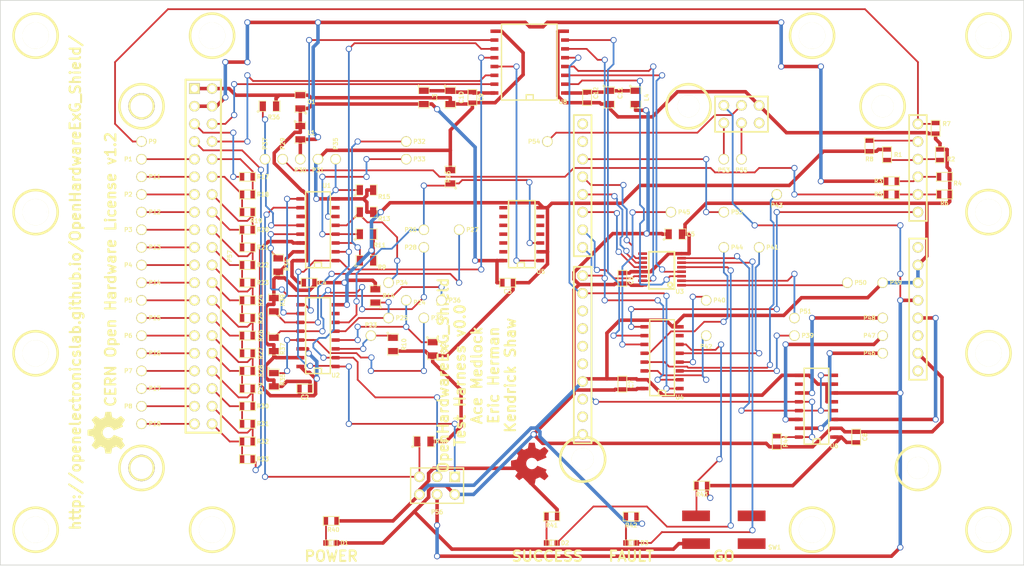
<source format=kicad_pcb>
(kicad_pcb (version 20171130) (host pcbnew "(5.1.12)-1")
  (layers (0 F.Cu signal) (1 Inner2.Cu power) (2 Inner1.Cu power) (31 B.Cu signal) (34 B.Paste user) (35 F.Paste user) (36 B.SilkS user) (37 F.SilkS user) (38 B.Mask user) (39 F.Mask user) (44 Edge.Cuts user))
  (net 0 "")
  (net 1 +3.3V)
  (net 2 +5V)
  (net 3 /3.3V_BOGUS_ISO)
  (net 4 /3.3V_BOGUS_ISO_DATA)
  (net 5 /A1)
  (net 6 /A2)
  (net 7 /A3)
  (net 8 /A4)
  (net 9 /ADS129x_CLK_BOGUS_ISO)
  (net 10 /ADS129x_DAISY_IN_BOGUS_ISO)
  (net 11 /ADS129x_DOUT)
  (net 12 /ADS129x_DOUT_BOGUS_ISO)
  (net 13 /ADS129x_GPIO1_BOGUS_ISO)
  (net 14 /ADS129x_GPIO2_BOGUS_ISO)
  (net 15 /ADS129x_GPIO3_BOGUS_ISO)
  (net 16 /ADS129x_GPIO4_BOGUS_ISO)
  (net 17 /ADS129x_MOSI_BOGUS_ISO)
  (net 18 /ADS129x_SCLK_BOGUS_ISO)
  (net 19 /ADS129x_~CS~)
  (net 20 /ADS129x_~CS~_BOGUS_ISO)
  (net 21 /ADS129x_~DRDY~)
  (net 22 /ADS129x_~DRDY~_BOGUS_ISO)
  (net 23 /ARDUINO_VCC)
  (net 24 /BIASINV)
  (net 25 /BIASOUT_FILT)
  (net 26 /ENABLE_SHIELD)
  (net 27 /FAULT_LED)
  (net 28 /GO_BUTTON)
  (net 29 /IN1N)
  (net 30 /IN1N_LADDER)
  (net 31 /IN1P)
  (net 32 /IN1P_LADDER)
  (net 33 /IN2N)
  (net 34 /IN2N_LADDER)
  (net 35 /IN2P)
  (net 36 /IN2P_LADDER)
  (net 37 /IN3N)
  (net 38 /IN3N_LADDER)
  (net 39 /IN3P)
  (net 40 /IN3P_LADDER)
  (net 41 /IN4N)
  (net 42 /IN4N_LADDER)
  (net 43 /IN4P)
  (net 44 /IN4P_LADDER)
  (net 45 /IN5N)
  (net 46 /IN5N_LADDER)
  (net 47 /IN5P)
  (net 48 /IN5P_LADDER)
  (net 49 /IN6N)
  (net 50 /IN6N_LADDER)
  (net 51 /IN6P)
  (net 52 /IN6P_LADDER)
  (net 53 /IN7N)
  (net 54 /IN7N_LADDER)
  (net 55 /IN7P)
  (net 56 /IN7P_LADDER)
  (net 57 /IN8N)
  (net 58 /IN8N_LADDER)
  (net 59 /IN8P)
  (net 60 /IN8P_LADDER)
  (net 61 /LED1)
  (net 62 /LED2)
  (net 63 /LED3)
  (net 64 /MASTER)
  (net 65 /MASTER_AND_MASTER_CS)
  (net 66 /MASTER_BOGUS_ISO)
  (net 67 /MASTER_~CS~)
  (net 68 /MASTER_~DRDY~)
  (net 69 /MIDDLE_CARRY)
  (net 70 /MISO)
  (net 71 /MOSI)
  (net 72 /SCLK)
  (net 73 /SHIELD_3.3V)
  (net 74 /SHIELD_5V)
  (net 75 /SHIELD_VCC)
  (net 76 /SHIFT_CARRY)
  (net 77 /SHIFT_CARRY_BOGUS_ISO)
  (net 78 /SHIFT_CLK)
  (net 79 /SHIFT_CLK_BOGUS_ISO)
  (net 80 /SHIFT_EXT_CARRY_BOGUS_ISO)
  (net 81 /SHIFT_IN)
  (net 82 /SHIFT_OUT)
  (net 83 /SHIFT_OUT_RCLK)
  (net 84 /SHIFT_OUT_SRCLK)
  (net 85 /SHIFT_OUT_~SRCLR~)
  (net 86 /SHIFT_SH_~LD~)
  (net 87 /SHIFT_SH_~LD~_BOGUS_ISO)
  (net 88 /SIGNAL_A)
  (net 89 /SIGNAL_A_BOGUS_ISO)
  (net 90 /SIGNAL_A_LADDER)
  (net 91 /SIGNAL_B)
  (net 92 /SIGNAL_B_BOGUS_ISO)
  (net 93 /SIGNAL_B_LADDER)
  (net 94 /SLAVE_AND_SLAVE_CS)
  (net 95 /SLAVE_~CS~)
  (net 96 /SUCCESS_LED)
  (net 97 /VCC_DATA)
  (net 98 /VIN_BOGUS_ISO)
  (net 99 /~MASTER~)
  (net 100 /~SEND_TO_GND~_MASTER)
  (net 101 /~SEND_TO_GND~_MASTER_BOGUS_ISO)
  (net 102 /~SHIELD_SHORTED~)
  (net 103 GND)
  (net 104 GNDPWR)
  (net 105 VCC)
  (module LOGO (layer F.Cu) (at 124.46 84.455 90)
    (fp_text reference G***_2 hide)
    (fp_text value LOGO hide)
    (fp_poly (pts (xy -1.81864 2.69494) (xy -1.78562 2.67716) (xy -1.71704 2.63398) (xy -1.61544 2.56794) (xy -1.4986 2.4892) (xy -1.37922 2.40792) (xy -1.28016 2.34188) (xy -1.21158 2.2987) (xy -1.18364 2.28346) (xy -1.1684 2.28854) (xy -1.11252 2.31648) (xy -1.03124 2.35966) (xy -0.98298 2.38252) (xy -0.90678 2.41554) (xy -0.87122 2.42316) (xy -0.8636 2.413) (xy -0.83566 2.35458) (xy -0.79248 2.25552) (xy -0.7366 2.12598) (xy -0.67056 1.97358) (xy -0.60198 1.80848) (xy -0.5334 1.64084) (xy -0.46736 1.48336) (xy -0.4064 1.33858) (xy -0.36068 1.22174) (xy -0.3302 1.14046) (xy -0.3175 1.1049) (xy -0.32258 1.09728) (xy -0.35814 1.06172) (xy -0.42418 1.01346) (xy -0.56642 0.89662) (xy -0.70612 0.72136) (xy -0.79248 0.52324) (xy -0.82042 0.30226) (xy -0.79756 0.09906) (xy -0.71628 -0.09652) (xy -0.57912 -0.27432) (xy -0.41148 -0.4064) (xy -0.21844 -0.48768) (xy 0 -0.51562) (xy 0.20828 -0.49276) (xy 0.40894 -0.41402) (xy 0.58674 -0.2794) (xy 0.6604 -0.19304) (xy 0.76454 -0.0127) (xy 0.82296 0.1778) (xy 0.82804 0.22606) (xy 0.82042 0.43688) (xy 0.75692 0.64008) (xy 0.6477 0.82042) (xy 0.49276 0.96774) (xy 0.47244 0.98298) (xy 0.40132 1.03632) (xy 0.35306 1.07188) (xy 0.31496 1.10236) (xy 0.5842 1.75006) (xy 0.62738 1.85166) (xy 0.70104 2.02692) (xy 0.76454 2.17932) (xy 0.81788 2.30124) (xy 0.85344 2.38252) (xy 0.86868 2.41554) (xy 0.87122 2.41554) (xy 0.89408 2.42062) (xy 0.94234 2.40284) (xy 1.03378 2.35966) (xy 1.0922 2.32918) (xy 1.16078 2.29616) (xy 1.19126 2.28346) (xy 1.2192 2.29616) (xy 1.28524 2.33934) (xy 1.37922 2.40538) (xy 1.49606 2.48158) (xy 1.60528 2.55778) (xy 1.70688 2.62382) (xy 1.78054 2.67208) (xy 1.8161 2.68986) (xy 1.82118 2.68986) (xy 1.8542 2.67208) (xy 1.91262 2.62382) (xy 1.99898 2.54) (xy 2.12344 2.41808) (xy 2.14376 2.4003) (xy 2.24536 2.29616) (xy 2.32918 2.20726) (xy 2.38506 2.1463) (xy 2.40538 2.11836) (xy 2.38506 2.0828) (xy 2.33934 2.00914) (xy 2.2733 1.90754) (xy 2.19202 1.78562) (xy 1.97612 1.47574) (xy 2.0955 1.18364) (xy 2.13106 1.0922) (xy 2.17678 0.98298) (xy 2.2098 0.90678) (xy 2.22758 0.87122) (xy 2.2606 0.86106) (xy 2.33934 0.84074) (xy 2.45618 0.81788) (xy 2.59588 0.79248) (xy 2.72796 0.76708) (xy 2.84734 0.74422) (xy 2.9337 0.72898) (xy 2.9718 0.72136) (xy 2.98196 0.71374) (xy 2.98958 0.69596) (xy 2.99466 0.65532) (xy 2.9972 0.58166) (xy 2.99974 0.46736) (xy 2.99974 0.30226) (xy 2.99974 0.28448) (xy 2.9972 0.127) (xy 2.99466 0.00254) (xy 2.98958 -0.07874) (xy 2.9845 -0.11176) (xy 2.9464 -0.12192) (xy 2.86258 -0.1397) (xy 2.7432 -0.16256) (xy 2.60096 -0.1905) (xy 2.5908 -0.1905) (xy 2.44856 -0.21844) (xy 2.33172 -0.24384) (xy 2.2479 -0.26162) (xy 2.21234 -0.27432) (xy 2.20472 -0.28448) (xy 2.17678 -0.34036) (xy 2.13614 -0.42672) (xy 2.08788 -0.5334) (xy 2.04216 -0.64516) (xy 2.00152 -0.74676) (xy 1.97612 -0.82042) (xy 1.9685 -0.85598) (xy 1.98882 -0.889) (xy 2.03708 -0.96266) (xy 2.1082 -1.06426) (xy 2.18948 -1.18618) (xy 2.1971 -1.19634) (xy 2.27838 -1.31572) (xy 2.34442 -1.41732) (xy 2.3876 -1.48844) (xy 2.40538 -1.52146) (xy 2.40538 -1.524) (xy 2.37744 -1.55956) (xy 2.31648 -1.62814) (xy 2.22758 -1.71958) (xy 2.12344 -1.82372) (xy 2.09042 -1.85674) (xy 1.97358 -1.97104) (xy 1.8923 -2.0447) (xy 1.8415 -2.08534) (xy 1.81864 -2.0955) (xy 1.8161 -2.09296) (xy 1.78054 -2.07264) (xy 1.70434 -2.02184) (xy 1.60274 -1.95326) (xy 1.48082 -1.86944) (xy 1.4732 -1.86436) (xy 1.35128 -1.78308) (xy 1.25222 -1.7145) (xy 1.1811 -1.66878) (xy 1.15062 -1.651) (xy 1.14554 -1.651) (xy 1.09728 -1.6637) (xy 1.01092 -1.69418) (xy 0.90678 -1.73482) (xy 0.79502 -1.778) (xy 0.69342 -1.82118) (xy 0.61976 -1.85674) (xy 0.5842 -1.87706) (xy 0.58166 -1.87706) (xy 0.56896 -1.92024) (xy 0.54864 -2.01168) (xy 0.52324 -2.1336) (xy 0.4953 -2.28092) (xy 0.49022 -2.30378) (xy 0.46482 -2.44856) (xy 0.44196 -2.5654) (xy 0.42418 -2.64668) (xy 0.41656 -2.68224) (xy 0.39624 -2.68478) (xy 0.32512 -2.68986) (xy 0.21844 -2.69494) (xy 0.0889 -2.69494) (xy -0.04572 -2.69494) (xy -0.1778 -2.6924) (xy -0.28956 -2.68732) (xy -0.37084 -2.68224) (xy -0.4064 -2.67462) (xy -0.4064 -2.67208) (xy -0.4191 -2.6289) (xy -0.43942 -2.54) (xy -0.46482 -2.41554) (xy -0.49276 -2.26822) (xy -0.49784 -2.24028) (xy -0.52324 -2.09804) (xy -0.54864 -1.9812) (xy -0.56642 -1.90246) (xy -0.57404 -1.86944) (xy -0.58674 -1.86436) (xy -0.64516 -1.83642) (xy -0.74168 -1.79832) (xy -0.86106 -1.75006) (xy -1.13538 -1.6383) (xy -1.47066 -1.86944) (xy -1.50114 -1.88976) (xy -1.62306 -1.97358) (xy -1.72212 -2.03962) (xy -1.79324 -2.0828) (xy -1.82118 -2.10058) (xy -1.82372 -2.09804) (xy -1.85674 -2.0701) (xy -1.92278 -2.0066) (xy -2.01422 -1.9177) (xy -2.1209 -1.81356) (xy -2.19964 -1.73482) (xy -2.29108 -1.64084) (xy -2.3495 -1.57734) (xy -2.38252 -1.5367) (xy -2.39522 -1.5113) (xy -2.39014 -1.49352) (xy -2.36982 -1.4605) (xy -2.31902 -1.38684) (xy -2.25044 -1.2827) (xy -2.16916 -1.16586) (xy -2.10058 -1.06426) (xy -2.02692 -0.9525) (xy -1.9812 -0.87122) (xy -1.96342 -0.83312) (xy -1.9685 -0.81534) (xy -1.99136 -0.7493) (xy -2.032 -0.65024) (xy -2.0828 -0.53086) (xy -2.19964 -0.26416) (xy -2.3749 -0.23114) (xy -2.47904 -0.21082) (xy -2.6289 -0.18288) (xy -2.77114 -0.15494) (xy -2.99212 -0.11176) (xy -2.99974 0.6985) (xy -2.96418 0.71374) (xy -2.93116 0.7239) (xy -2.84988 0.74168) (xy -2.73304 0.76454) (xy -2.59588 0.78994) (xy -2.4765 0.8128) (xy -2.35966 0.83566) (xy -2.2733 0.8509) (xy -2.2352 0.85852) (xy -2.22758 0.87122) (xy -2.1971 0.92964) (xy -2.15392 1.02108) (xy -2.1082 1.1303) (xy -2.05994 1.2446) (xy -2.0193 1.34874) (xy -1.98882 1.43002) (xy -1.97866 1.47066) (xy -1.9939 1.50114) (xy -2.03962 1.57226) (xy -2.10566 1.67132) (xy -2.1844 1.78816) (xy -2.26568 1.90754) (xy -2.33426 2.0066) (xy -2.38252 2.08026) (xy -2.4003 2.11328) (xy -2.39014 2.13614) (xy -2.34442 2.19202) (xy -2.25552 2.28346) (xy -2.12344 2.41554) (xy -2.10058 2.43586) (xy -1.99644 2.53746) (xy -1.90754 2.61874) (xy -1.84658 2.67462) (xy -1.81864 2.69494)) (layer F.Cu) (width 0.00254))
  )
  (module LOGO (layer F.Cu) (at 63.5 80.01 90)
    (fp_text reference G*** hide)
    (fp_text value LOGO hide)
  )
  (module Hole_M3 (layer F.Cu) (at 68.58 33.02)
    (fp_text reference Hole_M3_14 hide)
    (fp_text value VAL** hide)
    (pad "" np_thru_hole circle (at 0 0) (size 3.7973 3.7973) (drill 3.175) (layers *.Cu *.Mask F.SilkS))
  )
  (module Hole_M3 (layer F.Cu) (at 68.58 85.09)
    (fp_text reference Hole_M3_13 hide)
    (fp_text value VAL** hide)
    (pad "" np_thru_hole circle (at 0 0) (size 3.7973 3.7973) (drill 3.175) (layers *.Cu *.Mask F.SilkS))
  )
  (module POGO_PIN_BASE (layer F.Cu) (at 68.58 71.12)
    (fp_text reference P7 (at -1.905 0) (layer F.SilkS) (effects (font (size 0.6 0.6) (thickness 0.127))))
    (fp_text value CONN_1 hide)
    (pad 1 thru_hole circle (at 0 0) (size 1.5 1.5) (drill 1.2) (layers *.Cu *.Mask F.SilkS) (net 33 /IN2N))
  )
  (module POGO_PIN_BASE (layer F.Cu) (at 68.58 76.2)
    (fp_text reference P8 (at -1.905 0) (layer F.SilkS) (effects (font (size 0.6 0.6) (thickness 0.127))))
    (fp_text value CONN_1 hide)
    (pad 1 thru_hole circle (at 0 0) (size 1.5 1.5) (drill 1.2) (layers *.Cu *.Mask F.SilkS) (net 29 /IN1N))
  )
  (module POGO_PIN_BASE (layer F.Cu) (at 68.58 63.5)
    (fp_text reference P15 (at 1.905 0) (layer F.SilkS) (effects (font (size 0.6 0.6) (thickness 0.127))))
    (fp_text value CONN_1 hide)
    (pad 1 thru_hole circle (at 0 0) (size 1.5 1.5) (drill 1.2) (layers *.Cu *.Mask F.SilkS) (net 43 /IN4P))
  )
  (module POGO_PIN_BASE (layer F.Cu) (at 68.58 43.18)
    (fp_text reference P11 (at 1.905 0) (layer F.SilkS) (effects (font (size 0.6 0.6) (thickness 0.127))))
    (fp_text value CONN_1 hide)
    (pad 1 thru_hole circle (at 0 0) (size 1.5 1.5) (drill 1.2) (layers *.Cu *.Mask F.SilkS) (net 59 /IN8P))
  )
  (module POGO_PIN_BASE (layer F.Cu) (at 68.58 48.26)
    (fp_text reference P12 (at 1.905 0) (layer F.SilkS) (effects (font (size 0.6 0.6) (thickness 0.127))))
    (fp_text value CONN_1 hide)
    (pad 1 thru_hole circle (at 0 0) (size 1.5 1.5) (drill 1.2) (layers *.Cu *.Mask F.SilkS) (net 55 /IN7P))
  )
  (module POGO_PIN_BASE (layer F.Cu) (at 68.58 53.34)
    (fp_text reference P13 (at 1.905 0) (layer F.SilkS) (effects (font (size 0.6 0.6) (thickness 0.127))))
    (fp_text value CONN_1 hide)
    (pad 1 thru_hole circle (at 0 0) (size 1.5 1.5) (drill 1.2) (layers *.Cu *.Mask F.SilkS) (net 51 /IN6P))
  )
  (module POGO_PIN_BASE (layer F.Cu) (at 68.58 58.42)
    (fp_text reference P14 (at 1.905 0) (layer F.SilkS) (effects (font (size 0.6 0.6) (thickness 0.127))))
    (fp_text value CONN_1 hide)
    (pad 1 thru_hole circle (at 0 0) (size 1.5 1.5) (drill 1.2) (layers *.Cu *.Mask F.SilkS) (net 47 /IN5P))
  )
  (module POGO_PIN_BASE (layer F.Cu) (at 170.18 58.42)
    (fp_text reference P50 (at 1.905 0) (layer F.SilkS) (effects (font (size 0.6 0.6) (thickness 0.127))))
    (fp_text value CONN_1 hide)
    (pad 1 thru_hole circle (at 0 0) (size 1.5 1.5) (drill 1.2) (layers *.Cu *.Mask F.SilkS) (net 67 /MASTER_~CS~))
  )
  (module POGO_PIN_BASE (layer F.Cu) (at 68.58 66.04)
    (fp_text reference P6 (at -1.905 0) (layer F.SilkS) (effects (font (size 0.6 0.6) (thickness 0.127))))
    (fp_text value CONN_1 hide)
    (pad 1 thru_hole circle (at 0 0) (size 1.5 1.5) (drill 1.2) (layers *.Cu *.Mask F.SilkS) (net 37 /IN3N))
  )
  (module POGO_PIN_BASE (layer F.Cu) (at 68.58 60.96)
    (fp_text reference P5 (at -1.905 0) (layer F.SilkS) (effects (font (size 0.6 0.6) (thickness 0.127))))
    (fp_text value CONN_1 hide)
    (pad 1 thru_hole circle (at 0 0) (size 1.5 1.5) (drill 1.2) (layers *.Cu *.Mask F.SilkS) (net 41 /IN4N))
  )
  (module POGO_PIN_BASE (layer F.Cu) (at 68.58 55.88)
    (fp_text reference P4 (at -1.905 0) (layer F.SilkS) (effects (font (size 0.6 0.6) (thickness 0.127))))
    (fp_text value CONN_1 hide)
    (pad 1 thru_hole circle (at 0 0) (size 1.5 1.5) (drill 1.2) (layers *.Cu *.Mask F.SilkS) (net 45 /IN5N))
  )
  (module POGO_PIN_BASE (layer F.Cu) (at 68.58 50.8)
    (fp_text reference P3 (at -1.905 0) (layer F.SilkS) (effects (font (size 0.6 0.6) (thickness 0.127))))
    (fp_text value CONN_1 hide)
    (pad 1 thru_hole circle (at 0 0) (size 1.5 1.5) (drill 1.2) (layers *.Cu *.Mask F.SilkS) (net 49 /IN6N))
  )
  (module POGO_PIN_BASE (layer F.Cu) (at 68.58 45.72)
    (fp_text reference P2 (at -1.905 0) (layer F.SilkS) (effects (font (size 0.6 0.6) (thickness 0.127))))
    (fp_text value CONN_1 hide)
    (pad 1 thru_hole circle (at 0 0) (size 1.5 1.5) (drill 1.2) (layers *.Cu *.Mask F.SilkS) (net 53 /IN7N))
  )
  (module POGO_PIN_BASE (layer F.Cu) (at 68.58 40.64)
    (fp_text reference P1 (at -1.905 0) (layer F.SilkS) (effects (font (size 0.6 0.6) (thickness 0.127))))
    (fp_text value CONN_1 hide)
    (pad 1 thru_hole circle (at 0 0) (size 1.5 1.5) (drill 1.2) (layers *.Cu *.Mask F.SilkS) (net 57 /IN8N))
  )
  (module POGO_PIN_BASE (layer F.Cu) (at 109.22 63.5)
    (fp_text reference P38 (at 1.905 0) (layer F.SilkS) (effects (font (size 0.6 0.6) (thickness 0.127))))
    (fp_text value CONN_1 hide)
    (pad 1 thru_hole circle (at 0 0) (size 1.5 1.5) (drill 1.2) (layers *.Cu *.Mask F.SilkS) (net 9 /ADS129x_CLK_BOGUS_ISO))
  )
  (module POGO_PIN_BASE (layer F.Cu) (at 68.58 68.58)
    (fp_text reference P16 (at 1.905 0) (layer F.SilkS) (effects (font (size 0.6 0.6) (thickness 0.127))))
    (fp_text value CONN_1 hide)
    (pad 1 thru_hole circle (at 0 0) (size 1.5 1.5) (drill 1.2) (layers *.Cu *.Mask F.SilkS) (net 39 /IN3P))
  )
  (module POGO_PIN_BASE (layer F.Cu) (at 68.58 73.66)
    (fp_text reference P17 (at 1.905 0) (layer F.SilkS) (effects (font (size 0.6 0.6) (thickness 0.127))))
    (fp_text value CONN_1 hide)
    (pad 1 thru_hole circle (at 0 0) (size 1.5 1.5) (drill 1.2) (layers *.Cu *.Mask F.SilkS) (net 35 /IN2P))
  )
  (module POGO_PIN_BASE (layer F.Cu) (at 68.58 78.74)
    (fp_text reference P18 (at 1.905 0) (layer F.SilkS) (effects (font (size 0.6 0.6) (thickness 0.127))))
    (fp_text value CONN_1 hide)
    (pad 1 thru_hole circle (at 0 0) (size 1.5 1.5) (drill 1.2) (layers *.Cu *.Mask F.SilkS) (net 31 /IN1P))
  )
  (module POGO_PIN_BASE (layer F.Cu) (at 68.58 38.1)
    (fp_text reference P9 (at 1.5875 0) (layer F.SilkS) (effects (font (size 0.6 0.6) (thickness 0.127))))
    (fp_text value CONN_1 hide)
    (pad 1 thru_hole circle (at 0 0) (size 1.5 1.5) (drill 1.2) (layers *.Cu *.Mask F.SilkS) (net 25 /BIASOUT_FILT))
  )
  (module POGO_PIN_BASE (layer F.Cu) (at 175.26 68.58)
    (fp_text reference P46 (at -1.905 0) (layer F.SilkS) (effects (font (size 0.6 0.6) (thickness 0.127))))
    (fp_text value CONN_1 hide)
    (pad 1 thru_hole circle (at 0 0) (size 1.5 1.5) (drill 1.2) (layers *.Cu *.Mask F.SilkS) (net 75 /SHIELD_VCC))
  )
  (module POGO_PIN_BASE (layer F.Cu) (at 175.26 66.04)
    (fp_text reference P47 (at -1.905 0) (layer F.SilkS) (effects (font (size 0.6 0.6) (thickness 0.127))))
    (fp_text value CONN_1 hide)
    (pad 1 thru_hole circle (at 0 0) (size 1.5 1.5) (drill 1.2) (layers *.Cu *.Mask F.SilkS) (net 73 /SHIELD_3.3V))
  )
  (module POGO_PIN_BASE (layer F.Cu) (at 175.26 63.5)
    (fp_text reference P48 (at -1.905 0) (layer F.SilkS) (effects (font (size 0.6 0.6) (thickness 0.127))))
    (fp_text value CONN_1 hide)
    (pad 1 thru_hole circle (at 0 0) (size 1.5 1.5) (drill 1.2) (layers *.Cu *.Mask F.SilkS) (net 74 /SHIELD_5V))
  )
  (module POGO_PIN_BASE (layer F.Cu) (at 175.26 58.42)
    (fp_text reference P49 (at 1.905 0) (layer F.SilkS) (effects (font (size 0.6 0.6) (thickness 0.127))))
    (fp_text value CONN_1 hide)
    (pad 1 thru_hole circle (at 0 0) (size 1.5 1.5) (drill 1.2) (layers *.Cu *.Mask F.SilkS) (net 104 GNDPWR))
  )
  (module POGO_PIN_BASE (layer F.Cu) (at 88.9 40.64)
    (fp_text reference P29 (at 0 -2.2225 90) (layer F.SilkS) (effects (font (size 0.6 0.6) (thickness 0.127))))
    (fp_text value CONN_1 hide)
    (pad 1 thru_hole circle (at 0 0) (size 1.5 1.5) (drill 1.2) (layers *.Cu *.Mask F.SilkS) (net 98 /VIN_BOGUS_ISO))
  )
  (module POGO_PIN_BASE (layer F.Cu) (at 162.56 63.5)
    (fp_text reference P51 (at 1.5875 -0.9525) (layer F.SilkS) (effects (font (size 0.6 0.6) (thickness 0.127))))
    (fp_text value CONN_1 hide)
    (pad 1 thru_hole circle (at 0 0) (size 1.5 1.5) (drill 1.2) (layers *.Cu *.Mask F.SilkS) (net 95 /SLAVE_~CS~))
  )
  (module POGO_PIN_BASE (layer F.Cu) (at 152.4 48.26)
    (fp_text reference P52 (at 1.905 0) (layer F.SilkS) (effects (font (size 0.6 0.6) (thickness 0.127))))
    (fp_text value CONN_1 hide)
    (pad 1 thru_hole circle (at 0 0) (size 1.5 1.5) (drill 1.2) (layers *.Cu *.Mask F.SilkS) (net 68 /MASTER_~DRDY~))
  )
  (module POGO_PIN_BASE (layer F.Cu) (at 152.4 40.64)
    (fp_text reference P53 (at 0 1.5875) (layer F.SilkS) (effects (font (size 0.6 0.6) (thickness 0.127))))
    (fp_text value CONN_1 hide)
    (pad 1 thru_hole circle (at 0 0) (size 1.5 1.5) (drill 1.2) (layers *.Cu *.Mask F.SilkS) (net 70 /MISO))
  )
  (module POGO_PIN_BASE (layer F.Cu) (at 127 38.1)
    (fp_text reference P54 (at -1.905 0) (layer F.SilkS) (effects (font (size 0.6 0.6) (thickness 0.127))))
    (fp_text value CONN_1 hide)
    (pad 1 thru_hole circle (at 0 0) (size 1.5 1.5) (drill 1.2) (layers *.Cu *.Mask F.SilkS) (net 71 /MOSI))
  )
  (module POGO_PIN_BASE (layer F.Cu) (at 154.94 40.64)
    (fp_text reference P55 (at 0 1.5875) (layer F.SilkS) (effects (font (size 0.6 0.6) (thickness 0.127))))
    (fp_text value CONN_1 hide)
    (pad 1 thru_hole circle (at 0 0) (size 1.5 1.5) (drill 1.2) (layers *.Cu *.Mask F.SilkS) (net 72 /SCLK))
  )
  (module POGO_PIN_BASE (layer F.Cu) (at 111.76 60.96)
    (fp_text reference P36 (at 1.905 0) (layer F.SilkS) (effects (font (size 0.6 0.6) (thickness 0.127))))
    (fp_text value CONN_1 hide)
    (pad 1 thru_hole circle (at 0 0) (size 1.5 1.5) (drill 1.2) (layers *.Cu *.Mask F.SilkS) (net 10 /ADS129x_DAISY_IN_BOGUS_ISO))
  )
  (module POGO_PIN_BASE (layer F.Cu) (at 162.56 66.04)
    (fp_text reference P39 (at 1.905 0) (layer F.SilkS) (effects (font (size 0.6 0.6) (thickness 0.127))))
    (fp_text value CONN_1 hide)
    (pad 1 thru_hole circle (at 0 0) (size 1.5 1.5) (drill 1.2) (layers *.Cu *.Mask F.SilkS) (net 94 /SLAVE_AND_SLAVE_CS))
  )
  (module POGO_PIN_BASE (layer F.Cu) (at 149.86 60.96)
    (fp_text reference P40 (at 1.905 0) (layer F.SilkS) (effects (font (size 0.6 0.6) (thickness 0.127))))
    (fp_text value CONN_1 hide)
    (pad 1 thru_hole circle (at 0 0) (size 1.5 1.5) (drill 1.2) (layers *.Cu *.Mask F.SilkS) (net 65 /MASTER_AND_MASTER_CS))
  )
  (module POGO_PIN_BASE (layer F.Cu) (at 157.48 53.34)
    (fp_text reference P41 (at 1.905 0) (layer F.SilkS) (effects (font (size 0.6 0.6) (thickness 0.127))))
    (fp_text value CONN_1 hide)
    (pad 1 thru_hole circle (at 0 0) (size 1.5 1.5) (drill 1.2) (layers *.Cu *.Mask F.SilkS) (net 99 /~MASTER~))
  )
  (module POGO_PIN_BASE (layer F.Cu) (at 149.86 66.04)
    (fp_text reference P42 (at 0 1.5875) (layer F.SilkS) (effects (font (size 0.6 0.6) (thickness 0.127))))
    (fp_text value CONN_1 hide)
    (pad 1 thru_hole circle (at 0 0) (size 1.5 1.5) (drill 1.2) (layers *.Cu *.Mask F.SilkS) (net 19 /ADS129x_~CS~))
  )
  (module POGO_PIN_BASE (layer F.Cu) (at 160.02 45.72)
    (fp_text reference P43 (at 0 1.5875) (layer F.SilkS) (effects (font (size 0.6 0.6) (thickness 0.127))))
    (fp_text value CONN_1 hide)
    (pad 1 thru_hole circle (at 0 0) (size 1.5 1.5) (drill 1.2) (layers *.Cu *.Mask F.SilkS) (net 64 /MASTER))
  )
  (module POGO_PIN_BASE (layer F.Cu) (at 152.4 53.34)
    (fp_text reference P44 (at 1.905 0) (layer F.SilkS) (effects (font (size 0.6 0.6) (thickness 0.127))))
    (fp_text value CONN_1 hide)
    (pad 1 thru_hole circle (at 0 0) (size 1.5 1.5) (drill 1.2) (layers *.Cu *.Mask F.SilkS) (net 11 /ADS129x_DOUT))
  )
  (module POGO_PIN_BASE (layer F.Cu) (at 144.78 48.26)
    (fp_text reference P45 (at 1.905 0) (layer F.SilkS) (effects (font (size 0.6 0.6) (thickness 0.127))))
    (fp_text value CONN_1 hide)
    (pad 1 thru_hole circle (at 0 0) (size 1.5 1.5) (drill 1.2) (layers *.Cu *.Mask F.SilkS) (net 21 /ADS129x_~DRDY~))
  )
  (module POGO_PIN_BASE (layer F.Cu) (at 101.6 66.04)
    (fp_text reference P23 (at 0 -1.524) (layer F.SilkS) (effects (font (size 0.6 0.6) (thickness 0.127))))
    (fp_text value CONN_1 hide)
    (pad 1 thru_hole circle (at 0 0) (size 1.5 1.5) (drill 1.2) (layers *.Cu *.Mask F.SilkS) (net 17 /ADS129x_MOSI_BOGUS_ISO))
  )
  (module POGO_PIN_BASE (layer F.Cu) (at 106.68 60.96)
    (fp_text reference P24 (at 1.905 0.3175) (layer F.SilkS) (effects (font (size 0.6 0.6) (thickness 0.127))))
    (fp_text value CONN_1 hide)
    (pad 1 thru_hole circle (at 0 0) (size 1.5 1.5) (drill 1.2) (layers *.Cu *.Mask F.SilkS) (net 18 /ADS129x_SCLK_BOGUS_ISO))
  )
  (module POGO_PIN_BASE (layer F.Cu) (at 104.14 63.5)
    (fp_text reference P25 (at 1.905 0) (layer F.SilkS) (effects (font (size 0.6 0.6) (thickness 0.127))))
    (fp_text value CONN_1 hide)
    (pad 1 thru_hole circle (at 0 0) (size 1.5 1.5) (drill 1.2) (layers *.Cu *.Mask F.SilkS) (net 20 /ADS129x_~CS~_BOGUS_ISO))
  )
  (module POGO_PIN_BASE (layer F.Cu) (at 109.22 50.8)
    (fp_text reference P26 (at -1.905 0) (layer F.SilkS) (effects (font (size 0.6 0.6) (thickness 0.127))))
    (fp_text value CONN_1 hide)
    (pad 1 thru_hole circle (at 0 0) (size 1.5 1.5) (drill 1.2) (layers *.Cu *.Mask F.SilkS) (net 66 /MASTER_BOGUS_ISO))
  )
  (module POGO_PIN_BASE (layer F.Cu) (at 114.3 50.8)
    (fp_text reference P27 (at 1.905 0) (layer F.SilkS) (effects (font (size 0.6 0.6) (thickness 0.127))))
    (fp_text value CONN_1 hide)
    (pad 1 thru_hole circle (at 0 0) (size 1.5 1.5) (drill 1.2) (layers *.Cu *.Mask F.SilkS) (net 12 /ADS129x_DOUT_BOGUS_ISO))
  )
  (module POGO_PIN_BASE (layer F.Cu) (at 109.22 53.34)
    (fp_text reference P28 (at -1.905 0) (layer F.SilkS) (effects (font (size 0.6 0.6) (thickness 0.127))))
    (fp_text value CONN_1 hide)
    (pad 1 thru_hole circle (at 0 0) (size 1.5 1.5) (drill 1.2) (layers *.Cu *.Mask F.SilkS) (net 22 /ADS129x_~DRDY~_BOGUS_ISO))
  )
  (module POGO_PIN_BASE (layer F.Cu) (at 91.44 40.64)
    (fp_text reference P30 (at 0 1.5875) (layer F.SilkS) (effects (font (size 0.6 0.6) (thickness 0.127))))
    (fp_text value CONN_1 hide)
    (pad 1 thru_hole circle (at 0 0) (size 1.5 1.5) (drill 1.2) (layers *.Cu *.Mask F.SilkS) (net 3 /3.3V_BOGUS_ISO))
  )
  (module POGO_PIN_BASE (layer F.Cu) (at 93.98 40.64)
    (fp_text reference P31 (at 0 1.5875) (layer F.SilkS) (effects (font (size 0.6 0.6) (thickness 0.127))))
    (fp_text value CONN_1 hide)
    (pad 1 thru_hole circle (at 0 0) (size 1.5 1.5) (drill 1.2) (layers *.Cu *.Mask F.SilkS) (net 103 GND))
  )
  (module POGO_PIN_BASE (layer F.Cu) (at 106.68 38.1)
    (fp_text reference P32 (at 1.905 0) (layer F.SilkS) (effects (font (size 0.6 0.6) (thickness 0.127))))
    (fp_text value CONN_1 hide)
    (pad 1 thru_hole circle (at 0 0) (size 1.5 1.5) (drill 1.2) (layers *.Cu *.Mask F.SilkS) (net 13 /ADS129x_GPIO1_BOGUS_ISO))
  )
  (module POGO_PIN_BASE (layer F.Cu) (at 106.68 40.64)
    (fp_text reference P33 (at 1.905 0) (layer F.SilkS) (effects (font (size 0.6 0.6) (thickness 0.127))))
    (fp_text value CONN_1 hide)
    (pad 1 thru_hole circle (at 0 0) (size 1.5 1.5) (drill 1.2) (layers *.Cu *.Mask F.SilkS) (net 14 /ADS129x_GPIO2_BOGUS_ISO))
  )
  (module POGO_PIN_BASE (layer F.Cu) (at 104.14 58.42)
    (fp_text reference P34 (at 1.905 0) (layer F.SilkS) (effects (font (size 0.6 0.6) (thickness 0.127))))
    (fp_text value CONN_1 hide)
    (pad 1 thru_hole circle (at 0 0) (size 1.5 1.5) (drill 1.2) (layers *.Cu *.Mask F.SilkS) (net 15 /ADS129x_GPIO3_BOGUS_ISO))
  )
  (module POGO_PIN_BASE (layer F.Cu) (at 96.52 40.64)
    (fp_text reference P35 (at 0 -2.2225 90) (layer F.SilkS) (effects (font (size 0.6 0.6) (thickness 0.127))))
    (fp_text value CONN_1 hide)
    (pad 1 thru_hole circle (at 0 0) (size 1.5 1.5) (drill 1.2) (layers *.Cu *.Mask F.SilkS) (net 16 /ADS129x_GPIO4_BOGUS_ISO))
  )
  (module POGO_PIN_BASE (layer F.Cu) (at 86.36 40.64)
    (fp_text reference P37 (at 0 -2.2225 90) (layer F.SilkS) (effects (font (size 0.6 0.6) (thickness 0.127))))
    (fp_text value CONN_1 hide)
    (pad 1 thru_hole circle (at 0 0) (size 1.5 1.5) (drill 1.2) (layers *.Cu *.Mask F.SilkS) (net 24 /BIASINV))
  )
  (module arduino_shield_with_holes (layer F.Cu) (at 154.94 54.61 90)
    (fp_text reference P19 hide)
    (fp_text value ARDUINO_SHIELD hide)
    (pad 90 thru_hole circle (at -16.51 25.4 90) (size 1.524 1.524) (drill 1.00076) (layers *.Cu *.Mask F.SilkS))
    (pad 91 thru_hole circle (at -13.97 25.4 90) (size 1.524 1.524) (drill 1.00076) (layers *.Cu *.Mask F.SilkS) (net 23 /ARDUINO_VCC))
    (pad 92 thru_hole circle (at -11.43 25.4 90) (size 1.524 1.524) (drill 1.00076) (layers *.Cu *.Mask F.SilkS))
    (pad 93 thru_hole circle (at -8.89 25.4 90) (size 1.524 1.524) (drill 1.00076) (layers *.Cu *.Mask F.SilkS) (net 1 +3.3V))
    (pad 94 thru_hole circle (at -6.35 25.4 90) (size 1.524 1.524) (drill 1.00076) (layers *.Cu *.Mask F.SilkS) (net 2 +5V))
    (pad 95 thru_hole circle (at -3.81 25.4 90) (size 1.524 1.524) (drill 1.00076) (layers *.Cu *.Mask F.SilkS) (net 104 GNDPWR))
    (pad 96 thru_hole circle (at -1.27 25.4 90) (size 1.524 1.524) (drill 1.00076) (layers *.Cu *.Mask F.SilkS) (net 104 GNDPWR))
    (pad 97 thru_hole circle (at 1.27 25.4 90) (size 1.524 1.524) (drill 1.00076) (layers *.Cu *.Mask F.SilkS))
    (pad 54 thru_hole circle (at 6.35 25.4 90) (size 1.524 1.524) (drill 1.00076) (layers *.Cu *.Mask F.SilkS) (net 81 /SHIFT_IN))
    (pad 55 thru_hole circle (at 8.89 25.4 90) (size 1.524 1.524) (drill 1.00076) (layers *.Cu *.Mask F.SilkS) (net 5 /A1))
    (pad 56 thru_hole circle (at 11.43 25.4 90) (size 1.524 1.524) (drill 1.00076) (layers *.Cu *.Mask F.SilkS) (net 6 /A2))
    (pad 57 thru_hole circle (at 13.97 25.4 90) (size 1.524 1.524) (drill 1.00076) (layers *.Cu *.Mask F.SilkS) (net 7 /A3))
    (pad 58 thru_hole circle (at 16.51 25.4 90) (size 1.524 1.524) (drill 1.00076) (layers *.Cu *.Mask F.SilkS) (net 8 /A4))
    (pad 59 thru_hole circle (at 19.05 25.4 90) (size 1.524 1.524) (drill 1.00076) (layers *.Cu *.Mask F.SilkS) (net 25 /BIASOUT_FILT))
    (pad 74 thru_hole circle (at 19.177 -2.54 90) (size 1.524 1.524) (drill 1.00076) (layers *.Cu *.Mask F.SilkS) (net 70 /MISO))
    (pad 76 thru_hole circle (at 19.177 0 90) (size 1.524 1.524) (drill 1.00076) (layers *.Cu *.Mask F.SilkS) (net 72 /SCLK))
    (pad 89 thru_hole circle (at 19.177 2.54 90) (size 1.524 1.524) (drill 1.00076) (layers *.Cu *.Mask F.SilkS))
    (pad 87 thru_hole circle (at 21.717 2.54 90) (size 1.524 1.524) (drill 1.00076) (layers *.Cu *.Mask F.SilkS) (net 104 GNDPWR))
    (pad 75 thru_hole circle (at 21.717 0 90) (size 1.524 1.524) (drill 1.00076) (layers *.Cu *.Mask F.SilkS) (net 71 /MOSI))
    (pad 88 thru_hole circle (at 21.717 -2.54 90) (size 1.524 1.524) (drill 1.00076) (layers *.Cu *.Mask F.SilkS) (net 2 +5V))
    (pad 0 thru_hole circle (at 19.05 -22.86 90) (size 1.524 1.524) (drill 1.00076) (layers *.Cu *.Mask F.SilkS))
    (pad 1 thru_hole circle (at 16.51 -22.86 90) (size 1.524 1.524) (drill 1.00076) (layers *.Cu *.Mask F.SilkS))
    (pad 2 thru_hole circle (at 13.97 -22.86 90) (size 1.524 1.524) (drill 1.00076) (layers *.Cu *.Mask F.SilkS) (net 68 /MASTER_~DRDY~))
    (pad 3 thru_hole circle (at 11.43 -22.86 90) (size 1.524 1.524) (drill 1.00076) (layers *.Cu *.Mask F.SilkS) (net 85 /SHIFT_OUT_~SRCLR~))
    (pad 4 thru_hole circle (at 8.89 -22.86 90) (size 1.524 1.524) (drill 1.00076) (layers *.Cu *.Mask F.SilkS) (net 84 /SHIFT_OUT_SRCLK))
    (pad 5 thru_hole circle (at 6.35 -22.86 90) (size 1.524 1.524) (drill 1.00076) (layers *.Cu *.Mask F.SilkS) (net 83 /SHIFT_OUT_RCLK))
    (pad 6 thru_hole circle (at 3.81 -22.86 90) (size 1.524 1.524) (drill 1.00076) (layers *.Cu *.Mask F.SilkS) (net 82 /SHIFT_OUT))
    (pad 7 thru_hole circle (at 1.27 -22.86 90) (size 1.524 1.524) (drill 1.00076) (layers *.Cu *.Mask F.SilkS) (net 102 /~SHIELD_SHORTED~))
    (pad 8 thru_hole circle (at -2.794 -22.86 90) (size 1.524 1.524) (drill 1.00076) (layers *.Cu *.Mask F.SilkS) (net 78 /SHIFT_CLK))
    (pad 9 thru_hole circle (at -5.334 -22.86 90) (size 1.524 1.524) (drill 1.00076) (layers *.Cu *.Mask F.SilkS) (net 86 /SHIFT_SH_~LD~))
    (pad 10 thru_hole circle (at -7.874 -22.86 90) (size 1.524 1.524) (drill 1.00076) (layers *.Cu *.Mask F.SilkS))
    (pad 11 thru_hole circle (at -10.414 -22.86 90) (size 1.524 1.524) (drill 1.00076) (layers *.Cu *.Mask F.SilkS))
    (pad 12 thru_hole circle (at -12.954 -22.86 90) (size 1.524 1.524) (drill 1.00076) (layers *.Cu *.Mask F.SilkS))
    (pad 13 thru_hole circle (at -15.494 -22.86 90) (size 1.524 1.524) (drill 1.00076) (layers *.Cu *.Mask F.SilkS))
    (pad 99 thru_hole circle (at -18.034 -22.86 90) (size 1.524 1.524) (drill 1.00076) (layers *.Cu *.Mask F.SilkS) (net 104 GNDPWR))
    (pad 98 thru_hole circle (at -20.574 -22.86 90) (size 1.524 1.524) (drill 1.00076) (layers *.Cu *.Mask F.SilkS))
    (pad 70 thru_hole circle (at -23.114 -22.86 90) (size 1.524 1.524) (drill 1.00076) (layers *.Cu *.Mask F.SilkS))
    (pad 71 thru_hole circle (at -25.654 -22.86 90) (size 1.524 1.524) (drill 1.00076) (layers *.Cu *.Mask F.SilkS))
    (pad "" np_thru_hole circle (at -29.21 -22.86 90) (size 3.175 3.175) (drill 3.175) (layers *.Cu *.Mask F.SilkS))
    (pad "" np_thru_hole circle (at 21.59 -7.62 90) (size 3.175 3.175) (drill 3.175) (layers *.Cu *.Mask F.SilkS))
    (pad "" np_thru_hole circle (at -30.48 25.4 90) (size 3.175 3.175) (drill 3.175) (layers *.Cu *.Mask F.SilkS))
    (pad "" np_thru_hole circle (at 21.59 20.32 90) (size 3.175 3.175) (drill 3.175) (layers *.Cu *.Mask F.SilkS))
  )
  (module TSSOP16 (layer F.Cu) (at 143.51 56.515 90)
    (fp_text reference U3 (at -3.175 2.54 180) (layer F.SilkS) (effects (font (size 0.6 0.6) (thickness 0.127))))
    (fp_text value 74HC595PWR hide)
    (pad 1 smd rect (at -2.27584 2.79908 90) (size 0.381 1.27) (layers F.Cu F.Paste F.Mask) (net 67 /MASTER_~CS~))
    (pad 2 smd rect (at -1.6256 2.79908 90) (size 0.381 1.27) (layers F.Cu F.Paste F.Mask) (net 95 /SLAVE_~CS~))
    (pad 3 smd rect (at -0.97536 2.79908 90) (size 0.381 1.27) (layers F.Cu F.Paste F.Mask) (net 88 /SIGNAL_A))
    (pad 4 smd rect (at -0.32512 2.79908 90) (size 0.381 1.27) (layers F.Cu F.Paste F.Mask) (net 91 /SIGNAL_B))
    (pad 5 smd rect (at 0.32512 2.79908 90) (size 0.381 1.27) (layers F.Cu F.Paste F.Mask) (net 96 /SUCCESS_LED))
    (pad 6 smd rect (at 0.97536 2.79908 90) (size 0.381 1.27) (layers F.Cu F.Paste F.Mask) (net 27 /FAULT_LED))
    (pad 7 smd rect (at 1.6256 2.79908 90) (size 0.381 1.27) (layers F.Cu F.Paste F.Mask) (net 26 /ENABLE_SHIELD))
    (pad 8 smd rect (at 2.27584 2.79908 90) (size 0.381 1.27) (layers F.Cu F.Paste F.Mask) (net 104 GNDPWR))
    (pad 9 smd rect (at 2.27584 -2.79908 90) (size 0.381 1.27) (layers F.Cu F.Paste F.Mask))
    (pad 10 smd rect (at 1.6256 -2.79908 90) (size 0.381 1.27) (layers F.Cu F.Paste F.Mask) (net 85 /SHIFT_OUT_~SRCLR~))
    (pad 11 smd rect (at 0.97536 -2.79908 90) (size 0.381 1.27) (layers F.Cu F.Paste F.Mask) (net 84 /SHIFT_OUT_SRCLK))
    (pad 12 smd rect (at 0.32512 -2.79908 90) (size 0.381 1.27) (layers F.Cu F.Paste F.Mask) (net 83 /SHIFT_OUT_RCLK))
    (pad 13 smd rect (at -0.32512 -2.79908 90) (size 0.381 1.27) (layers F.Cu F.Paste F.Mask) (net 104 GNDPWR))
    (pad 14 smd rect (at -0.97536 -2.79908 90) (size 0.381 1.27) (layers F.Cu F.Paste F.Mask) (net 82 /SHIFT_OUT))
    (pad 15 smd rect (at -1.6256 -2.79908 90) (size 0.381 1.27) (layers F.Cu F.Paste F.Mask) (net 100 /~SEND_TO_GND~_MASTER))
    (pad 16 smd rect (at -2.27584 -2.79908 90) (size 0.381 1.27) (layers F.Cu F.Paste F.Mask) (net 23 /ARDUINO_VCC))
  )
  (module SO16W (layer F.Cu) (at 124.46 26.67 90)
    (fp_text reference U8 (at -5.715 4.7625 180) (layer F.SilkS) (effects (font (size 0.6 0.6) (thickness 0.127))))
    (fp_text value SI8661 hide)
    (pad 1 smd rect (at -4.445 5.08 90) (size 0.508 1.143) (layers F.Cu F.Paste F.Mask) (net 97 /VCC_DATA))
    (pad 2 smd rect (at -3.175 5.08 90) (size 0.508 1.143) (layers F.Cu F.Paste F.Mask) (net 88 /SIGNAL_A))
    (pad 3 smd rect (at -1.905 5.08 90) (size 0.508 1.143) (layers F.Cu F.Paste F.Mask) (net 91 /SIGNAL_B))
    (pad 4 smd rect (at -0.635 5.08 90) (size 0.508 1.143) (layers F.Cu F.Paste F.Mask) (net 100 /~SEND_TO_GND~_MASTER))
    (pad 5 smd rect (at 0.635 5.08 90) (size 0.508 1.143) (layers F.Cu F.Paste F.Mask) (net 86 /SHIFT_SH_~LD~))
    (pad 6 smd rect (at 1.905 5.08 90) (size 0.508 1.143) (layers F.Cu F.Paste F.Mask) (net 78 /SHIFT_CLK))
    (pad 7 smd rect (at 3.175 5.08 90) (size 0.508 1.143) (layers F.Cu F.Paste F.Mask) (net 76 /SHIFT_CARRY))
    (pad 8 smd rect (at 4.445 5.08 90) (size 0.508 1.143) (layers F.Cu F.Paste F.Mask) (net 104 GNDPWR))
    (pad 9 smd rect (at 4.445 -5.08 90) (size 0.508 1.143) (layers F.Cu F.Paste F.Mask) (net 103 GND))
    (pad 10 smd rect (at 3.175 -5.08 90) (size 0.508 1.143) (layers F.Cu F.Paste F.Mask) (net 77 /SHIFT_CARRY_BOGUS_ISO))
    (pad 11 smd rect (at 1.905 -5.08 90) (size 0.508 1.143) (layers F.Cu F.Paste F.Mask) (net 79 /SHIFT_CLK_BOGUS_ISO))
    (pad 12 smd rect (at 0.635 -5.08 90) (size 0.508 1.143) (layers F.Cu F.Paste F.Mask) (net 87 /SHIFT_SH_~LD~_BOGUS_ISO))
    (pad 13 smd rect (at -0.635 -5.08 90) (size 0.508 1.143) (layers F.Cu F.Paste F.Mask) (net 101 /~SEND_TO_GND~_MASTER_BOGUS_ISO))
    (pad 14 smd rect (at -1.905 -5.08 90) (size 0.508 1.143) (layers F.Cu F.Paste F.Mask) (net 92 /SIGNAL_B_BOGUS_ISO))
    (pad 15 smd rect (at -3.175 -5.08 90) (size 0.508 1.143) (layers F.Cu F.Paste F.Mask) (net 89 /SIGNAL_A_BOGUS_ISO))
    (pad 16 smd rect (at -4.445 -5.08 90) (size 0.508 1.143) (layers F.Cu F.Paste F.Mask) (net 4 /3.3V_BOGUS_ISO_DATA))
  )
  (module SO16E (layer F.Cu) (at 165.735 76.2 90)
    (fp_text reference U6 (at -5.715 2.54 180) (layer F.SilkS) (effects (font (size 0.6 0.6) (thickness 0.127))))
    (fp_text value TPS2095D hide)
    (pad 1 smd rect (at -4.445 2.54 90) (size 0.508 1.143) (layers F.Cu F.Paste F.Mask) (net 104 GNDPWR))
    (pad 2 smd rect (at -3.175 2.54 90) (size 0.508 1.143) (layers F.Cu F.Paste F.Mask) (net 23 /ARDUINO_VCC))
    (pad 3 smd rect (at -1.905 2.54 90) (size 0.508 1.143) (layers F.Cu F.Paste F.Mask) (net 1 +3.3V))
    (pad 4 smd rect (at -0.635 2.54 90) (size 0.508 1.143) (layers F.Cu F.Paste F.Mask) (net 26 /ENABLE_SHIELD))
    (pad 5 smd rect (at 0.635 2.54 90) (size 0.508 1.143) (layers F.Cu F.Paste F.Mask) (net 104 GNDPWR))
    (pad 6 smd rect (at 1.905 2.54 90) (size 0.508 1.143) (layers F.Cu F.Paste F.Mask) (net 2 +5V))
    (pad 7 smd rect (at 3.175 2.54 90) (size 0.508 1.143) (layers F.Cu F.Paste F.Mask) (net 104 GNDPWR))
    (pad 8 smd rect (at 4.445 2.54 90) (size 0.508 1.143) (layers F.Cu F.Paste F.Mask) (net 26 /ENABLE_SHIELD))
    (pad 9 smd rect (at 4.445 -2.54 90) (size 0.508 1.143) (layers F.Cu F.Paste F.Mask) (net 104 GNDPWR))
    (pad 10 smd rect (at 3.175 -2.54 90) (size 0.508 1.143) (layers F.Cu F.Paste F.Mask))
    (pad 11 smd rect (at 1.905 -2.54 90) (size 0.508 1.143) (layers F.Cu F.Paste F.Mask) (net 74 /SHIELD_5V))
    (pad 12 smd rect (at 0.635 -2.54 90) (size 0.508 1.143) (layers F.Cu F.Paste F.Mask) (net 102 /~SHIELD_SHORTED~))
    (pad 13 smd rect (at -0.635 -2.54 90) (size 0.508 1.143) (layers F.Cu F.Paste F.Mask) (net 26 /ENABLE_SHIELD))
    (pad 14 smd rect (at -1.905 -2.54 90) (size 0.508 1.143) (layers F.Cu F.Paste F.Mask) (net 73 /SHIELD_3.3V))
    (pad 15 smd rect (at -3.175 -2.54 90) (size 0.508 1.143) (layers F.Cu F.Paste F.Mask) (net 75 /SHIELD_VCC))
    (pad 16 smd rect (at -4.445 -2.54 90) (size 0.508 1.143) (layers F.Cu F.Paste F.Mask) (net 102 /~SHIELD_SHORTED~))
  )
  (module SO16E (layer F.Cu) (at 143.51 69.215 90)
    (fp_text reference U4 (at -5.715 2.54 180) (layer F.SilkS) (effects (font (size 0.6 0.6) (thickness 0.127))))
    (fp_text value 74HC165 hide)
    (pad 1 smd rect (at -4.445 2.54 90) (size 0.508 1.143) (layers F.Cu F.Paste F.Mask) (net 86 /SHIFT_SH_~LD~))
    (pad 2 smd rect (at -3.175 2.54 90) (size 0.508 1.143) (layers F.Cu F.Paste F.Mask) (net 78 /SHIFT_CLK))
    (pad 3 smd rect (at -1.905 2.54 90) (size 0.508 1.143) (layers F.Cu F.Paste F.Mask) (net 94 /SLAVE_AND_SLAVE_CS))
    (pad 4 smd rect (at -0.635 2.54 90) (size 0.508 1.143) (layers F.Cu F.Paste F.Mask) (net 65 /MASTER_AND_MASTER_CS))
    (pad 5 smd rect (at 0.635 2.54 90) (size 0.508 1.143) (layers F.Cu F.Paste F.Mask) (net 99 /~MASTER~))
    (pad 6 smd rect (at 1.905 2.54 90) (size 0.508 1.143) (layers F.Cu F.Paste F.Mask) (net 28 /GO_BUTTON))
    (pad 7 smd rect (at 3.175 2.54 90) (size 0.508 1.143) (layers F.Cu F.Paste F.Mask))
    (pad 8 smd rect (at 4.445 2.54 90) (size 0.508 1.143) (layers F.Cu F.Paste F.Mask) (net 104 GNDPWR))
    (pad 9 smd rect (at 4.445 -2.54 90) (size 0.508 1.143) (layers F.Cu F.Paste F.Mask) (net 81 /SHIFT_IN))
    (pad 10 smd rect (at 3.175 -2.54 90) (size 0.508 1.143) (layers F.Cu F.Paste F.Mask) (net 76 /SHIFT_CARRY))
    (pad 11 smd rect (at 1.905 -2.54 90) (size 0.508 1.143) (layers F.Cu F.Paste F.Mask) (net 21 /ADS129x_~DRDY~))
    (pad 12 smd rect (at 0.635 -2.54 90) (size 0.508 1.143) (layers F.Cu F.Paste F.Mask) (net 11 /ADS129x_DOUT))
    (pad 13 smd rect (at -0.635 -2.54 90) (size 0.508 1.143) (layers F.Cu F.Paste F.Mask) (net 64 /MASTER))
    (pad 14 smd rect (at -1.905 -2.54 90) (size 0.508 1.143) (layers F.Cu F.Paste F.Mask) (net 19 /ADS129x_~CS~))
    (pad 15 smd rect (at -3.175 -2.54 90) (size 0.508 1.143) (layers F.Cu F.Paste F.Mask) (net 104 GNDPWR))
    (pad 16 smd rect (at -4.445 -2.54 90) (size 0.508 1.143) (layers F.Cu F.Paste F.Mask) (net 23 /ARDUINO_VCC))
  )
  (module SO16E (layer F.Cu) (at 93.98 66.04 90)
    (fp_text reference U2 (at -5.715 2.54 180) (layer F.SilkS) (effects (font (size 0.6 0.6) (thickness 0.127))))
    (fp_text value 74HC165 hide)
    (pad 1 smd rect (at -4.445 2.54 90) (size 0.508 1.143) (layers F.Cu F.Paste F.Mask) (net 87 /SHIFT_SH_~LD~_BOGUS_ISO))
    (pad 2 smd rect (at -3.175 2.54 90) (size 0.508 1.143) (layers F.Cu F.Paste F.Mask) (net 79 /SHIFT_CLK_BOGUS_ISO))
    (pad 3 smd rect (at -1.905 2.54 90) (size 0.508 1.143) (layers F.Cu F.Paste F.Mask) (net 17 /ADS129x_MOSI_BOGUS_ISO))
    (pad 4 smd rect (at -0.635 2.54 90) (size 0.508 1.143) (layers F.Cu F.Paste F.Mask) (net 18 /ADS129x_SCLK_BOGUS_ISO))
    (pad 5 smd rect (at 0.635 2.54 90) (size 0.508 1.143) (layers F.Cu F.Paste F.Mask) (net 20 /ADS129x_~CS~_BOGUS_ISO))
    (pad 6 smd rect (at 1.905 2.54 90) (size 0.508 1.143) (layers F.Cu F.Paste F.Mask) (net 66 /MASTER_BOGUS_ISO))
    (pad 7 smd rect (at 3.175 2.54 90) (size 0.508 1.143) (layers F.Cu F.Paste F.Mask))
    (pad 8 smd rect (at 4.445 2.54 90) (size 0.508 1.143) (layers F.Cu F.Paste F.Mask) (net 103 GND))
    (pad 9 smd rect (at 4.445 -2.54 90) (size 0.508 1.143) (layers F.Cu F.Paste F.Mask) (net 77 /SHIFT_CARRY_BOGUS_ISO))
    (pad 10 smd rect (at 3.175 -2.54 90) (size 0.508 1.143) (layers F.Cu F.Paste F.Mask) (net 69 /MIDDLE_CARRY))
    (pad 11 smd rect (at 1.905 -2.54 90) (size 0.508 1.143) (layers F.Cu F.Paste F.Mask) (net 12 /ADS129x_DOUT_BOGUS_ISO))
    (pad 12 smd rect (at 0.635 -2.54 90) (size 0.508 1.143) (layers F.Cu F.Paste F.Mask) (net 22 /ADS129x_~DRDY~_BOGUS_ISO))
    (pad 13 smd rect (at -0.635 -2.54 90) (size 0.508 1.143) (layers F.Cu F.Paste F.Mask) (net 9 /ADS129x_CLK_BOGUS_ISO))
    (pad 14 smd rect (at -1.905 -2.54 90) (size 0.508 1.143) (layers F.Cu F.Paste F.Mask) (net 105 VCC))
    (pad 15 smd rect (at -3.175 -2.54 90) (size 0.508 1.143) (layers F.Cu F.Paste F.Mask) (net 103 GND))
    (pad 16 smd rect (at -4.445 -2.54 90) (size 0.508 1.143) (layers F.Cu F.Paste F.Mask) (net 105 VCC))
  )
  (module SO16E (layer F.Cu) (at 93.98 50.8 90)
    (fp_text reference U1 (at 6.35 1.27 180) (layer F.SilkS) (effects (font (size 0.6 0.6) (thickness 0.127))))
    (fp_text value 74HC165 hide)
    (pad 1 smd rect (at -4.445 2.54 90) (size 0.508 1.143) (layers F.Cu F.Paste F.Mask) (net 87 /SHIFT_SH_~LD~_BOGUS_ISO))
    (pad 2 smd rect (at -3.175 2.54 90) (size 0.508 1.143) (layers F.Cu F.Paste F.Mask) (net 79 /SHIFT_CLK_BOGUS_ISO))
    (pad 3 smd rect (at -1.905 2.54 90) (size 0.508 1.143) (layers F.Cu F.Paste F.Mask) (net 13 /ADS129x_GPIO1_BOGUS_ISO))
    (pad 4 smd rect (at -0.635 2.54 90) (size 0.508 1.143) (layers F.Cu F.Paste F.Mask) (net 14 /ADS129x_GPIO2_BOGUS_ISO))
    (pad 5 smd rect (at 0.635 2.54 90) (size 0.508 1.143) (layers F.Cu F.Paste F.Mask) (net 15 /ADS129x_GPIO3_BOGUS_ISO))
    (pad 6 smd rect (at 1.905 2.54 90) (size 0.508 1.143) (layers F.Cu F.Paste F.Mask) (net 16 /ADS129x_GPIO4_BOGUS_ISO))
    (pad 7 smd rect (at 3.175 2.54 90) (size 0.508 1.143) (layers F.Cu F.Paste F.Mask))
    (pad 8 smd rect (at 4.445 2.54 90) (size 0.508 1.143) (layers F.Cu F.Paste F.Mask) (net 103 GND))
    (pad 9 smd rect (at 4.445 -2.54 90) (size 0.508 1.143) (layers F.Cu F.Paste F.Mask) (net 69 /MIDDLE_CARRY))
    (pad 10 smd rect (at 3.175 -2.54 90) (size 0.508 1.143) (layers F.Cu F.Paste F.Mask) (net 80 /SHIFT_EXT_CARRY_BOGUS_ISO))
    (pad 11 smd rect (at 1.905 -2.54 90) (size 0.508 1.143) (layers F.Cu F.Paste F.Mask) (net 105 VCC))
    (pad 12 smd rect (at 0.635 -2.54 90) (size 0.508 1.143) (layers F.Cu F.Paste F.Mask) (net 24 /BIASINV))
    (pad 13 smd rect (at -0.635 -2.54 90) (size 0.508 1.143) (layers F.Cu F.Paste F.Mask) (net 10 /ADS129x_DAISY_IN_BOGUS_ISO))
    (pad 14 smd rect (at -1.905 -2.54 90) (size 0.508 1.143) (layers F.Cu F.Paste F.Mask) (net 105 VCC))
    (pad 15 smd rect (at -3.175 -2.54 90) (size 0.508 1.143) (layers F.Cu F.Paste F.Mask) (net 103 GND))
    (pad 16 smd rect (at -4.445 -2.54 90) (size 0.508 1.143) (layers F.Cu F.Paste F.Mask) (net 105 VCC))
  )
  (module SO14E (layer F.Cu) (at 123.19 51.435 90)
    (fp_text reference U5 (at -5.3975 2.8575 180) (layer F.SilkS) (effects (font (size 0.6 0.6) (thickness 0.127))))
    (fp_text value 74LS125 hide)
    (pad 1 smd rect (at -3.81 2.794 90) (size 0.508 1.143) (layers F.Cu F.Paste F.Mask) (net 101 /~SEND_TO_GND~_MASTER_BOGUS_ISO))
    (pad 2 smd rect (at -2.54 2.794 90) (size 0.508 1.143) (layers F.Cu F.Paste F.Mask) (net 103 GND))
    (pad 3 smd rect (at -1.27 2.794 90) (size 0.508 1.143) (layers F.Cu F.Paste F.Mask) (net 66 /MASTER_BOGUS_ISO))
    (pad 4 smd rect (at 0 2.794 90) (size 0.508 1.143) (layers F.Cu F.Paste F.Mask))
    (pad 5 smd rect (at 1.27 2.794 90) (size 0.508 1.143) (layers F.Cu F.Paste F.Mask))
    (pad 6 smd rect (at 2.54 2.794 90) (size 0.508 1.143) (layers F.Cu F.Paste F.Mask))
    (pad 7 smd rect (at 3.81 2.794 90) (size 0.508 1.143) (layers F.Cu F.Paste F.Mask) (net 103 GND))
    (pad 8 smd rect (at 3.81 -2.54 90) (size 0.508 1.143) (layers F.Cu F.Paste F.Mask))
    (pad 9 smd rect (at 2.54 -2.54 90) (size 0.508 1.143) (layers F.Cu F.Paste F.Mask))
    (pad 10 smd rect (at 1.27 -2.54 90) (size 0.508 1.143) (layers F.Cu F.Paste F.Mask))
    (pad 11 smd rect (at 0 -2.54 90) (size 0.508 1.143) (layers F.Cu F.Paste F.Mask))
    (pad 12 smd rect (at -1.27 -2.54 90) (size 0.508 1.143) (layers F.Cu F.Paste F.Mask))
    (pad 13 smd rect (at -2.54 -2.54 90) (size 0.508 1.143) (layers F.Cu F.Paste F.Mask))
    (pad 14 smd rect (at -3.81 -2.54 90) (size 0.508 1.143) (layers F.Cu F.Paste F.Mask) (net 105 VCC))
  )
  (module smt-tactile-button (layer F.Cu) (at 152.4 93.98)
    (fp_text reference SW1 (at 7.3025 2.54) (layer F.SilkS) (effects (font (size 0.6 0.6) (thickness 0.127))))
    (fp_text value SW_PUSH hide)
    (pad 1 smd rect (at -4.0005 -1.99898) (size 4.0005 1.524) (layers F.Cu F.Paste F.Mask) (net 28 /GO_BUTTON))
    (pad 2 smd rect (at -4.0005 1.99898) (size 4.0005 1.524) (layers F.Cu F.Paste F.Mask) (net 23 /ARDUINO_VCC))
    (pad 1a smd rect (at 4.0005 -1.99898) (size 4.0005 1.524) (layers F.Cu F.Paste F.Mask))
    (pad 2a smd rect (at 4.0005 1.99898) (size 4.0005 1.524) (layers F.Cu F.Paste F.Mask))
  )
  (module SM0805 (layer F.Cu) (at 113.03 43.18 90)
    (fp_text reference R16 (at 0 -0.3175 90) (layer F.SilkS) (effects (font (size 0.6 0.6) (thickness 0.127))))
    (fp_text value 1M hide)
    (pad 1 smd rect (at -0.9525 0 90) (size 0.889 1.397) (layers F.Cu F.Paste F.Mask) (net 66 /MASTER_BOGUS_ISO))
    (pad 2 smd rect (at 0.9525 0 90) (size 0.889 1.397) (layers F.Cu F.Paste F.Mask) (net 103 GND))
  )
  (module SM0805 (layer F.Cu) (at 109.22 81.28)
    (fp_text reference R38 (at 2.54 0) (layer F.SilkS) (effects (font (size 0.6 0.6) (thickness 0.127))))
    (fp_text value 1M hide)
    (pad 1 smd rect (at -0.9525 0) (size 0.889 1.397) (layers F.Cu F.Paste F.Mask) (net 80 /SHIFT_EXT_CARRY_BOGUS_ISO))
    (pad 2 smd rect (at 0.9525 0) (size 0.889 1.397) (layers F.Cu F.Paste F.Mask) (net 103 GND))
  )
  (module SM0805 (layer F.Cu) (at 100.965 55.245)
    (fp_text reference R9 (at 2.2225 0.9525) (layer F.SilkS) (effects (font (size 0.6 0.6) (thickness 0.127))))
    (fp_text value 1M hide)
    (pad 1 smd rect (at -0.9525 0) (size 0.889 1.397) (layers F.Cu F.Paste F.Mask) (net 13 /ADS129x_GPIO1_BOGUS_ISO))
    (pad 2 smd rect (at 0.9525 0) (size 0.889 1.397) (layers F.Cu F.Paste F.Mask) (net 103 GND))
  )
  (module SM0805 (layer F.Cu) (at 100.965 51.435)
    (fp_text reference R11 (at 1.905 1.5875) (layer F.SilkS) (effects (font (size 0.6 0.6) (thickness 0.127))))
    (fp_text value 1M hide)
    (pad 1 smd rect (at -0.9525 0) (size 0.889 1.397) (layers F.Cu F.Paste F.Mask) (net 14 /ADS129x_GPIO2_BOGUS_ISO))
    (pad 2 smd rect (at 0.9525 0) (size 0.889 1.397) (layers F.Cu F.Paste F.Mask) (net 103 GND))
  )
  (module SM0805 (layer F.Cu) (at 100.965 48.26)
    (fp_text reference R13 (at 2.54 0.9525) (layer F.SilkS) (effects (font (size 0.6 0.6) (thickness 0.127))))
    (fp_text value 1M hide)
    (pad 1 smd rect (at -0.9525 0) (size 0.889 1.397) (layers F.Cu F.Paste F.Mask) (net 15 /ADS129x_GPIO3_BOGUS_ISO))
    (pad 2 smd rect (at 0.9525 0) (size 0.889 1.397) (layers F.Cu F.Paste F.Mask) (net 103 GND))
  )
  (module SM0805 (layer F.Cu) (at 100.965 45.085)
    (fp_text reference R15 (at 2.54 0.9525) (layer F.SilkS) (effects (font (size 0.6 0.6) (thickness 0.127))))
    (fp_text value 1M hide)
    (pad 1 smd rect (at -0.9525 0) (size 0.889 1.397) (layers F.Cu F.Paste F.Mask) (net 16 /ADS129x_GPIO4_BOGUS_ISO))
    (pad 2 smd rect (at 0.9525 0) (size 0.889 1.397) (layers F.Cu F.Paste F.Mask) (net 103 GND))
  )
  (module SM0805 (layer F.Cu) (at 91.44 32.385 90)
    (fp_text reference C1 (at 0 1.5875 180) (layer F.SilkS) (effects (font (size 0.6 0.6) (thickness 0.127))))
    (fp_text value 10uF hide)
    (pad 1 smd rect (at -0.9525 0 90) (size 0.889 1.397) (layers F.Cu F.Paste F.Mask) (net 105 VCC))
    (pad 2 smd rect (at 0.9525 0 90) (size 0.889 1.397) (layers F.Cu F.Paste F.Mask) (net 103 GND))
  )
  (module SM0805 (layer F.Cu) (at 91.44 36.83 270)
    (fp_text reference L1 (at 0 -1.5875) (layer F.SilkS) (effects (font (size 0.6 0.6) (thickness 0.127))))
    (fp_text value MH2029-221Y hide)
    (pad 1 smd rect (at -0.9525 0 270) (size 0.889 1.397) (layers F.Cu F.Paste F.Mask) (net 105 VCC))
    (pad 2 smd rect (at 0.9525 0 270) (size 0.889 1.397) (layers F.Cu F.Paste F.Mask) (net 3 /3.3V_BOGUS_ISO))
  )
  (module SM0805 (layer F.Cu) (at 86.995 33.02)
    (fp_text reference R36 (at 0.635 1.5875) (layer F.SilkS) (effects (font (size 0.6 0.6) (thickness 0.127))))
    (fp_text value 1M hide)
    (pad 1 smd rect (at -0.9525 0) (size 0.889 1.397) (layers F.Cu F.Paste F.Mask) (net 24 /BIASINV))
    (pad 2 smd rect (at 0.9525 0) (size 0.889 1.397) (layers F.Cu F.Paste F.Mask) (net 103 GND))
  )
  (module SM0805 (layer F.Cu) (at 87.63 72.39 270)
    (fp_text reference R35 (at 0 -1.27 270) (layer F.SilkS) (effects (font (size 0.6 0.6) (thickness 0.127))))
    (fp_text value 1M hide)
    (pad 1 smd rect (at -0.9525 0 270) (size 0.889 1.397) (layers F.Cu F.Paste F.Mask) (net 9 /ADS129x_CLK_BOGUS_ISO))
    (pad 2 smd rect (at 0.9525 0 270) (size 0.889 1.397) (layers F.Cu F.Paste F.Mask) (net 103 GND))
  )
  (module SM0805 (layer F.Cu) (at 109.22 31.75 270)
    (fp_text reference L3 (at 0 -1.5875 270) (layer F.SilkS) (effects (font (size 0.6 0.6) (thickness 0.127))))
    (fp_text value MH2029-221Y hide)
    (pad 1 smd rect (at -0.9525 0 270) (size 0.889 1.397) (layers F.Cu F.Paste F.Mask) (net 4 /3.3V_BOGUS_ISO_DATA))
    (pad 2 smd rect (at 0.9525 0 270) (size 0.889 1.397) (layers F.Cu F.Paste F.Mask) (net 105 VCC))
  )
  (module SM0805 (layer F.Cu) (at 113.03 31.75 270)
    (fp_text reference C10 (at 0 -1.5875 270) (layer F.SilkS) (effects (font (size 0.6 0.6) (thickness 0.127))))
    (fp_text value 10uF hide)
    (pad 1 smd rect (at -0.9525 0 270) (size 0.889 1.397) (layers F.Cu F.Paste F.Mask) (net 4 /3.3V_BOGUS_ISO_DATA))
    (pad 2 smd rect (at 0.9525 0 270) (size 0.889 1.397) (layers F.Cu F.Paste F.Mask) (net 103 GND))
  )
  (module SM0805 (layer F.Cu) (at 87.63 67.31 270)
    (fp_text reference R37 (at 0.635 -1.27 270) (layer F.SilkS) (effects (font (size 0.6 0.6) (thickness 0.127))))
    (fp_text value 1M hide)
    (pad 1 smd rect (at -0.9525 0 270) (size 0.889 1.397) (layers F.Cu F.Paste F.Mask) (net 22 /ADS129x_~DRDY~_BOGUS_ISO))
    (pad 2 smd rect (at 0.9525 0 270) (size 0.889 1.397) (layers F.Cu F.Paste F.Mask) (net 103 GND))
  )
  (module SM0805 (layer F.Cu) (at 87.63 61.595 90)
    (fp_text reference R39 (at 0.635 1.27 90) (layer F.SilkS) (effects (font (size 0.6 0.6) (thickness 0.127))))
    (fp_text value 1M hide)
    (pad 1 smd rect (at -0.9525 0 90) (size 0.889 1.397) (layers F.Cu F.Paste F.Mask) (net 12 /ADS129x_DOUT_BOGUS_ISO))
    (pad 2 smd rect (at 0.9525 0 90) (size 0.889 1.397) (layers F.Cu F.Paste F.Mask) (net 103 GND))
  )
  (module SM0805 (layer F.Cu) (at 135.89 31.75 270)
    (fp_text reference C11 (at -0.635 -1.5875 270) (layer F.SilkS) (effects (font (size 0.6 0.6) (thickness 0.127))))
    (fp_text value 10uF hide)
    (pad 1 smd rect (at -0.9525 0 270) (size 0.889 1.397) (layers F.Cu F.Paste F.Mask) (net 97 /VCC_DATA))
    (pad 2 smd rect (at 0.9525 0 270) (size 0.889 1.397) (layers F.Cu F.Paste F.Mask) (net 104 GNDPWR))
  )
  (module SM0805 (layer F.Cu) (at 88.265 55.88 270)
    (fp_text reference R34 (at 0 -1.27 270) (layer F.SilkS) (effects (font (size 0.6 0.6) (thickness 0.127))))
    (fp_text value 1M hide)
    (pad 1 smd rect (at -0.9525 0 270) (size 0.889 1.397) (layers F.Cu F.Paste F.Mask) (net 10 /ADS129x_DAISY_IN_BOGUS_ISO))
    (pad 2 smd rect (at 0.9525 0 270) (size 0.889 1.397) (layers F.Cu F.Paste F.Mask) (net 103 GND))
  )
  (module SM0805 (layer F.Cu) (at 139.7 31.75 270)
    (fp_text reference L4 (at 0 -1.5875 270) (layer F.SilkS) (effects (font (size 0.6 0.6) (thickness 0.127))))
    (fp_text value MH2029-221Y hide)
    (pad 1 smd rect (at -0.9525 0 270) (size 0.889 1.397) (layers F.Cu F.Paste F.Mask) (net 97 /VCC_DATA))
    (pad 2 smd rect (at 0.9525 0 270) (size 0.889 1.397) (layers F.Cu F.Paste F.Mask) (net 23 /ARDUINO_VCC))
  )
  (module SM0805 (layer F.Cu) (at 104.775 67.31 270)
    (fp_text reference R10 (at 0 -1.5875 270) (layer F.SilkS) (effects (font (size 0.6 0.6) (thickness 0.127))))
    (fp_text value 1M hide)
    (pad 1 smd rect (at -0.9525 0 270) (size 0.889 1.397) (layers F.Cu F.Paste F.Mask) (net 17 /ADS129x_MOSI_BOGUS_ISO))
    (pad 2 smd rect (at 0.9525 0 270) (size 0.889 1.397) (layers F.Cu F.Paste F.Mask) (net 103 GND))
  )
  (module SM0805 (layer F.Cu) (at 110.49 67.945 270)
    (fp_text reference R12 (at 0 -1.5875 270) (layer F.SilkS) (effects (font (size 0.6 0.6) (thickness 0.127))))
    (fp_text value 1M hide)
    (pad 1 smd rect (at -0.9525 0 270) (size 0.889 1.397) (layers F.Cu F.Paste F.Mask) (net 18 /ADS129x_SCLK_BOGUS_ISO))
    (pad 2 smd rect (at 0.9525 0 270) (size 0.889 1.397) (layers F.Cu F.Paste F.Mask) (net 103 GND))
  )
  (module SM0805 (layer F.Cu) (at 102.235 60.325 90)
    (fp_text reference R14 (at 0 1.905 180) (layer F.SilkS) (effects (font (size 0.6 0.6) (thickness 0.127))))
    (fp_text value 1M hide)
    (pad 1 smd rect (at -0.9525 0 90) (size 0.889 1.397) (layers F.Cu F.Paste F.Mask) (net 20 /ADS129x_~CS~_BOGUS_ISO))
    (pad 2 smd rect (at 0.9525 0 90) (size 0.889 1.397) (layers F.Cu F.Paste F.Mask) (net 103 GND))
  )
  (module SM0603 (layer F.Cu) (at 176.53 43.815)
    (fp_text reference R3 (at -1.905 0) (layer F.SilkS) (effects (font (size 0.6 0.6) (thickness 0.127))))
    (fp_text value 10k hide)
    (pad 1 smd rect (at -0.762 0) (size 0.635 1.143) (layers F.Cu F.Paste F.Mask) (net 3 /3.3V_BOGUS_ISO))
    (pad 2 smd rect (at 0.762 0) (size 0.635 1.143) (layers F.Cu F.Paste F.Mask) (net 6 /A2))
  )
  (module SM0603 (layer F.Cu) (at 184.15 43.18)
    (fp_text reference R4 (at 1.905 0.9525) (layer F.SilkS) (effects (font (size 0.6 0.6) (thickness 0.127))))
    (fp_text value 1k hide)
    (pad 1 smd rect (at -0.762 0) (size 0.635 1.143) (layers F.Cu F.Paste F.Mask) (net 6 /A2))
    (pad 2 smd rect (at 0.762 0) (size 0.635 1.143) (layers F.Cu F.Paste F.Mask) (net 104 GNDPWR))
  )
  (module SM0603 (layer F.Cu) (at 176.53 45.72)
    (fp_text reference R5 (at -1.905 0) (layer F.SilkS) (effects (font (size 0.6 0.6) (thickness 0.127))))
    (fp_text value 10k hide)
    (pad 1 smd rect (at -0.762 0) (size 0.635 1.143) (layers F.Cu F.Paste F.Mask) (net 98 /VIN_BOGUS_ISO))
    (pad 2 smd rect (at 0.762 0) (size 0.635 1.143) (layers F.Cu F.Paste F.Mask) (net 5 /A1))
  )
  (module SM0603 (layer F.Cu) (at 184.15 45.72)
    (fp_text reference R6 (at 0 1.27) (layer F.SilkS) (effects (font (size 0.6 0.6) (thickness 0.127))))
    (fp_text value 1k hide)
    (pad 1 smd rect (at -0.762 0) (size 0.635 1.143) (layers F.Cu F.Paste F.Mask) (net 5 /A1))
    (pad 2 smd rect (at 0.762 0) (size 0.635 1.143) (layers F.Cu F.Paste F.Mask) (net 104 GNDPWR))
  )
  (module SM0603 (layer F.Cu) (at 173.355 38.735 90)
    (fp_text reference R8 (at -1.905 0 180) (layer F.SilkS) (effects (font (size 0.6 0.6) (thickness 0.127))))
    (fp_text value 100 hide)
    (pad 1 smd rect (at -0.762 0 90) (size 0.635 1.143) (layers F.Cu F.Paste F.Mask) (net 103 GND))
    (pad 2 smd rect (at 0.762 0 90) (size 0.635 1.143) (layers F.Cu F.Paste F.Mask) (net 8 /A4))
  )
  (module SM0603 (layer F.Cu) (at 92.71 58.42)
    (fp_text reference C4 (at 1.905 0) (layer F.SilkS) (effects (font (size 0.6 0.6) (thickness 0.127))))
    (fp_text value 100nF hide)
    (pad 1 smd rect (at -0.762 0) (size 0.635 1.143) (layers F.Cu F.Paste F.Mask) (net 105 VCC))
    (pad 2 smd rect (at 0.762 0) (size 0.635 1.143) (layers F.Cu F.Paste F.Mask) (net 103 GND))
  )
  (module SM0603 (layer F.Cu) (at 121.285 58.42)
    (fp_text reference C3 (at 0 1.27) (layer F.SilkS) (effects (font (size 0.6 0.6) (thickness 0.127))))
    (fp_text value 100nF hide)
    (pad 1 smd rect (at -0.762 0) (size 0.635 1.143) (layers F.Cu F.Paste F.Mask) (net 105 VCC))
    (pad 2 smd rect (at 0.762 0) (size 0.635 1.143) (layers F.Cu F.Paste F.Mask) (net 103 GND))
  )
  (module SM0603 (layer F.Cu) (at 92.075 73.66)
    (fp_text reference C2 (at 0 1.27) (layer F.SilkS) (effects (font (size 0.6 0.6) (thickness 0.127))))
    (fp_text value 100nF hide)
    (pad 1 smd rect (at -0.762 0) (size 0.635 1.143) (layers F.Cu F.Paste F.Mask) (net 105 VCC))
    (pad 2 smd rect (at 0.762 0) (size 0.635 1.143) (layers F.Cu F.Paste F.Mask) (net 103 GND))
  )
  (module SM0603 (layer F.Cu) (at 127.635 92.075)
    (fp_text reference R41 (at 0 1.27) (layer F.SilkS) (effects (font (size 0.6 0.6) (thickness 0.127))))
    (fp_text value 560 hide)
    (pad 1 smd rect (at -0.762 0) (size 0.635 1.143) (layers F.Cu F.Paste F.Mask) (net 62 /LED2))
    (pad 2 smd rect (at 0.762 0) (size 0.635 1.143) (layers F.Cu F.Paste F.Mask) (net 104 GNDPWR))
  )
  (module SM0603 (layer F.Cu) (at 139.065 92.075)
    (fp_text reference R42 (at 0 1.27) (layer F.SilkS) (effects (font (size 0.6 0.6) (thickness 0.127))))
    (fp_text value 560 hide)
    (pad 1 smd rect (at -0.762 0) (size 0.635 1.143) (layers F.Cu F.Paste F.Mask) (net 63 /LED3))
    (pad 2 smd rect (at 0.762 0) (size 0.635 1.143) (layers F.Cu F.Paste F.Mask) (net 104 GNDPWR))
  )
  (module SM0603 (layer F.Cu) (at 160.02 81.28 270)
    (fp_text reference R44 (at 0 -1.27 270) (layer F.SilkS) (effects (font (size 0.6 0.6) (thickness 0.127))))
    (fp_text value 10k hide)
    (pad 1 smd rect (at -0.762 0 270) (size 0.635 1.143) (layers F.Cu F.Paste F.Mask) (net 102 /~SHIELD_SHORTED~))
    (pad 2 smd rect (at 0.762 0 270) (size 0.635 1.143) (layers F.Cu F.Paste F.Mask) (net 23 /ARDUINO_VCC))
  )
  (module SM0603 (layer F.Cu) (at 149.225 87.63)
    (fp_text reference R43 (at 0 1.27) (layer F.SilkS) (effects (font (size 0.6 0.6) (thickness 0.127))))
    (fp_text value 10k hide)
    (pad 1 smd rect (at -0.762 0) (size 0.635 1.143) (layers F.Cu F.Paste F.Mask) (net 28 /GO_BUTTON))
    (pad 2 smd rect (at 0.762 0) (size 0.635 1.143) (layers F.Cu F.Paste F.Mask) (net 104 GNDPWR))
  )
  (module SM0603 (layer F.Cu) (at 83.82 58.42)
    (fp_text reference R23 (at 2.2225 0) (layer F.SilkS) (effects (font (size 0.6 0.6) (thickness 0.127))))
    (fp_text value 100 hide)
    (pad 1 smd rect (at -0.762 0) (size 0.635 1.143) (layers F.Cu F.Paste F.Mask) (net 52 /IN6P_LADDER))
    (pad 2 smd rect (at 0.762 0) (size 0.635 1.143) (layers F.Cu F.Paste F.Mask) (net 46 /IN5N_LADDER))
  )
  (module SM0603 (layer F.Cu) (at 183.515 40.005 90)
    (fp_text reference R2 (at -0.635 1.5875 180) (layer F.SilkS) (effects (font (size 0.6 0.6) (thickness 0.127))))
    (fp_text value 1k hide)
    (pad 1 smd rect (at -0.762 0 90) (size 0.635 1.143) (layers F.Cu F.Paste F.Mask) (net 7 /A3))
    (pad 2 smd rect (at 0.762 0 90) (size 0.635 1.143) (layers F.Cu F.Paste F.Mask) (net 104 GNDPWR))
  )
  (module SM0603 (layer F.Cu) (at 83.82 53.34)
    (fp_text reference R21 (at 2.2225 0) (layer F.SilkS) (effects (font (size 0.6 0.6) (thickness 0.127))))
    (fp_text value 100 hide)
    (pad 1 smd rect (at -0.762 0) (size 0.635 1.143) (layers F.Cu F.Paste F.Mask) (net 56 /IN7P_LADDER))
    (pad 2 smd rect (at 0.762 0) (size 0.635 1.143) (layers F.Cu F.Paste F.Mask) (net 50 /IN6N_LADDER))
  )
  (module SM0603 (layer F.Cu) (at 83.82 50.8)
    (fp_text reference R20 (at 2.2225 0) (layer F.SilkS) (effects (font (size 0.6 0.6) (thickness 0.127))))
    (fp_text value 100 hide)
    (pad 1 smd rect (at -0.762 0) (size 0.635 1.143) (layers F.Cu F.Paste F.Mask) (net 56 /IN7P_LADDER))
    (pad 2 smd rect (at 0.762 0) (size 0.635 1.143) (layers F.Cu F.Paste F.Mask) (net 54 /IN7N_LADDER))
  )
  (module SM0603 (layer F.Cu) (at 83.82 48.26)
    (fp_text reference R19 (at 1.27 1.27) (layer F.SilkS) (effects (font (size 0.6 0.6) (thickness 0.127))))
    (fp_text value 100 hide)
    (pad 1 smd rect (at -0.762 0) (size 0.635 1.143) (layers F.Cu F.Paste F.Mask) (net 60 /IN8P_LADDER))
    (pad 2 smd rect (at 0.762 0) (size 0.635 1.143) (layers F.Cu F.Paste F.Mask) (net 54 /IN7N_LADDER))
  )
  (module SM0603 (layer F.Cu) (at 83.82 45.72)
    (fp_text reference R18 (at 2.2225 0) (layer F.SilkS) (effects (font (size 0.6 0.6) (thickness 0.127))))
    (fp_text value 100 hide)
    (pad 1 smd rect (at -0.762 0) (size 0.635 1.143) (layers F.Cu F.Paste F.Mask) (net 60 /IN8P_LADDER))
    (pad 2 smd rect (at 0.762 0) (size 0.635 1.143) (layers F.Cu F.Paste F.Mask) (net 58 /IN8N_LADDER))
  )
  (module SM0603 (layer F.Cu) (at 83.82 43.18)
    (fp_text reference R17 (at 2.2225 0) (layer F.SilkS) (effects (font (size 0.6 0.6) (thickness 0.127))))
    (fp_text value 15k hide)
    (pad 1 smd rect (at -0.762 0) (size 0.635 1.143) (layers F.Cu F.Paste F.Mask) (net 90 /SIGNAL_A_LADDER))
    (pad 2 smd rect (at 0.762 0) (size 0.635 1.143) (layers F.Cu F.Paste F.Mask) (net 58 /IN8N_LADDER))
  )
  (module SM0603 (layer F.Cu) (at 83.82 55.88)
    (fp_text reference R22 (at 2.2225 0) (layer F.SilkS) (effects (font (size 0.6 0.6) (thickness 0.127))))
    (fp_text value 100 hide)
    (pad 1 smd rect (at -0.762 0) (size 0.635 1.143) (layers F.Cu F.Paste F.Mask) (net 52 /IN6P_LADDER))
    (pad 2 smd rect (at 0.762 0) (size 0.635 1.143) (layers F.Cu F.Paste F.Mask) (net 50 /IN6N_LADDER))
  )
  (module SM0603 (layer F.Cu) (at 95.885 92.71)
    (fp_text reference R40 (at 0.3175 1.27) (layer F.SilkS) (effects (font (size 0.6 0.6) (thickness 0.127))))
    (fp_text value 560 hide)
    (pad 1 smd rect (at -0.762 0) (size 0.635 1.143) (layers F.Cu F.Paste F.Mask) (net 61 /LED1))
    (pad 2 smd rect (at 0.762 0) (size 0.635 1.143) (layers F.Cu F.Paste F.Mask) (net 104 GNDPWR))
  )
  (module SM0603 (layer F.Cu) (at 132.715 31.75 270)
    (fp_text reference C12 (at -0.635 -1.27 270) (layer F.SilkS) (effects (font (size 0.6 0.6) (thickness 0.127))))
    (fp_text value 100nF hide)
    (pad 1 smd rect (at -0.762 0 270) (size 0.635 1.143) (layers F.Cu F.Paste F.Mask) (net 97 /VCC_DATA))
    (pad 2 smd rect (at 0.762 0 270) (size 0.635 1.143) (layers F.Cu F.Paste F.Mask) (net 104 GNDPWR))
  )
  (module SM0603 (layer F.Cu) (at 116.205 31.75 270)
    (fp_text reference C9 (at 0 -1.27 270) (layer F.SilkS) (effects (font (size 0.6 0.6) (thickness 0.127))))
    (fp_text value 100nF hide)
    (pad 1 smd rect (at -0.762 0 270) (size 0.635 1.143) (layers F.Cu F.Paste F.Mask) (net 4 /3.3V_BOGUS_ISO_DATA))
    (pad 2 smd rect (at 0.762 0 270) (size 0.635 1.143) (layers F.Cu F.Paste F.Mask) (net 103 GND))
  )
  (module SM0603 (layer F.Cu) (at 83.82 81.28)
    (fp_text reference R32 (at 2.2225 0) (layer F.SilkS) (effects (font (size 0.6 0.6) (thickness 0.127))))
    (fp_text value 100 hide)
    (pad 1 smd rect (at -0.762 0) (size 0.635 1.143) (layers F.Cu F.Paste F.Mask) (net 32 /IN1P_LADDER))
    (pad 2 smd rect (at 0.762 0) (size 0.635 1.143) (layers F.Cu F.Paste F.Mask) (net 30 /IN1N_LADDER))
  )
  (module SM0603 (layer F.Cu) (at 175.895 40.005 270)
    (fp_text reference R1 (at 0 -1.5875) (layer F.SilkS) (effects (font (size 0.6 0.6) (thickness 0.127))))
    (fp_text value 10k hide)
    (pad 1 smd rect (at -0.762 0 270) (size 0.635 1.143) (layers F.Cu F.Paste F.Mask) (net 103 GND))
    (pad 2 smd rect (at 0.762 0 270) (size 0.635 1.143) (layers F.Cu F.Paste F.Mask) (net 7 /A3))
  )
  (module SM0603 (layer F.Cu) (at 182.88 36.195 270)
    (fp_text reference R7 (at -0.635 -1.5875) (layer F.SilkS) (effects (font (size 0.6 0.6) (thickness 0.127))))
    (fp_text value 5.1K hide)
    (pad 1 smd rect (at -0.762 0 270) (size 0.635 1.143) (layers F.Cu F.Paste F.Mask) (net 25 /BIASOUT_FILT))
    (pad 2 smd rect (at 0.762 0 270) (size 0.635 1.143) (layers F.Cu F.Paste F.Mask) (net 104 GNDPWR))
  )
  (module SM0603 (layer F.Cu) (at 83.82 83.82)
    (fp_text reference R33 (at 2.2225 0) (layer F.SilkS) (effects (font (size 0.6 0.6) (thickness 0.127))))
    (fp_text value 15k hide)
    (pad 1 smd rect (at -0.762 0) (size 0.635 1.143) (layers F.Cu F.Paste F.Mask) (net 32 /IN1P_LADDER))
    (pad 2 smd rect (at 0.762 0) (size 0.635 1.143) (layers F.Cu F.Paste F.Mask) (net 93 /SIGNAL_B_LADDER))
  )
  (module SM0603 (layer F.Cu) (at 83.82 60.96)
    (fp_text reference R24 (at 1.905 0 90) (layer F.SilkS) (effects (font (size 0.6 0.6) (thickness 0.127))))
    (fp_text value 100 hide)
    (pad 1 smd rect (at -0.762 0) (size 0.635 1.143) (layers F.Cu F.Paste F.Mask) (net 48 /IN5P_LADDER))
    (pad 2 smd rect (at 0.762 0) (size 0.635 1.143) (layers F.Cu F.Paste F.Mask) (net 46 /IN5N_LADDER))
  )
  (module SM0603 (layer F.Cu) (at 83.82 78.74)
    (fp_text reference R31 (at 2.2225 0) (layer F.SilkS) (effects (font (size 0.6 0.6) (thickness 0.127))))
    (fp_text value 100 hide)
    (pad 1 smd rect (at -0.762 0) (size 0.635 1.143) (layers F.Cu F.Paste F.Mask) (net 36 /IN2P_LADDER))
    (pad 2 smd rect (at 0.762 0) (size 0.635 1.143) (layers F.Cu F.Paste F.Mask) (net 30 /IN1N_LADDER))
  )
  (module SM0603 (layer F.Cu) (at 83.82 76.2)
    (fp_text reference R30 (at 2.2225 0) (layer F.SilkS) (effects (font (size 0.6 0.6) (thickness 0.127))))
    (fp_text value 100 hide)
    (pad 1 smd rect (at -0.762 0) (size 0.635 1.143) (layers F.Cu F.Paste F.Mask) (net 36 /IN2P_LADDER))
    (pad 2 smd rect (at 0.762 0) (size 0.635 1.143) (layers F.Cu F.Paste F.Mask) (net 34 /IN2N_LADDER))
  )
  (module SM0603 (layer F.Cu) (at 83.82 73.66)
    (fp_text reference R29 (at 1.905 0 90) (layer F.SilkS) (effects (font (size 0.6 0.6) (thickness 0.127))))
    (fp_text value 100 hide)
    (pad 1 smd rect (at -0.762 0) (size 0.635 1.143) (layers F.Cu F.Paste F.Mask) (net 40 /IN3P_LADDER))
    (pad 2 smd rect (at 0.762 0) (size 0.635 1.143) (layers F.Cu F.Paste F.Mask) (net 34 /IN2N_LADDER))
  )
  (module SM0603 (layer F.Cu) (at 83.82 71.12)
    (fp_text reference R28 (at 1.905 0 90) (layer F.SilkS) (effects (font (size 0.6 0.6) (thickness 0.127))))
    (fp_text value 100 hide)
    (pad 1 smd rect (at -0.762 0) (size 0.635 1.143) (layers F.Cu F.Paste F.Mask) (net 40 /IN3P_LADDER))
    (pad 2 smd rect (at 0.762 0) (size 0.635 1.143) (layers F.Cu F.Paste F.Mask) (net 38 /IN3N_LADDER))
  )
  (module SM0603 (layer F.Cu) (at 83.82 68.58)
    (fp_text reference R27 (at 1.905 0 90) (layer F.SilkS) (effects (font (size 0.6 0.6) (thickness 0.127))))
    (fp_text value 100 hide)
    (pad 1 smd rect (at -0.762 0) (size 0.635 1.143) (layers F.Cu F.Paste F.Mask) (net 44 /IN4P_LADDER))
    (pad 2 smd rect (at 0.762 0) (size 0.635 1.143) (layers F.Cu F.Paste F.Mask) (net 38 /IN3N_LADDER))
  )
  (module SM0603 (layer F.Cu) (at 83.82 66.04)
    (fp_text reference R26 (at 1.905 0 90) (layer F.SilkS) (effects (font (size 0.6 0.6) (thickness 0.127))))
    (fp_text value 100 hide)
    (pad 1 smd rect (at -0.762 0) (size 0.635 1.143) (layers F.Cu F.Paste F.Mask) (net 44 /IN4P_LADDER))
    (pad 2 smd rect (at 0.762 0) (size 0.635 1.143) (layers F.Cu F.Paste F.Mask) (net 42 /IN4N_LADDER))
  )
  (module SM0603 (layer F.Cu) (at 83.82 63.5)
    (fp_text reference R25 (at 1.905 0 90) (layer F.SilkS) (effects (font (size 0.6 0.6) (thickness 0.127))))
    (fp_text value 100 hide)
    (pad 1 smd rect (at -0.762 0) (size 0.635 1.143) (layers F.Cu F.Paste F.Mask) (net 48 /IN5P_LADDER))
    (pad 2 smd rect (at 0.762 0) (size 0.635 1.143) (layers F.Cu F.Paste F.Mask) (net 42 /IN4N_LADDER))
  )
  (module pin_array_3x2 (layer F.Cu) (at 111.125 87.63 180)
    (fp_text reference P56 (at 0 -3.81 180) (layer F.SilkS) (effects (font (size 0.6 0.6) (thickness 0.127))))
    (fp_text value CONN_3X2 hide)
    (pad 1 thru_hole rect (at -2.54 1.27 180) (size 1.524 1.524) (drill 1.016) (layers *.Cu *.Mask F.SilkS) (net 87 /SHIFT_SH_~LD~_BOGUS_ISO))
    (pad 2 thru_hole circle (at -2.54 -1.27 180) (size 1.524 1.524) (drill 1.016) (layers *.Cu *.Mask F.SilkS) (net 23 /ARDUINO_VCC))
    (pad 3 thru_hole circle (at 0 1.27 180) (size 1.524 1.524) (drill 1.016) (layers *.Cu *.Mask F.SilkS) (net 79 /SHIFT_CLK_BOGUS_ISO))
    (pad 4 thru_hole circle (at 0 -1.27 180) (size 1.524 1.524) (drill 1.016) (layers *.Cu *.Mask F.SilkS) (net 2 +5V))
    (pad 5 thru_hole circle (at 2.54 1.27 180) (size 1.524 1.524) (drill 1.016) (layers *.Cu *.Mask F.SilkS) (net 80 /SHIFT_EXT_CARRY_BOGUS_ISO))
    (pad 6 thru_hole circle (at 2.54 -1.27 180) (size 1.524 1.524) (drill 1.016) (layers *.Cu *.Mask F.SilkS) (net 104 GNDPWR))
  )
  (module PIN_ARRAY_20X2 (layer F.Cu) (at 77.47 54.61 270)
    (fp_text reference P57 (at 0 -3.81 270) (layer F.SilkS) (effects (font (size 0.6 0.6) (thickness 0.127))))
    (fp_text value CONN_20X2 hide)
    (pad 1 thru_hole rect (at -24.13 1.27 270) (size 1.524 1.524) (drill 1.016) (layers *.Cu *.Mask F.SilkS) (net 103 GND))
    (pad 2 thru_hole circle (at -24.13 -1.27 270) (size 1.524 1.524) (drill 1.016) (layers *.Cu *.Mask F.SilkS) (net 103 GND))
    (pad 11 thru_hole circle (at -11.43 1.27 270) (size 1.524 1.524) (drill 1.016) (layers *.Cu *.Mask F.SilkS) (net 59 /IN8P))
    (pad 4 thru_hole circle (at -21.59 -1.27 270) (size 1.524 1.524) (drill 1.016) (layers *.Cu *.Mask F.SilkS) (net 3 /3.3V_BOGUS_ISO))
    (pad 13 thru_hole circle (at -8.89 1.27 270) (size 1.524 1.524) (drill 1.016) (layers *.Cu *.Mask F.SilkS) (net 53 /IN7N))
    (pad 6 thru_hole circle (at -19.05 -1.27 270) (size 1.524 1.524) (drill 1.016) (layers *.Cu *.Mask F.SilkS) (net 89 /SIGNAL_A_BOGUS_ISO))
    (pad 15 thru_hole circle (at -6.35 1.27 270) (size 1.524 1.524) (drill 1.016) (layers *.Cu *.Mask F.SilkS) (net 55 /IN7P))
    (pad 8 thru_hole circle (at -16.51 -1.27 270) (size 1.524 1.524) (drill 1.016) (layers *.Cu *.Mask F.SilkS) (net 92 /SIGNAL_B_BOGUS_ISO))
    (pad 17 thru_hole circle (at -3.81 1.27 270) (size 1.524 1.524) (drill 1.016) (layers *.Cu *.Mask F.SilkS) (net 49 /IN6N))
    (pad 10 thru_hole circle (at -13.97 -1.27 270) (size 1.524 1.524) (drill 1.016) (layers *.Cu *.Mask F.SilkS) (net 58 /IN8N_LADDER))
    (pad 19 thru_hole circle (at -1.27 1.27 270) (size 1.524 1.524) (drill 1.016) (layers *.Cu *.Mask F.SilkS) (net 51 /IN6P))
    (pad 12 thru_hole circle (at -11.43 -1.27 270) (size 1.524 1.524) (drill 1.016) (layers *.Cu *.Mask F.SilkS) (net 60 /IN8P_LADDER))
    (pad 21 thru_hole circle (at 1.27 1.27 270) (size 1.524 1.524) (drill 1.016) (layers *.Cu *.Mask F.SilkS) (net 45 /IN5N))
    (pad 14 thru_hole circle (at -8.89 -1.27 270) (size 1.524 1.524) (drill 1.016) (layers *.Cu *.Mask F.SilkS) (net 54 /IN7N_LADDER))
    (pad 23 thru_hole circle (at 3.81 1.27 270) (size 1.524 1.524) (drill 1.016) (layers *.Cu *.Mask F.SilkS) (net 47 /IN5P))
    (pad 16 thru_hole circle (at -6.35 -1.27 270) (size 1.524 1.524) (drill 1.016) (layers *.Cu *.Mask F.SilkS) (net 56 /IN7P_LADDER))
    (pad 25 thru_hole circle (at 6.35 1.27 270) (size 1.524 1.524) (drill 1.016) (layers *.Cu *.Mask F.SilkS) (net 41 /IN4N))
    (pad 18 thru_hole circle (at -3.81 -1.27 270) (size 1.524 1.524) (drill 1.016) (layers *.Cu *.Mask F.SilkS) (net 50 /IN6N_LADDER))
    (pad 27 thru_hole circle (at 8.89 1.27 270) (size 1.524 1.524) (drill 1.016) (layers *.Cu *.Mask F.SilkS) (net 43 /IN4P))
    (pad 20 thru_hole circle (at -1.27 -1.27 270) (size 1.524 1.524) (drill 1.016) (layers *.Cu *.Mask F.SilkS) (net 52 /IN6P_LADDER))
    (pad 29 thru_hole circle (at 11.43 1.27 270) (size 1.524 1.524) (drill 1.016) (layers *.Cu *.Mask F.SilkS) (net 37 /IN3N))
    (pad 22 thru_hole circle (at 1.27 -1.27 270) (size 1.524 1.524) (drill 1.016) (layers *.Cu *.Mask F.SilkS) (net 46 /IN5N_LADDER))
    (pad 31 thru_hole circle (at 13.97 1.27 270) (size 1.524 1.524) (drill 1.016) (layers *.Cu *.Mask F.SilkS) (net 39 /IN3P))
    (pad 24 thru_hole circle (at 3.81 -1.27 270) (size 1.524 1.524) (drill 1.016) (layers *.Cu *.Mask F.SilkS) (net 48 /IN5P_LADDER))
    (pad 26 thru_hole circle (at 6.35 -1.27 270) (size 1.524 1.524) (drill 1.016) (layers *.Cu *.Mask F.SilkS) (net 42 /IN4N_LADDER))
    (pad 33 thru_hole circle (at 16.51 1.27 270) (size 1.524 1.524) (drill 1.016) (layers *.Cu *.Mask F.SilkS) (net 33 /IN2N))
    (pad 28 thru_hole circle (at 8.89 -1.27 270) (size 1.524 1.524) (drill 1.016) (layers *.Cu *.Mask F.SilkS) (net 44 /IN4P_LADDER))
    (pad 32 thru_hole circle (at 13.97 -1.27 270) (size 1.524 1.524) (drill 1.016) (layers *.Cu *.Mask F.SilkS) (net 40 /IN3P_LADDER))
    (pad 34 thru_hole circle (at 16.51 -1.27 270) (size 1.524 1.524) (drill 1.016) (layers *.Cu *.Mask F.SilkS) (net 34 /IN2N_LADDER))
    (pad 36 thru_hole circle (at 19.05 -1.27 270) (size 1.524 1.524) (drill 1.016) (layers *.Cu *.Mask F.SilkS) (net 36 /IN2P_LADDER))
    (pad 38 thru_hole circle (at 21.59 -1.27 270) (size 1.524 1.524) (drill 1.016) (layers *.Cu *.Mask F.SilkS) (net 30 /IN1N_LADDER))
    (pad 35 thru_hole circle (at 19.05 1.27 270) (size 1.524 1.524) (drill 1.016) (layers *.Cu *.Mask F.SilkS) (net 35 /IN2P))
    (pad 37 thru_hole circle (at 21.59 1.27 270) (size 1.524 1.524) (drill 1.016) (layers *.Cu *.Mask F.SilkS) (net 29 /IN1N))
    (pad 3 thru_hole circle (at -21.59 1.27 270) (size 1.524 1.524) (drill 1.016) (layers *.Cu *.Mask F.SilkS) (net 3 /3.3V_BOGUS_ISO))
    (pad 5 thru_hole circle (at -19.05 1.27 270) (size 1.524 1.524) (drill 1.016) (layers *.Cu *.Mask F.SilkS) (net 90 /SIGNAL_A_LADDER))
    (pad 7 thru_hole circle (at -16.51 1.27 270) (size 1.524 1.524) (drill 1.016) (layers *.Cu *.Mask F.SilkS) (net 93 /SIGNAL_B_LADDER))
    (pad 9 thru_hole circle (at -13.97 1.27 270) (size 1.524 1.524) (drill 1.016) (layers *.Cu *.Mask F.SilkS) (net 57 /IN8N))
    (pad 39 thru_hole circle (at 24.13 1.27 270) (size 1.524 1.524) (drill 1.016) (layers *.Cu *.Mask F.SilkS) (net 31 /IN1P))
    (pad 40 thru_hole circle (at 24.13 -1.27 270) (size 1.524 1.524) (drill 1.016) (layers *.Cu *.Mask F.SilkS) (net 32 /IN1P_LADDER))
    (pad 30 thru_hole circle (at 11.43 -1.27 270) (size 1.524 1.524) (drill 1.016) (layers *.Cu *.Mask F.SilkS) (net 38 /IN3N_LADDER))
  )
  (module LED-0603 (layer F.Cu) (at 95.885 95.885 180)
    (fp_text reference D1 (at -1.905 0 180) (layer F.SilkS) (effects (font (size 0.6 0.6) (thickness 0.127))))
    (fp_text value LED hide)
    (pad 1 smd rect (at -0.7493 0 180) (size 0.79756 0.79756) (layers F.Cu F.Paste F.Mask) (net 23 /ARDUINO_VCC))
    (pad 2 smd rect (at 0.7493 0 180) (size 0.79756 0.79756) (layers F.Cu F.Paste F.Mask) (net 61 /LED1))
  )
  (module LED-0603 (layer F.Cu) (at 127.635 95.885 180)
    (fp_text reference D2 (at -1.905 0 180) (layer F.SilkS) (effects (font (size 0.6 0.6) (thickness 0.127))))
    (fp_text value LED hide)
    (pad 1 smd rect (at -0.7493 0 180) (size 0.79756 0.79756) (layers F.Cu F.Paste F.Mask) (net 96 /SUCCESS_LED))
    (pad 2 smd rect (at 0.7493 0 180) (size 0.79756 0.79756) (layers F.Cu F.Paste F.Mask) (net 62 /LED2))
  )
  (module LED-0603 (layer F.Cu) (at 139.065 95.885 180)
    (fp_text reference D3 (at -1.905 0 180) (layer F.SilkS) (effects (font (size 0.6 0.6) (thickness 0.127))))
    (fp_text value LED hide)
    (pad 1 smd rect (at -0.7493 0 180) (size 0.79756 0.79756) (layers F.Cu F.Paste F.Mask) (net 27 /FAULT_LED))
    (pad 2 smd rect (at 0.7493 0 180) (size 0.79756 0.79756) (layers F.Cu F.Paste F.Mask) (net 63 /LED3))
  )
  (module Hole_M3 (layer F.Cu) (at 190.5 22.86)
    (fp_text reference Hole_M3_12 hide)
    (fp_text value VAL** hide)
    (pad "" np_thru_hole circle (at 0 0) (size 3.7973 3.7973) (drill 3.7973) (layers *.Cu *.Mask F.SilkS))
  )
  (module Hole_M3 (layer F.Cu) (at 165.1 22.86)
    (fp_text reference Hole_M3_11 hide)
    (fp_text value VAL** hide)
    (pad "" np_thru_hole circle (at 0 0) (size 3.7973 3.7973) (drill 3.7973) (layers *.Cu *.Mask F.SilkS))
  )
  (module Hole_M3 (layer F.Cu) (at 78.74 22.86)
    (fp_text reference Hole_M3_10 hide)
    (fp_text value VAL** hide)
    (pad "" np_thru_hole circle (at 0 0) (size 3.7973 3.7973) (drill 3.7973) (layers *.Cu *.Mask F.SilkS))
  )
  (module Hole_M3 (layer F.Cu) (at 53.34 22.86)
    (fp_text reference Hole_M3_9 hide)
    (fp_text value VAL** hide)
    (pad "" np_thru_hole circle (at 0 0) (size 3.7973 3.7973) (drill 3.7973) (layers *.Cu *.Mask F.SilkS))
  )
  (module Hole_M3 (layer F.Cu) (at 53.34 93.98)
    (fp_text reference Hole_M3_8 hide)
    (fp_text value VAL** hide)
    (pad "" np_thru_hole circle (at 0 0) (size 3.7973 3.7973) (drill 3.7973) (layers *.Cu *.Mask F.SilkS))
  )
  (module Hole_M3 (layer F.Cu) (at 78.74 93.98)
    (fp_text reference Hole_M3_7 hide)
    (fp_text value VAL** hide)
    (pad "" np_thru_hole circle (at 0 0) (size 3.7973 3.7973) (drill 3.7973) (layers *.Cu *.Mask F.SilkS))
  )
  (module Hole_M3 (layer F.Cu) (at 190.5 93.98)
    (fp_text reference Hole_M3_6 hide)
    (fp_text value VAL** hide)
    (pad "" np_thru_hole circle (at 0 0) (size 3.7973 3.7973) (drill 3.7973) (layers *.Cu *.Mask F.SilkS))
  )
  (module Hole_M3 (layer F.Cu) (at 165.1 93.98)
    (fp_text reference Hole_M3_5 hide)
    (fp_text value VAL** hide)
    (pad "" np_thru_hole circle (at 0 0) (size 3.7973 3.7973) (drill 3.7973) (layers *.Cu *.Mask F.SilkS))
  )
  (module Hole_M3 (layer F.Cu) (at 53.34 68.58)
    (fp_text reference Hole_M3_4 hide)
    (fp_text value VAL** hide)
    (pad "" np_thru_hole circle (at 0 0) (size 3.7973 3.7973) (drill 3.7973) (layers *.Cu *.Mask F.SilkS))
  )
  (module Hole_M3 (layer F.Cu) (at 53.34 48.26)
    (fp_text reference Hole_M3_3 hide)
    (fp_text value VAL** hide)
    (pad "" np_thru_hole circle (at 0 0) (size 3.7973 3.7973) (drill 3.7973) (layers *.Cu *.Mask F.SilkS))
  )
  (module Hole_M3 (layer F.Cu) (at 190.5 48.26)
    (fp_text reference Hole_M3_2 hide)
    (fp_text value VAL** hide)
    (pad "" np_thru_hole circle (at 0 0) (size 3.7973 3.7973) (drill 3.7973) (layers *.Cu *.Mask F.SilkS))
  )
  (module Hole_M3 (layer F.Cu) (at 190.5 68.58)
    (fp_text reference Hole_M3 hide)
    (fp_text value VAL** hide)
    (pad "" np_thru_hole circle (at 0 0) (size 3.7973 3.7973) (drill 3.7973) (layers *.Cu *.Mask F.SilkS))
  )
  (module SM0805 (layer F.Cu) (at 145.415 51.435)
    (fp_text reference C5 (at 2.2225 0) (layer F.SilkS) (effects (font (size 0.6 0.6) (thickness 0.127))))
    (fp_text value 10uF hide)
    (pad 1 smd rect (at -0.9525 0) (size 0.889 1.397) (layers F.Cu F.Paste F.Mask) (net 23 /ARDUINO_VCC))
    (pad 2 smd rect (at 0.9525 0) (size 0.889 1.397) (layers F.Cu F.Paste F.Mask) (net 104 GNDPWR))
  )
  (module SM0603 (layer F.Cu) (at 171.45 80.645 270)
    (fp_text reference C8 (at 0 -1.27 270) (layer F.SilkS) (effects (font (size 0.6 0.6) (thickness 0.127))))
    (fp_text value 100nF hide)
    (pad 1 smd rect (at -0.762 0 270) (size 0.635 1.143) (layers F.Cu F.Paste F.Mask) (net 23 /ARDUINO_VCC))
    (pad 2 smd rect (at 0.762 0 270) (size 0.635 1.143) (layers F.Cu F.Paste F.Mask) (net 104 GNDPWR))
  )
  (module SM0603 (layer F.Cu) (at 137.795 73.025 90)
    (fp_text reference C7 (at 0 1.27 90) (layer F.SilkS) (effects (font (size 0.6 0.6) (thickness 0.127))))
    (fp_text value 100nF hide)
    (pad 1 smd rect (at -0.762 0 90) (size 0.635 1.143) (layers F.Cu F.Paste F.Mask) (net 23 /ARDUINO_VCC))
    (pad 2 smd rect (at 0.762 0 90) (size 0.635 1.143) (layers F.Cu F.Paste F.Mask) (net 104 GNDPWR))
  )
  (module SM0603 (layer F.Cu) (at 137.795 57.785 90)
    (fp_text reference C6 (at -0.3175 1.27 90) (layer F.SilkS) (effects (font (size 0.6 0.6) (thickness 0.127))))
    (fp_text value 100nF hide)
    (pad 1 smd rect (at -0.762 0 90) (size 0.635 1.143) (layers F.Cu F.Paste F.Mask) (net 23 /ARDUINO_VCC))
    (pad 2 smd rect (at 0.762 0 90) (size 0.635 1.143) (layers F.Cu F.Paste F.Mask) (net 104 GNDPWR))
  )
  (gr_text "OpenHardwareExG_Shield\nTest Harness v0.0\nAce Medlock\nEric Herman\nKendrick Shaw" (at 116.84 71.755 90) (layer F.SilkS) (effects (font (size 1.5 1.5) (thickness 0.3))))
  (gr_text http://openelectronicslab.github.io/OpenHardwareExG_Shield/ (at 59.055 58.42 90) (layer F.SilkS) (effects (font (size 1.5 1.5) (thickness 0.3))))
  (gr_text "CERN Open Hardware License v1.2" (at 64.135 56.515 90) (layer F.SilkS) (effects (font (size 1.5 1.5) (thickness 0.3))))
  (gr_text GO (at 152.4 97.79) (layer F.SilkS) (effects (font (size 1.5 1.5) (thickness 0.3))))
  (gr_text POWER (at 95.885 97.79) (layer F.SilkS) (effects (font (size 1.5 1.5) (thickness 0.3))))
  (gr_text SUCCESS (at 127 97.79) (layer F.SilkS) (effects (font (size 1.5 1.5) (thickness 0.3))))
  (gr_text FAULT (at 139.065 97.79) (layer F.SilkS) (effects (font (size 1.5 1.5) (thickness 0.3))))
  (gr_line (start 48.26 99.06) (end 48.26 17.78) (angle 90) (layer Edge.Cuts) (width 0.1))
  (gr_line (start 195.58 99.06) (end 48.26 99.06) (angle 90) (layer Edge.Cuts) (width 0.1))
  (gr_line (start 195.58 17.78) (end 195.58 99.06) (angle 90) (layer Edge.Cuts) (width 0.1))
  (gr_line (start 48.26 17.78) (end 195.58 17.78) (angle 90) (layer Edge.Cuts) (width 0.1))
  (gr_circle (center 147.32 33.02) (end 150.495 33.02) (layer F.SilkS) (width 0.381))
  (gr_circle (center 175.26 33.02) (end 178.435 33.02) (layer F.SilkS) (width 0.381))
  (gr_circle (center 180.34 85.09) (end 177.165 85.09) (layer F.SilkS) (width 0.381))
  (gr_circle (center 132.08 83.82) (end 135.255 84.455) (layer F.SilkS) (width 0.381))
  (segment (start 182.88 78.105) (end 182.88 63.5) (width 0.508) (layer B.Cu) (net 1))
  (segment (start 182.88 63.5) (end 180.34 63.5) (width 0.508) (layer F.Cu) (net 1))
  (segment (start 168.275 78.105) (end 182.88 78.105) (width 0.508) (layer F.Cu) (net 1))
  (via (at 182.88 78.105) (size 0.889) (layers F.Cu B.Cu) (net 1))
  (via (at 182.88 63.5) (size 0.889) (layers F.Cu B.Cu) (net 1))
  (segment (start 177.8 60.96) (end 177.8 74.295) (width 0.508) (layer B.Cu) (net 2))
  (segment (start 177.8 74.295) (end 168.275 74.295) (width 0.508) (layer F.Cu) (net 2))
  (segment (start 180.34 60.96) (end 177.8 60.96) (width 0.508) (layer F.Cu) (net 2))
  (segment (start 152.4 32.893) (end 152.4 33.02) (width 0.254) (layer B.Cu) (net 2))
  (segment (start 152.4 33.02) (end 153.67 34.29) (width 0.254) (layer B.Cu) (net 2))
  (segment (start 153.67 34.29) (end 153.67 46.99) (width 0.254) (layer B.Cu) (net 2))
  (segment (start 153.67 46.99) (end 156.845 50.165) (width 0.254) (layer B.Cu) (net 2))
  (segment (start 156.845 50.165) (end 177.8 50.165) (width 0.254) (layer F.Cu) (net 2))
  (segment (start 177.8 50.165) (end 177.8 57.15) (width 0.254) (layer B.Cu) (net 2))
  (segment (start 177.8 57.15) (end 177.8 60.96) (width 0.254) (layer F.Cu) (net 2))
  (segment (start 111.125 93.345) (end 111.125 97.79) (width 0.508) (layer B.Cu) (net 2))
  (segment (start 177.8 74.295) (end 177.8 96.52) (width 0.508) (layer B.Cu) (net 2))
  (segment (start 111.125 93.345) (end 111.125 88.9) (width 0.508) (layer F.Cu) (net 2))
  (segment (start 111.125 97.79) (end 176.53 97.79) (width 0.508) (layer F.Cu) (net 2))
  (segment (start 176.53 97.79) (end 177.8 96.52) (width 0.508) (layer F.Cu) (net 2))
  (via (at 177.8 60.96) (size 0.889) (layers F.Cu B.Cu) (net 2))
  (via (at 177.8 74.295) (size 0.889) (layers F.Cu B.Cu) (net 2))
  (via (at 156.845 50.165) (size 0.889) (layers F.Cu B.Cu) (net 2))
  (via (at 177.8 50.165) (size 0.889) (layers F.Cu B.Cu) (net 2))
  (via (at 177.8 57.15) (size 0.889) (layers F.Cu B.Cu) (net 2))
  (via (at 111.125 93.345) (size 0.889) (layers F.Cu B.Cu) (net 2))
  (via (at 111.125 97.79) (size 0.889) (layers F.Cu B.Cu) (net 2))
  (via (at 177.8 96.52) (size 0.889) (layers F.Cu B.Cu) (net 2))
  (segment (start 91.44 40.64) (end 91.44 37.7825) (width 0.508) (layer F.Cu) (net 3))
  (segment (start 78.74 33.02) (end 76.2 33.02) (width 0.508) (layer F.Cu) (net 3))
  (segment (start 166.37 43.815) (end 166.37 27.305) (width 0.508) (layer B.Cu) (net 3))
  (segment (start 166.37 43.815) (end 175.768 43.815) (width 0.508) (layer F.Cu) (net 3))
  (segment (start 160.655 20.955) (end 127 20.955) (width 0.508) (layer F.Cu) (net 3))
  (segment (start 127 20.955) (end 126.365 21.59) (width 0.508) (layer F.Cu) (net 3))
  (segment (start 126.365 21.59) (end 124.46 21.59) (width 0.508) (layer F.Cu) (net 3))
  (segment (start 124.46 21.59) (end 123.825 20.955) (width 0.508) (layer F.Cu) (net 3))
  (segment (start 123.825 20.955) (end 93.98 20.955) (width 0.508) (layer F.Cu) (net 3))
  (segment (start 160.655 27.305) (end 160.655 20.955) (width 0.508) (layer B.Cu) (net 3))
  (segment (start 166.37 27.305) (end 160.655 27.305) (width 0.508) (layer F.Cu) (net 3))
  (segment (start 83.82 20.955) (end 93.98 20.955) (width 0.508) (layer F.Cu) (net 3))
  (segment (start 83.82 26.67) (end 83.82 20.955) (width 0.508) (layer B.Cu) (net 3))
  (segment (start 80.645 26.67) (end 83.82 26.67) (width 0.508) (layer F.Cu) (net 3))
  (segment (start 80.645 31.75) (end 80.645 26.67) (width 0.508) (layer B.Cu) (net 3))
  (segment (start 78.74 33.02) (end 79.375 33.02) (width 0.508) (layer F.Cu) (net 3))
  (segment (start 79.375 33.02) (end 80.645 31.75) (width 0.508) (layer F.Cu) (net 3))
  (segment (start 93.98 20.955) (end 93.98 23.84) (width 0.508) (layer B.Cu) (net 3))
  (segment (start 93.98 23.84) (end 93.2942 24.5258) (width 0.508) (layer B.Cu) (net 3))
  (segment (start 93.2942 24.5258) (end 93.2942 36.7792) (width 0.508) (layer B.Cu) (net 3))
  (segment (start 93.2942 36.7792) (end 93.98 37.465) (width 0.508) (layer B.Cu) (net 3))
  (segment (start 93.98 37.465) (end 93.6625 37.7825) (width 0.508) (layer F.Cu) (net 3))
  (segment (start 93.6625 37.7825) (end 91.44 37.7825) (width 0.508) (layer F.Cu) (net 3))
  (via (at 166.37 27.305) (size 0.889) (layers F.Cu B.Cu) (net 3))
  (via (at 166.37 43.815) (size 0.889) (layers F.Cu B.Cu) (net 3))
  (via (at 160.655 20.955) (size 0.889) (layers F.Cu B.Cu) (net 3))
  (via (at 160.655 27.305) (size 0.889) (layers F.Cu B.Cu) (net 3))
  (via (at 83.82 20.955) (size 0.889) (layers F.Cu B.Cu) (net 3))
  (via (at 83.82 26.67) (size 0.889) (layers F.Cu B.Cu) (net 3))
  (via (at 80.645 26.67) (size 0.889) (layers F.Cu B.Cu) (net 3))
  (via (at 80.645 31.75) (size 0.889) (layers F.Cu B.Cu) (net 3))
  (via (at 93.98 20.955) (size 0.889) (layers F.Cu B.Cu) (net 3))
  (via (at 93.98 37.465) (size 0.889) (layers F.Cu B.Cu) (net 3))
  (segment (start 119.38 31.115) (end 116.332 31.115) (width 0.508) (layer F.Cu) (net 4))
  (segment (start 116.332 31.115) (end 116.205 30.988) (width 0.508) (layer F.Cu) (net 4))
  (segment (start 116.205 30.988) (end 113.22 30.988) (width 0.508) (layer F.Cu) (net 4))
  (segment (start 113.22 30.988) (end 113.03 30.7975) (width 0.508) (layer F.Cu) (net 4))
  (segment (start 113.03 30.7975) (end 109.22 30.7975) (width 0.508) (layer F.Cu) (net 4))
  (segment (start 177.292 45.72) (end 180.34 45.72) (width 0.254) (layer F.Cu) (net 5))
  (segment (start 180.34 45.72) (end 183.388 45.72) (width 0.254) (layer F.Cu) (net 5))
  (segment (start 177.292 43.815) (end 179.705 43.815) (width 0.254) (layer F.Cu) (net 6))
  (segment (start 179.705 43.815) (end 180.34 43.18) (width 0.254) (layer F.Cu) (net 6))
  (segment (start 180.34 43.18) (end 183.388 43.18) (width 0.254) (layer F.Cu) (net 6))
  (segment (start 180.34 40.64) (end 183.388 40.64) (width 0.254) (layer F.Cu) (net 7))
  (segment (start 183.388 40.64) (end 183.515 40.767) (width 0.254) (layer F.Cu) (net 7))
  (segment (start 175.895 40.767) (end 180.213 40.767) (width 0.254) (layer F.Cu) (net 7))
  (segment (start 180.213 40.767) (end 180.34 40.64) (width 0.254) (layer F.Cu) (net 7))
  (segment (start 173.355 37.973) (end 180.213 37.973) (width 0.254) (layer F.Cu) (net 8))
  (segment (start 180.213 37.973) (end 180.34 38.1) (width 0.254) (layer F.Cu) (net 8))
  (segment (start 93.345 66.675) (end 91.44 66.675) (width 0.254) (layer F.Cu) (net 9))
  (segment (start 89.535 66.675) (end 89.535 71.12) (width 0.254) (layer B.Cu) (net 9))
  (segment (start 89.535 71.12) (end 89.2175 71.4375) (width 0.254) (layer F.Cu) (net 9))
  (segment (start 89.2175 71.4375) (end 87.63 71.4375) (width 0.254) (layer F.Cu) (net 9))
  (segment (start 91.44 66.675) (end 89.535 66.675) (width 0.254) (layer F.Cu) (net 9))
  (segment (start 91.44 66.675) (end 93.345 66.675) (width 0.254) (layer F.Cu) (net 9))
  (segment (start 101.6 71.12) (end 101.67 71.05) (width 0.254) (layer B.Cu) (net 9))
  (segment (start 101.67 71.05) (end 101.67 69.19) (width 0.254) (layer B.Cu) (net 9))
  (segment (start 101.67 69.19) (end 100.15 69.19) (width 0.254) (layer F.Cu) (net 9))
  (segment (start 100.15 69.19) (end 99.52 68.56) (width 0.254) (layer F.Cu) (net 9))
  (segment (start 99.52 68.56) (end 95.64 68.56) (width 0.254) (layer F.Cu) (net 9))
  (segment (start 95.64 68.56) (end 93.755 66.675) (width 0.254) (layer F.Cu) (net 9))
  (segment (start 93.755 66.675) (end 93.345 66.675) (width 0.254) (layer F.Cu) (net 9))
  (segment (start 109.22 63.5) (end 109.22 71.12) (width 0.254) (layer B.Cu) (net 9))
  (segment (start 101.6 71.12) (end 109.22 71.12) (width 0.254) (layer F.Cu) (net 9))
  (via (at 89.535 66.675) (size 0.889) (layers F.Cu B.Cu) (net 9))
  (via (at 89.535 71.12) (size 0.889) (layers F.Cu B.Cu) (net 9))
  (via (at 101.67 69.19) (size 0.889) (layers F.Cu B.Cu) (net 9))
  (via (at 109.22 71.12) (size 0.889) (layers F.Cu B.Cu) (net 9))
  (via (at 101.6 71.12) (size 0.889) (layers F.Cu B.Cu) (net 9))
  (segment (start 90.805 60.325) (end 90.82 60.325) (width 0.254) (layer F.Cu) (net 10))
  (segment (start 90.805 60.325) (end 90.82 60.325) (width 0.254) (layer F.Cu) (net 10))
  (segment (start 90.82 60.325) (end 104.775 60.325) (width 0.254) (layer F.Cu) (net 10))
  (segment (start 104.775 60.325) (end 106.045 59.055) (width 0.254) (layer F.Cu) (net 10))
  (segment (start 106.045 59.055) (end 111.76 59.055) (width 0.254) (layer F.Cu) (net 10))
  (segment (start 111.76 59.055) (end 111.76 60.96) (width 0.254) (layer B.Cu) (net 10))
  (segment (start 88.265 54.9275) (end 87.18 53.8425) (width 0.254) (layer F.Cu) (net 10))
  (segment (start 87.18 53.8425) (end 87.18 53.45) (width 0.254) (layer F.Cu) (net 10))
  (segment (start 87.18 53.45) (end 87.18 51.45) (width 0.254) (layer B.Cu) (net 10))
  (segment (start 87.18 51.45) (end 87.19 51.44) (width 0.254) (layer B.Cu) (net 10))
  (segment (start 87.19 51.44) (end 91.435 51.44) (width 0.254) (layer F.Cu) (net 10))
  (segment (start 91.435 51.44) (end 91.44 51.435) (width 0.254) (layer F.Cu) (net 10))
  (segment (start 87.18 53.45) (end 87.18 59.22) (width 0.254) (layer B.Cu) (net 10))
  (segment (start 87.18 59.22) (end 87.37 59.41) (width 0.254) (layer B.Cu) (net 10))
  (segment (start 87.37 59.41) (end 88.76 59.41) (width 0.254) (layer B.Cu) (net 10))
  (segment (start 88.76 59.41) (end 89.675 60.325) (width 0.254) (layer F.Cu) (net 10))
  (segment (start 89.675 60.325) (end 90.805 60.325) (width 0.254) (layer F.Cu) (net 10))
  (via (at 111.76 59.055) (size 0.889) (layers F.Cu B.Cu) (net 10))
  (via (at 87.18 53.45) (size 0.889) (layers F.Cu B.Cu) (net 10))
  (via (at 87.19 51.44) (size 0.889) (layers F.Cu B.Cu) (net 10))
  (via (at 88.76 59.41) (size 0.889) (layers F.Cu B.Cu) (net 10))
  (segment (start 152.36 64.05) (end 152.933 63.4772) (width 0.254) (layer B.Cu) (net 11))
  (segment (start 152.933 63.4772) (end 152.933 57.4828) (width 0.254) (layer B.Cu) (net 11))
  (segment (start 152.933 57.4828) (end 152.4 56.95) (width 0.254) (layer B.Cu) (net 11))
  (segment (start 152.4 56.95) (end 152.4 53.34) (width 0.254) (layer B.Cu) (net 11))
  (segment (start 140.97 68.58) (end 141.66 68.58) (width 0.254) (layer F.Cu) (net 11))
  (segment (start 141.66 68.58) (end 144.82 65.42) (width 0.254) (layer F.Cu) (net 11))
  (segment (start 144.82 65.42) (end 148.2 65.42) (width 0.254) (layer F.Cu) (net 11))
  (segment (start 148.2 65.42) (end 149.57 64.05) (width 0.254) (layer F.Cu) (net 11))
  (segment (start 149.57 64.05) (end 152.36 64.05) (width 0.254) (layer F.Cu) (net 11))
  (via (at 152.36 64.05) (size 0.889) (layers F.Cu B.Cu) (net 11))
  (segment (start 91.44 64.135) (end 89.2175 64.135) (width 0.254) (layer F.Cu) (net 12))
  (segment (start 89.2175 64.135) (end 87.63 62.5475) (width 0.254) (layer F.Cu) (net 12))
  (segment (start 95.95 57.15) (end 113.03 57.15) (width 0.254) (layer F.Cu) (net 12))
  (segment (start 113.03 57.15) (end 114.3 58.42) (width 0.254) (layer F.Cu) (net 12))
  (segment (start 114.3 58.42) (end 114.3 50.8) (width 0.254) (layer B.Cu) (net 12))
  (segment (start 91.44 64.135) (end 93.98 64.135) (width 0.254) (layer F.Cu) (net 12))
  (segment (start 93.98 64.135) (end 93.98 59.12) (width 0.254) (layer B.Cu) (net 12))
  (segment (start 93.98 59.12) (end 95.95 57.15) (width 0.254) (layer B.Cu) (net 12))
  (via (at 114.3 58.42) (size 0.889) (layers F.Cu B.Cu) (net 12))
  (via (at 93.98 64.135) (size 0.889) (layers F.Cu B.Cu) (net 12))
  (via (at 95.95 57.15) (size 0.889) (layers F.Cu B.Cu) (net 12))
  (segment (start 100.012 54.4512) (end 100.0125 54.4517) (width 0.254) (layer F.Cu) (net 13))
  (segment (start 100.0125 54.4517) (end 100.0125 55.245) (width 0.254) (layer F.Cu) (net 13))
  (segment (start 100.012 54.4512) (end 100.012 55.245) (width 0.254) (layer F.Cu) (net 13))
  (segment (start 99.695 53.34) (end 100.012 53.6575) (width 0.254) (layer F.Cu) (net 13))
  (segment (start 100.012 53.6575) (end 100.012 54.4512) (width 0.254) (layer F.Cu) (net 13))
  (segment (start 96.52 52.705) (end 99.06 52.705) (width 0.254) (layer F.Cu) (net 13))
  (segment (start 99.06 52.705) (end 99.695 53.34) (width 0.254) (layer F.Cu) (net 13))
  (segment (start 99.695 38.1) (end 98.8822 38.9128) (width 0.254) (layer B.Cu) (net 13))
  (segment (start 98.8822 38.9128) (end 98.8822 52.5272) (width 0.254) (layer B.Cu) (net 13))
  (segment (start 98.8822 52.5272) (end 99.695 53.34) (width 0.254) (layer B.Cu) (net 13))
  (segment (start 106.68 38.1) (end 99.695 38.1) (width 0.254) (layer F.Cu) (net 13))
  (via (at 99.695 53.34) (size 0.889) (layers F.Cu B.Cu) (net 13))
  (via (at 99.695 38.1) (size 0.889) (layers F.Cu B.Cu) (net 13))
  (segment (start 100.012 51.435) (end 100.0125 51.435) (width 0.254) (layer F.Cu) (net 14))
  (segment (start 96.52 51.435) (end 100.012 51.435) (width 0.254) (layer F.Cu) (net 14))
  (segment (start 100.965 40.64) (end 100.965 43.18) (width 0.254) (layer B.Cu) (net 14))
  (segment (start 100.965 43.18) (end 94.615 43.18) (width 0.254) (layer F.Cu) (net 14))
  (segment (start 94.615 43.18) (end 94.615 51.435) (width 0.254) (layer B.Cu) (net 14))
  (segment (start 94.615 51.435) (end 96.52 51.435) (width 0.254) (layer F.Cu) (net 14))
  (segment (start 106.68 40.64) (end 100.965 40.64) (width 0.254) (layer F.Cu) (net 14))
  (via (at 100.965 40.64) (size 0.889) (layers F.Cu B.Cu) (net 14))
  (via (at 100.965 43.18) (size 0.889) (layers F.Cu B.Cu) (net 14))
  (via (at 94.615 43.18) (size 0.889) (layers F.Cu B.Cu) (net 14))
  (via (at 94.615 51.435) (size 0.889) (layers F.Cu B.Cu) (net 14))
  (segment (start 100.012 48.26) (end 100.012 48.6525) (width 0.254) (layer F.Cu) (net 15))
  (segment (start 100.012 48.6525) (end 101.09 49.73) (width 0.254) (layer F.Cu) (net 15))
  (segment (start 101.09 49.73) (end 103.22 49.73) (width 0.254) (layer F.Cu) (net 15))
  (segment (start 103.22 49.73) (end 105.38 51.89) (width 0.254) (layer F.Cu) (net 15))
  (segment (start 105.38 51.89) (end 105.38 55.25) (width 0.254) (layer F.Cu) (net 15))
  (segment (start 96.52 50.165) (end 98.1075 50.165) (width 0.254) (layer F.Cu) (net 15))
  (segment (start 98.1075 50.165) (end 100.012 48.26) (width 0.254) (layer F.Cu) (net 15))
  (segment (start 100.0125 48.26) (end 100.012 48.26) (width 0.254) (layer F.Cu) (net 15))
  (segment (start 105.38 55.25) (end 105.38 57.18) (width 0.254) (layer B.Cu) (net 15))
  (segment (start 105.38 57.18) (end 104.14 58.42) (width 0.254) (layer B.Cu) (net 15))
  (via (at 105.38 55.25) (size 0.889) (layers F.Cu B.Cu) (net 15))
  (segment (start 100.012 45.085) (end 100.0125 45.085) (width 0.254) (layer F.Cu) (net 16))
  (segment (start 100.012 45.085) (end 96.52 45.085) (width 0.254) (layer F.Cu) (net 16))
  (segment (start 96.52 45.085) (end 96.52 40.64) (width 0.254) (layer B.Cu) (net 16))
  (segment (start 96.52 48.895) (end 95.455 48.895) (width 0.254) (layer F.Cu) (net 16))
  (segment (start 95.455 48.895) (end 95.44 48.91) (width 0.254) (layer F.Cu) (net 16))
  (segment (start 95.44 48.91) (end 95.42 48.89) (width 0.254) (layer B.Cu) (net 16))
  (segment (start 95.42 48.89) (end 95.42 46.185) (width 0.254) (layer B.Cu) (net 16))
  (segment (start 95.42 46.185) (end 96.52 45.085) (width 0.254) (layer B.Cu) (net 16))
  (via (at 96.52 45.085) (size 0.889) (layers F.Cu B.Cu) (net 16))
  (via (at 95.44 48.91) (size 0.889) (layers F.Cu B.Cu) (net 16))
  (segment (start 101.6 66.04) (end 104.458 66.04) (width 0.254) (layer F.Cu) (net 17))
  (segment (start 104.458 66.04) (end 104.775 66.3575) (width 0.254) (layer F.Cu) (net 17))
  (segment (start 100.49 67.94) (end 100.49 67.15) (width 0.254) (layer B.Cu) (net 17))
  (segment (start 100.49 67.15) (end 101.6 66.04) (width 0.254) (layer B.Cu) (net 17))
  (segment (start 96.52 67.945) (end 100.49 67.94) (width 0.254) (layer F.Cu) (net 17))
  (via (at 100.49 67.94) (size 0.889) (layers F.Cu B.Cu) (net 17))
  (segment (start 99.695 66.675) (end 99.695 64.77) (width 0.254) (layer B.Cu) (net 18))
  (segment (start 99.695 64.77) (end 106.68 64.77) (width 0.254) (layer F.Cu) (net 18))
  (segment (start 106.68 64.77) (end 106.68 60.96) (width 0.254) (layer B.Cu) (net 18))
  (segment (start 96.52 66.675) (end 99.695 66.675) (width 0.254) (layer F.Cu) (net 18))
  (segment (start 110.49 66.9925) (end 108.902 66.9925) (width 0.254) (layer F.Cu) (net 18))
  (segment (start 108.902 66.9925) (end 106.68 64.77) (width 0.254) (layer F.Cu) (net 18))
  (via (at 99.695 66.675) (size 0.889) (layers F.Cu B.Cu) (net 18))
  (via (at 99.695 64.77) (size 0.889) (layers F.Cu B.Cu) (net 18))
  (via (at 106.68 64.77) (size 0.889) (layers F.Cu B.Cu) (net 18))
  (segment (start 149.86 66.04) (end 149.36 66.54) (width 0.254) (layer B.Cu) (net 19))
  (segment (start 149.36 66.54) (end 149.36 71.89) (width 0.254) (layer B.Cu) (net 19))
  (segment (start 149.36 71.89) (end 149.86 72.39) (width 0.254) (layer B.Cu) (net 19))
  (segment (start 149.86 72.39) (end 149.225 71.755) (width 0.254) (layer F.Cu) (net 19))
  (segment (start 149.225 71.755) (end 143.51 71.755) (width 0.254) (layer F.Cu) (net 19))
  (segment (start 143.51 71.755) (end 142.875 71.12) (width 0.254) (layer F.Cu) (net 19))
  (segment (start 142.875 71.12) (end 140.97 71.12) (width 0.254) (layer F.Cu) (net 19))
  (via (at 149.86 72.39) (size 0.889) (layers F.Cu B.Cu) (net 19))
  (segment (start 96.52 65.405) (end 97.945 65.405) (width 0.254) (layer F.Cu) (net 20))
  (segment (start 97.945 65.405) (end 99.85 63.5) (width 0.254) (layer F.Cu) (net 20))
  (segment (start 99.85 63.5) (end 104.14 63.5) (width 0.254) (layer F.Cu) (net 20))
  (segment (start 102.235 61.2775) (end 104.082 61.2775) (width 0.254) (layer F.Cu) (net 20))
  (segment (start 104.082 61.2775) (end 104.14 61.22) (width 0.254) (layer F.Cu) (net 20))
  (segment (start 104.14 61.22) (end 104.14 63.5) (width 0.254) (layer B.Cu) (net 20))
  (via (at 104.14 61.22) (size 0.889) (layers F.Cu B.Cu) (net 20))
  (segment (start 137.795 67.31) (end 140.97 67.31) (width 0.254) (layer F.Cu) (net 21))
  (segment (start 144.78 48.26) (end 139.31 48.26) (width 0.254) (layer F.Cu) (net 21))
  (segment (start 139.31 48.26) (end 139.26 48.31) (width 0.254) (layer F.Cu) (net 21))
  (segment (start 139.26 48.31) (end 139.26 54.645) (width 0.254) (layer B.Cu) (net 21))
  (segment (start 139.26 54.645) (end 137.795 56.11) (width 0.254) (layer B.Cu) (net 21))
  (segment (start 137.795 56.11) (end 137.795 67.31) (width 0.254) (layer B.Cu) (net 21))
  (via (at 137.795 67.31) (size 0.889) (layers F.Cu B.Cu) (net 21))
  (via (at 139.26 48.31) (size 0.889) (layers F.Cu B.Cu) (net 21))
  (segment (start 91.44 65.405) (end 88.5825 65.405) (width 0.254) (layer F.Cu) (net 22))
  (segment (start 88.5825 65.405) (end 87.63 66.3575) (width 0.254) (layer F.Cu) (net 22))
  (segment (start 95.43 59.5) (end 94.4372 60.4928) (width 0.254) (layer B.Cu) (net 22))
  (segment (start 94.4372 60.4928) (end 94.4372 63.3272) (width 0.254) (layer B.Cu) (net 22))
  (segment (start 94.4372 63.3272) (end 94.77 63.66) (width 0.254) (layer B.Cu) (net 22))
  (segment (start 94.77 63.66) (end 94.77 65.25) (width 0.254) (layer B.Cu) (net 22))
  (segment (start 94.77 65.25) (end 94.615 65.405) (width 0.254) (layer B.Cu) (net 22))
  (segment (start 100.33 62.23) (end 107.5 62.23) (width 0.254) (layer F.Cu) (net 22))
  (segment (start 107.5 62.23) (end 109.23 60.5) (width 0.254) (layer F.Cu) (net 22))
  (segment (start 95.43 59.5) (end 95.8478 59.8678) (width 0.254) (layer F.Cu) (net 22))
  (segment (start 95.8478 59.8678) (end 99.5172 59.8678) (width 0.254) (layer F.Cu) (net 22))
  (segment (start 99.5172 59.8678) (end 100.33 59.055) (width 0.254) (layer F.Cu) (net 22))
  (segment (start 100.33 62.23) (end 100.33 59.055) (width 0.254) (layer B.Cu) (net 22))
  (segment (start 94.615 65.405) (end 91.44 65.405) (width 0.254) (layer F.Cu) (net 22))
  (segment (start 109.22 53.34) (end 109.23 60.5) (width 0.254) (layer B.Cu) (net 22))
  (via (at 109.23 60.5) (size 0.889) (layers F.Cu B.Cu) (net 22))
  (via (at 100.33 62.23) (size 0.889) (layers F.Cu B.Cu) (net 22))
  (via (at 100.33 59.055) (size 0.889) (layers F.Cu B.Cu) (net 22))
  (via (at 94.615 65.405) (size 0.889) (layers F.Cu B.Cu) (net 22))
  (via (at 95.43 59.5) (size 0.889) (layers F.Cu B.Cu) (net 22))
  (segment (start 130.8251 73.8665) (end 136.6867 73.8665) (width 0.508) (layer F.Cu) (net 23))
  (segment (start 136.6867 73.8665) (end 136.7662 73.787) (width 0.508) (layer F.Cu) (net 23))
  (segment (start 125.0243 80.2495) (end 130.8251 74.4487) (width 0.508) (layer F.Cu) (net 23))
  (segment (start 130.8251 74.4487) (end 130.8251 73.8665) (width 0.508) (layer F.Cu) (net 23))
  (segment (start 130.8251 73.8665) (end 130.8251 59.4442) (width 0.508) (layer F.Cu) (net 23))
  (segment (start 130.8251 59.4442) (end 131.5824 58.6869) (width 0.508) (layer F.Cu) (net 23))
  (segment (start 171.45 79.883) (end 182.3913 79.883) (width 0.508) (layer F.Cu) (net 23))
  (segment (start 182.3913 79.883) (end 183.7993 78.475) (width 0.508) (layer F.Cu) (net 23))
  (segment (start 183.7993 78.475) (end 183.7993 72.0393) (width 0.508) (layer F.Cu) (net 23))
  (segment (start 183.7993 72.0393) (end 180.34 68.58) (width 0.508) (layer F.Cu) (net 23))
  (segment (start 169.3038 79.375) (end 169.8118 79.883) (width 0.508) (layer F.Cu) (net 23))
  (segment (start 169.8118 79.883) (end 171.45 79.883) (width 0.508) (layer F.Cu) (net 23))
  (segment (start 131.5824 58.6869) (end 136.6263 58.6869) (width 0.508) (layer F.Cu) (net 23))
  (segment (start 136.6263 58.6869) (end 136.7662 58.547) (width 0.508) (layer F.Cu) (net 23))
  (segment (start 141.2875 51.3539) (end 136.4058 51.3539) (width 0.508) (layer F.Cu) (net 23))
  (segment (start 136.4058 51.3539) (end 130.8264 56.9333) (width 0.508) (layer F.Cu) (net 23))
  (segment (start 130.8264 56.9333) (end 130.8264 57.9309) (width 0.508) (layer F.Cu) (net 23))
  (segment (start 130.8264 57.9309) (end 131.5824 58.6869) (width 0.508) (layer F.Cu) (net 23))
  (segment (start 160.02 82.042) (end 158.9912 82.042) (width 0.508) (layer F.Cu) (net 23))
  (segment (start 125.0243 80.2495) (end 126.3217 81.5469) (width 0.508) (layer F.Cu) (net 23))
  (segment (start 126.3217 81.5469) (end 158.4961 81.5469) (width 0.508) (layer F.Cu) (net 23))
  (segment (start 158.4961 81.5469) (end 158.9912 82.042) (width 0.508) (layer F.Cu) (net 23))
  (segment (start 137.795 73.787) (end 136.7662 73.787) (width 0.508) (layer F.Cu) (net 23))
  (segment (start 113.665 88.9) (end 116.3738 88.9) (width 0.508) (layer B.Cu) (net 23))
  (segment (start 116.3738 88.9) (end 125.0243 80.2495) (width 0.508) (layer B.Cu) (net 23))
  (segment (start 139.7 33.6043) (end 141.1981 33.6043) (width 0.508) (layer F.Cu) (net 23))
  (segment (start 141.2875 51.3539) (end 141.4946 51.1468) (width 0.508) (layer B.Cu) (net 23))
  (segment (start 141.4946 51.1468) (end 141.4946 33.9008) (width 0.508) (layer B.Cu) (net 23))
  (segment (start 141.4946 33.9008) (end 141.1981 33.6043) (width 0.508) (layer B.Cu) (net 23))
  (segment (start 139.7 32.7025) (end 139.7 33.6043) (width 0.508) (layer F.Cu) (net 23))
  (segment (start 143.5607 51.435) (end 143.4796 51.3539) (width 0.508) (layer F.Cu) (net 23))
  (segment (start 143.4796 51.3539) (end 141.2875 51.3539) (width 0.508) (layer F.Cu) (net 23))
  (segment (start 137.795 58.547) (end 136.7662 58.547) (width 0.508) (layer F.Cu) (net 23))
  (segment (start 144.4625 51.435) (end 143.5607 51.435) (width 0.508) (layer F.Cu) (net 23))
  (segment (start 160.02 82.042) (end 165.1635 82.042) (width 0.508) (layer F.Cu) (net 23))
  (segment (start 165.1635 82.042) (end 167.8305 79.375) (width 0.508) (layer F.Cu) (net 23))
  (segment (start 167.8305 79.375) (end 168.275 79.375) (width 0.508) (layer F.Cu) (net 23))
  (segment (start 168.275 79.375) (end 169.3038 79.375) (width 0.508) (layer F.Cu) (net 23))
  (segment (start 140.97 73.66) (end 139.9412 73.66) (width 0.508) (layer F.Cu) (net 23))
  (segment (start 137.795 73.787) (end 139.8142 73.787) (width 0.508) (layer F.Cu) (net 23))
  (segment (start 139.8142 73.787) (end 139.9412 73.66) (width 0.508) (layer F.Cu) (net 23))
  (segment (start 137.795 58.547) (end 138.8238 58.547) (width 0.508) (layer F.Cu) (net 23))
  (segment (start 138.8238 58.547) (end 139.0676 58.7908) (width 0.508) (layer F.Cu) (net 23))
  (segment (start 139.0676 58.7908) (end 140.7109 58.7908) (width 0.508) (layer F.Cu) (net 23))
  (segment (start 107.852 91.3669) (end 109.9056 89.3133) (width 0.508) (layer F.Cu) (net 23))
  (segment (start 109.9056 89.3133) (end 109.9056 88.3677) (width 0.508) (layer F.Cu) (net 23))
  (segment (start 109.9056 88.3677) (end 110.6433 87.63) (width 0.508) (layer F.Cu) (net 23))
  (segment (start 110.6433 87.63) (end 112.395 87.63) (width 0.508) (layer F.Cu) (net 23))
  (segment (start 112.395 87.63) (end 113.665 88.9) (width 0.508) (layer F.Cu) (net 23))
  (segment (start 96.6343 95.885) (end 103.3339 95.885) (width 0.508) (layer F.Cu) (net 23))
  (segment (start 103.3339 95.885) (end 107.852 91.3669) (width 0.508) (layer F.Cu) (net 23))
  (segment (start 107.852 91.3669) (end 113.259 96.774) (width 0.508) (layer F.Cu) (net 23))
  (segment (start 113.259 96.774) (end 145.147 96.774) (width 0.508) (layer F.Cu) (net 23))
  (segment (start 145.147 96.774) (end 145.942 95.979) (width 0.508) (layer F.Cu) (net 23))
  (segment (start 148.3995 95.979) (end 145.942 95.979) (width 0.508) (layer F.Cu) (net 23))
  (via (at 125.0243 80.2495) (size 0.889) (layers F.Cu B.Cu) (net 23))
  (via (at 141.2875 51.3539) (size 0.889) (layers F.Cu B.Cu) (net 23))
  (via (at 141.1981 33.6043) (size 0.889) (layers F.Cu B.Cu) (net 23))
  (segment (start 87.503 48.49) (end 87.503 48.393) (width 0.254) (layer B.Cu) (net 24))
  (segment (start 87.503 48.393) (end 86.487 47.377) (width 0.254) (layer B.Cu) (net 24))
  (segment (start 86.487 47.377) (end 86.487 42.926) (width 0.254) (layer B.Cu) (net 24))
  (segment (start 86.487 42.926) (end 86.741 42.672) (width 0.254) (layer B.Cu) (net 24))
  (segment (start 86.741 42.672) (end 86.741 41.021) (width 0.254) (layer B.Cu) (net 24))
  (segment (start 86.741 41.021) (end 86.36 40.64) (width 0.254) (layer B.Cu) (net 24))
  (segment (start 87.503 48.514) (end 87.503 48.49) (width 0.254) (layer B.Cu) (net 24))
  (segment (start 87.503 48.49) (end 87.503 48.514) (width 0.254) (layer B.Cu) (net 24))
  (segment (start 86.36 34.925) (end 86.0425 34.6075) (width 0.254) (layer F.Cu) (net 24))
  (segment (start 86.0425 34.6075) (end 86.0425 33.02) (width 0.254) (layer F.Cu) (net 24))
  (segment (start 86.36 40.64) (end 86.36 34.925) (width 0.254) (layer B.Cu) (net 24))
  (segment (start 87.503 48.514) (end 87.503 49.911) (width 0.254) (layer B.Cu) (net 24))
  (segment (start 87.503 49.911) (end 87.249 50.165) (width 0.254) (layer B.Cu) (net 24))
  (segment (start 87.249 50.165) (end 91.44 50.165) (width 0.254) (layer F.Cu) (net 24))
  (via (at 86.36 34.925) (size 0.889) (layers F.Cu B.Cu) (net 24))
  (via (at 87.249 50.165) (size 0.889) (layers F.Cu B.Cu) (net 24))
  (segment (start 68.58 38.1) (end 67.31 38.1) (width 0.254) (layer F.Cu) (net 25))
  (segment (start 67.31 38.1) (end 64.77 35.56) (width 0.254) (layer F.Cu) (net 25))
  (segment (start 64.77 35.56) (end 64.77 26.67) (width 0.254) (layer F.Cu) (net 25))
  (segment (start 64.77 26.67) (end 72.39 19.05) (width 0.254) (layer F.Cu) (net 25))
  (segment (start 72.39 19.05) (end 172.72 19.05) (width 0.254) (layer F.Cu) (net 25))
  (segment (start 172.72 19.05) (end 180.34 26.67) (width 0.254) (layer F.Cu) (net 25))
  (segment (start 180.34 26.67) (end 180.34 35.56) (width 0.254) (layer F.Cu) (net 25))
  (segment (start 180.34 35.56) (end 182.753 35.56) (width 0.254) (layer F.Cu) (net 25))
  (segment (start 182.753 35.56) (end 182.88 35.433) (width 0.254) (layer F.Cu) (net 25))
  (segment (start 146.3091 54.8894) (end 146.309 54.8894) (width 0.254) (layer F.Cu) (net 26))
  (segment (start 154.305 54.61) (end 154.026 54.8894) (width 0.254) (layer F.Cu) (net 26))
  (segment (start 154.026 54.8894) (end 146.3091 54.8894) (width 0.254) (layer F.Cu) (net 26))
  (segment (start 166.37 76.835) (end 168.275 76.835) (width 0.254) (layer F.Cu) (net 26))
  (segment (start 163.195 76.835) (end 166.37 76.835) (width 0.254) (layer F.Cu) (net 26))
  (segment (start 166.37 71.755) (end 166.37 76.835) (width 0.254) (layer B.Cu) (net 26))
  (segment (start 168.275 71.755) (end 166.37 71.755) (width 0.254) (layer F.Cu) (net 26))
  (segment (start 154.94 76.835) (end 156.063 75.7122) (width 0.254) (layer B.Cu) (net 26))
  (segment (start 156.063 75.7122) (end 156.063 56.3678) (width 0.254) (layer B.Cu) (net 26))
  (segment (start 156.063 56.3678) (end 154.305 54.61) (width 0.254) (layer B.Cu) (net 26))
  (segment (start 163.195 76.835) (end 154.94 76.835) (width 0.254) (layer F.Cu) (net 26))
  (via (at 166.37 71.755) (size 0.889) (layers F.Cu B.Cu) (net 26))
  (via (at 166.37 76.835) (size 0.889) (layers F.Cu B.Cu) (net 26))
  (via (at 154.305 54.61) (size 0.889) (layers F.Cu B.Cu) (net 26))
  (via (at 154.94 76.835) (size 0.889) (layers F.Cu B.Cu) (net 26))
  (segment (start 139.8143 95.885) (end 141.935 95.885) (width 0.254) (layer F.Cu) (net 27))
  (segment (start 141.935 95.885) (end 143.49 94.33) (width 0.254) (layer F.Cu) (net 27))
  (segment (start 139.814 95.885) (end 139.8143 95.885) (width 0.254) (layer F.Cu) (net 27))
  (segment (start 143.49 94.33) (end 143.45 94.33) (width 0.254) (layer F.Cu) (net 27))
  (segment (start 156.52 94.05) (end 156.24 94.33) (width 0.254) (layer F.Cu) (net 27))
  (segment (start 156.24 94.33) (end 143.49 94.33) (width 0.254) (layer F.Cu) (net 27))
  (segment (start 146.3091 55.5396) (end 156.36 55.5396) (width 0.254) (layer F.Cu) (net 27))
  (segment (start 156.36 55.5396) (end 156.52 55.38) (width 0.254) (layer F.Cu) (net 27))
  (segment (start 146.309 55.5396) (end 146.3091 55.5396) (width 0.254) (layer F.Cu) (net 27))
  (segment (start 156.52 55.38) (end 156.52 94.05) (width 0.254) (layer B.Cu) (net 27))
  (via (at 156.52 55.38) (size 0.889) (layers F.Cu B.Cu) (net 27))
  (via (at 156.52 94.05) (size 0.889) (layers F.Cu B.Cu) (net 27))
  (segment (start 148.3995 91.981) (end 148.4 91.981) (width 0.254) (layer F.Cu) (net 28))
  (segment (start 148.463 87.63) (end 148.463 91.9175) (width 0.254) (layer F.Cu) (net 28))
  (segment (start 148.463 91.9175) (end 148.4 91.981) (width 0.254) (layer F.Cu) (net 28))
  (segment (start 152 67.32) (end 151.97 67.32) (width 0.254) (layer F.Cu) (net 28))
  (segment (start 151.97 67.32) (end 151.2 68.09) (width 0.254) (layer F.Cu) (net 28))
  (segment (start 151.2 68.09) (end 147.73 68.09) (width 0.254) (layer F.Cu) (net 28))
  (segment (start 147.73 68.09) (end 146.95 67.31) (width 0.254) (layer F.Cu) (net 28))
  (segment (start 146.95 67.31) (end 146.05 67.31) (width 0.254) (layer F.Cu) (net 28))
  (segment (start 151.91 67.41) (end 152 67.32) (width 0.254) (layer F.Cu) (net 28))
  (segment (start 152 67.32) (end 152 83.585) (width 0.254) (layer B.Cu) (net 28))
  (segment (start 152 83.585) (end 151.765 83.82) (width 0.254) (layer B.Cu) (net 28))
  (segment (start 151.765 83.82) (end 148.463 87.122) (width 0.254) (layer F.Cu) (net 28))
  (segment (start 148.463 87.122) (end 148.463 87.63) (width 0.254) (layer F.Cu) (net 28))
  (via (at 152 67.32) (size 0.889) (layers F.Cu B.Cu) (net 28))
  (via (at 151.765 83.82) (size 0.889) (layers F.Cu B.Cu) (net 28))
  (segment (start 68.58 76.2) (end 76.2 76.2) (width 0.254) (layer F.Cu) (net 29))
  (segment (start 84.582 79.248) (end 84.582 81.28) (width 0.254) (layer F.Cu) (net 30))
  (segment (start 84.582 78.74) (end 84.582 79.248) (width 0.254) (layer F.Cu) (net 30))
  (segment (start 84.582 79.248) (end 83.82 80.01) (width 0.254) (layer F.Cu) (net 30))
  (segment (start 83.82 80.01) (end 82.55 80.01) (width 0.254) (layer F.Cu) (net 30))
  (segment (start 82.55 80.01) (end 78.74 76.2) (width 0.254) (layer F.Cu) (net 30))
  (segment (start 84.582 78.74) (end 84.582 79.248) (width 0.254) (layer F.Cu) (net 30))
  (segment (start 68.58 78.74) (end 76.2 78.74) (width 0.254) (layer F.Cu) (net 31))
  (segment (start 83.058 81.28) (end 83.058 83.82) (width 0.254) (layer F.Cu) (net 32))
  (segment (start 83.058 81.28) (end 81.28 81.28) (width 0.254) (layer F.Cu) (net 32))
  (segment (start 81.28 81.28) (end 78.74 78.74) (width 0.254) (layer F.Cu) (net 32))
  (segment (start 68.58 71.12) (end 76.2 71.12) (width 0.254) (layer F.Cu) (net 33))
  (segment (start 84.582 74.168) (end 84.582 76.2) (width 0.254) (layer F.Cu) (net 34))
  (segment (start 84.582 73.66) (end 84.582 74.168) (width 0.254) (layer F.Cu) (net 34))
  (segment (start 84.582 74.168) (end 83.82 74.93) (width 0.254) (layer F.Cu) (net 34))
  (segment (start 83.82 74.93) (end 82.55 74.93) (width 0.254) (layer F.Cu) (net 34))
  (segment (start 82.55 74.93) (end 78.74 71.12) (width 0.254) (layer F.Cu) (net 34))
  (segment (start 84.582 73.66) (end 84.582 74.168) (width 0.254) (layer F.Cu) (net 34))
  (segment (start 68.58 73.66) (end 76.2 73.66) (width 0.254) (layer F.Cu) (net 35))
  (segment (start 83.058 76.2) (end 83.058 78.74) (width 0.254) (layer F.Cu) (net 36))
  (segment (start 83.058 76.2) (end 81.28 76.2) (width 0.254) (layer F.Cu) (net 36))
  (segment (start 81.28 76.2) (end 78.74 73.66) (width 0.254) (layer F.Cu) (net 36))
  (segment (start 68.58 66.04) (end 76.2 66.04) (width 0.254) (layer F.Cu) (net 37))
  (segment (start 84.582 69.088) (end 84.582 71.12) (width 0.254) (layer F.Cu) (net 38))
  (segment (start 84.582 68.58) (end 84.582 69.088) (width 0.254) (layer F.Cu) (net 38))
  (segment (start 84.582 69.088) (end 83.82 69.85) (width 0.254) (layer F.Cu) (net 38))
  (segment (start 83.82 69.85) (end 82.55 69.85) (width 0.254) (layer F.Cu) (net 38))
  (segment (start 82.55 69.85) (end 78.74 66.04) (width 0.254) (layer F.Cu) (net 38))
  (segment (start 84.582 68.58) (end 84.582 69.088) (width 0.254) (layer F.Cu) (net 38))
  (segment (start 68.58 68.58) (end 76.2 68.58) (width 0.254) (layer F.Cu) (net 39))
  (segment (start 83.058 71.12) (end 83.058 73.66) (width 0.254) (layer F.Cu) (net 40))
  (segment (start 83.058 71.12) (end 81.28 71.12) (width 0.254) (layer F.Cu) (net 40))
  (segment (start 81.28 71.12) (end 78.74 68.58) (width 0.254) (layer F.Cu) (net 40))
  (segment (start 68.58 60.96) (end 76.2 60.96) (width 0.254) (layer F.Cu) (net 41))
  (segment (start 84.582 64.008) (end 84.582 66.04) (width 0.254) (layer F.Cu) (net 42))
  (segment (start 84.582 63.5) (end 84.582 64.008) (width 0.254) (layer F.Cu) (net 42))
  (segment (start 84.582 64.008) (end 83.82 64.77) (width 0.254) (layer F.Cu) (net 42))
  (segment (start 83.82 64.77) (end 82.55 64.77) (width 0.254) (layer F.Cu) (net 42))
  (segment (start 82.55 64.77) (end 78.74 60.96) (width 0.254) (layer F.Cu) (net 42))
  (segment (start 84.582 63.5) (end 84.582 64.008) (width 0.254) (layer F.Cu) (net 42))
  (segment (start 68.58 63.5) (end 76.2 63.5) (width 0.254) (layer F.Cu) (net 43))
  (segment (start 83.058 66.04) (end 83.058 68.58) (width 0.254) (layer F.Cu) (net 44))
  (segment (start 83.058 66.04) (end 81.28 66.04) (width 0.254) (layer F.Cu) (net 44))
  (segment (start 81.28 66.04) (end 78.74 63.5) (width 0.254) (layer F.Cu) (net 44))
  (segment (start 68.58 55.88) (end 76.2 55.88) (width 0.254) (layer F.Cu) (net 45))
  (segment (start 84.582 58.928) (end 84.582 60.96) (width 0.254) (layer F.Cu) (net 46))
  (segment (start 84.582 58.42) (end 84.582 58.928) (width 0.254) (layer F.Cu) (net 46))
  (segment (start 84.582 58.928) (end 83.82 59.69) (width 0.254) (layer F.Cu) (net 46))
  (segment (start 83.82 59.69) (end 82.55 59.69) (width 0.254) (layer F.Cu) (net 46))
  (segment (start 82.55 59.69) (end 78.74 55.88) (width 0.254) (layer F.Cu) (net 46))
  (segment (start 84.582 58.42) (end 84.582 58.928) (width 0.254) (layer F.Cu) (net 46))
  (segment (start 68.58 58.42) (end 76.2 58.42) (width 0.254) (layer F.Cu) (net 47))
  (segment (start 83.058 60.96) (end 83.058 63.5) (width 0.254) (layer F.Cu) (net 48))
  (segment (start 83.058 60.96) (end 81.28 60.96) (width 0.254) (layer F.Cu) (net 48))
  (segment (start 81.28 60.96) (end 78.74 58.42) (width 0.254) (layer F.Cu) (net 48))
  (segment (start 68.58 50.8) (end 76.2 50.8) (width 0.254) (layer F.Cu) (net 49))
  (segment (start 84.582 53.848) (end 84.582 55.88) (width 0.254) (layer F.Cu) (net 50))
  (segment (start 84.582 53.34) (end 84.582 53.848) (width 0.254) (layer F.Cu) (net 50))
  (segment (start 84.582 53.848) (end 83.82 54.61) (width 0.254) (layer F.Cu) (net 50))
  (segment (start 83.82 54.61) (end 82.55 54.61) (width 0.254) (layer F.Cu) (net 50))
  (segment (start 82.55 54.61) (end 78.74 50.8) (width 0.254) (layer F.Cu) (net 50))
  (segment (start 84.582 53.34) (end 84.582 53.848) (width 0.254) (layer F.Cu) (net 50))
  (segment (start 68.58 53.34) (end 76.2 53.34) (width 0.254) (layer F.Cu) (net 51))
  (segment (start 83.058 55.88) (end 83.058 58.42) (width 0.254) (layer F.Cu) (net 52))
  (segment (start 83.058 55.88) (end 81.28 55.88) (width 0.254) (layer F.Cu) (net 52))
  (segment (start 81.28 55.88) (end 78.74 53.34) (width 0.254) (layer F.Cu) (net 52))
  (segment (start 68.58 45.72) (end 76.2 45.72) (width 0.254) (layer F.Cu) (net 53))
  (segment (start 84.582 48.7426) (end 84.582 50.8) (width 0.254) (layer F.Cu) (net 54))
  (segment (start 84.582 48.4886) (end 84.582 48.7426) (width 0.254) (layer F.Cu) (net 54))
  (segment (start 84.582 48.4886) (end 84.582 48.26) (width 0.254) (layer F.Cu) (net 54))
  (segment (start 84.582 48.7426) (end 84.582 48.4886) (width 0.254) (layer F.Cu) (net 54))
  (segment (start 84.582 48.26) (end 84.582 48.4886) (width 0.254) (layer F.Cu) (net 54))
  (segment (start 84.582 48.26) (end 84.582 48.4886) (width 0.254) (layer F.Cu) (net 54))
  (segment (start 78.74 45.72) (end 82.5373 49.5173) (width 0.254) (layer F.Cu) (net 54))
  (segment (start 82.5373 49.5173) (end 83.8073 49.5173) (width 0.254) (layer F.Cu) (net 54))
  (segment (start 83.8073 49.5173) (end 84.582 48.7426) (width 0.254) (layer F.Cu) (net 54))
  (segment (start 68.58 48.26) (end 76.2 48.26) (width 0.254) (layer F.Cu) (net 55))
  (segment (start 83.058 50.8) (end 83.058 53.34) (width 0.254) (layer F.Cu) (net 56))
  (segment (start 83.058 50.8) (end 81.28 50.8) (width 0.254) (layer F.Cu) (net 56))
  (segment (start 81.28 50.8) (end 78.74 48.26) (width 0.254) (layer F.Cu) (net 56))
  (segment (start 68.58 40.64) (end 76.2 40.64) (width 0.254) (layer F.Cu) (net 57))
  (segment (start 84.582 43.18) (end 84.582 45.72) (width 0.254) (layer F.Cu) (net 58))
  (segment (start 84.582 43.18) (end 84.582 42.418) (width 0.254) (layer F.Cu) (net 58))
  (segment (start 84.582 42.418) (end 82.804 40.64) (width 0.254) (layer F.Cu) (net 58))
  (segment (start 82.804 40.64) (end 78.74 40.64) (width 0.254) (layer F.Cu) (net 58))
  (segment (start 68.58 43.18) (end 76.2 43.18) (width 0.254) (layer F.Cu) (net 59))
  (segment (start 83.058 45.72) (end 83.058 48.26) (width 0.254) (layer F.Cu) (net 60))
  (segment (start 83.058 45.72) (end 80.518 43.18) (width 0.254) (layer F.Cu) (net 60))
  (segment (start 80.518 43.18) (end 78.74 43.18) (width 0.254) (layer F.Cu) (net 60))
  (segment (start 95.1357 95.885) (end 95.1357 92.7227) (width 0.254) (layer F.Cu) (net 61))
  (segment (start 95.1357 92.7227) (end 95.123 92.71) (width 0.254) (layer F.Cu) (net 61))
  (segment (start 126.886 93.9863) (end 126.8857 93.9866) (width 0.254) (layer F.Cu) (net 62))
  (segment (start 126.8857 93.9866) (end 126.8857 95.885) (width 0.254) (layer F.Cu) (net 62))
  (segment (start 126.886 93.9863) (end 126.886 92.0877) (width 0.254) (layer F.Cu) (net 62))
  (segment (start 126.886 92.0877) (end 126.873 92.075) (width 0.254) (layer F.Cu) (net 62))
  (segment (start 126.886 95.885) (end 126.886 93.9863) (width 0.254) (layer F.Cu) (net 62))
  (segment (start 138.316 93.9863) (end 138.3157 93.9866) (width 0.254) (layer F.Cu) (net 63))
  (segment (start 138.3157 93.9866) (end 138.3157 95.885) (width 0.254) (layer F.Cu) (net 63))
  (segment (start 138.316 93.9863) (end 138.316 92.0877) (width 0.254) (layer F.Cu) (net 63))
  (segment (start 138.316 92.0877) (end 138.303 92.075) (width 0.254) (layer F.Cu) (net 63))
  (segment (start 138.316 95.885) (end 138.316 93.9863) (width 0.254) (layer F.Cu) (net 63))
  (segment (start 160.02 45.72) (end 159.15 46.59) (width 0.254) (layer B.Cu) (net 64))
  (segment (start 159.15 46.59) (end 159.15 49.4072) (width 0.254) (layer B.Cu) (net 64))
  (segment (start 159.15 49.4072) (end 159.563 49.82) (width 0.254) (layer B.Cu) (net 64))
  (segment (start 159.563 49.82) (end 159.563 61.5472) (width 0.254) (layer B.Cu) (net 64))
  (segment (start 159.563 61.5472) (end 159.04 62.07) (width 0.254) (layer B.Cu) (net 64))
  (segment (start 159.04 62.07) (end 159.04 70.25) (width 0.254) (layer B.Cu) (net 64))
  (segment (start 140.97 69.85) (end 143.88 69.85) (width 0.254) (layer F.Cu) (net 64))
  (segment (start 143.88 69.85) (end 144.53 70.5) (width 0.254) (layer F.Cu) (net 64))
  (segment (start 144.53 70.5) (end 147.107 70.5) (width 0.254) (layer F.Cu) (net 64))
  (segment (start 147.107 70.5) (end 147.27 70.6628) (width 0.254) (layer F.Cu) (net 64))
  (segment (start 147.27 70.6628) (end 158.627 70.6628) (width 0.254) (layer F.Cu) (net 64))
  (segment (start 158.627 70.6628) (end 159.04 70.25) (width 0.254) (layer F.Cu) (net 64))
  (via (at 159.04 70.25) (size 0.889) (layers F.Cu B.Cu) (net 64))
  (segment (start 147.955 69.85) (end 147.955 60.475) (width 0.254) (layer B.Cu) (net 65))
  (segment (start 147.955 60.475) (end 147.93 60.45) (width 0.254) (layer B.Cu) (net 65))
  (segment (start 147.93 60.45) (end 149.35 60.45) (width 0.254) (layer F.Cu) (net 65))
  (segment (start 149.35 60.45) (end 149.86 60.96) (width 0.254) (layer F.Cu) (net 65))
  (segment (start 147.955 69.85) (end 146.05 69.85) (width 0.254) (layer F.Cu) (net 65))
  (via (at 147.955 69.85) (size 0.889) (layers F.Cu B.Cu) (net 65))
  (via (at 147.93 60.45) (size 0.889) (layers F.Cu B.Cu) (net 65))
  (segment (start 109.22 44.45) (end 109.22 50.8) (width 0.254) (layer B.Cu) (net 66))
  (segment (start 109.22 44.45) (end 112.712 44.45) (width 0.254) (layer F.Cu) (net 66))
  (segment (start 112.712 44.45) (end 113.03 44.1325) (width 0.254) (layer F.Cu) (net 66))
  (segment (start 99.53 61.11) (end 99.53 57.12) (width 0.254) (layer B.Cu) (net 66))
  (segment (start 99.53 57.12) (end 103.11 53.54) (width 0.254) (layer B.Cu) (net 66))
  (segment (start 103.11 53.54) (end 104.59 53.54) (width 0.254) (layer B.Cu) (net 66))
  (segment (start 104.59 53.54) (end 107.33 50.8) (width 0.254) (layer B.Cu) (net 66))
  (segment (start 107.33 50.8) (end 109.22 50.8) (width 0.254) (layer B.Cu) (net 66))
  (segment (start 96.52 64.135) (end 98.425 64.135) (width 0.254) (layer F.Cu) (net 66))
  (segment (start 98.425 64.135) (end 99.53 63.03) (width 0.254) (layer F.Cu) (net 66))
  (segment (start 99.53 63.03) (end 99.53 61.11) (width 0.254) (layer F.Cu) (net 66))
  (segment (start 124.46 52.705) (end 124.46 44.03) (width 0.254) (layer B.Cu) (net 66))
  (segment (start 124.46 44.03) (end 124.4 43.97) (width 0.254) (layer B.Cu) (net 66))
  (segment (start 124.4 43.97) (end 124.08 43.65) (width 0.254) (layer F.Cu) (net 66))
  (segment (start 124.08 43.65) (end 114.747 43.65) (width 0.254) (layer F.Cu) (net 66))
  (segment (start 114.747 43.65) (end 114.265 44.1325) (width 0.254) (layer F.Cu) (net 66))
  (segment (start 114.265 44.1325) (end 113.03 44.1325) (width 0.254) (layer F.Cu) (net 66))
  (segment (start 125.984 52.705) (end 124.46 52.705) (width 0.254) (layer F.Cu) (net 66))
  (via (at 109.22 44.45) (size 0.889) (layers F.Cu B.Cu) (net 66))
  (via (at 99.53 61.11) (size 0.889) (layers F.Cu B.Cu) (net 66))
  (via (at 124.4 43.97) (size 0.889) (layers F.Cu B.Cu) (net 66))
  (via (at 124.46 52.705) (size 0.889) (layers F.Cu B.Cu) (net 66))
  (segment (start 146.3091 58.7908) (end 169.809 58.7908) (width 0.254) (layer F.Cu) (net 67))
  (segment (start 169.809 58.7908) (end 170.18 58.42) (width 0.254) (layer F.Cu) (net 67))
  (segment (start 146.309 58.7908) (end 146.3091 58.7908) (width 0.254) (layer F.Cu) (net 67))
  (segment (start 149.86 40.64) (end 149.86 48.26) (width 0.254) (layer B.Cu) (net 68))
  (segment (start 149.86 48.26) (end 152.4 48.26) (width 0.254) (layer F.Cu) (net 68))
  (segment (start 132.08 40.64) (end 149.86 40.64) (width 0.254) (layer F.Cu) (net 68))
  (via (at 149.86 40.64) (size 0.889) (layers F.Cu B.Cu) (net 68))
  (via (at 149.86 48.26) (size 0.889) (layers F.Cu B.Cu) (net 68))
  (segment (start 91.44 62.865) (end 89.165 62.865) (width 0.254) (layer F.Cu) (net 69))
  (segment (start 89.165 62.865) (end 89.01 62.71) (width 0.254) (layer F.Cu) (net 69))
  (segment (start 89.01 62.71) (end 88.74 62.44) (width 0.254) (layer B.Cu) (net 69))
  (segment (start 88.74 62.44) (end 88.74 61.02) (width 0.254) (layer B.Cu) (net 69))
  (segment (start 88.74 61.02) (end 89.535 60.225) (width 0.254) (layer B.Cu) (net 69))
  (segment (start 89.535 60.225) (end 89.535 46.355) (width 0.254) (layer B.Cu) (net 69))
  (segment (start 89.535 46.355) (end 91.44 46.355) (width 0.254) (layer F.Cu) (net 69))
  (via (at 89.01 62.71) (size 0.889) (layers F.Cu B.Cu) (net 69))
  (via (at 89.535 46.355) (size 0.889) (layers F.Cu B.Cu) (net 69))
  (segment (start 152.4 35.433) (end 152.4 40.64) (width 0.254) (layer F.Cu) (net 70))
  (segment (start 127 38.1) (end 128.27 36.83) (width 0.254) (layer F.Cu) (net 71))
  (segment (start 128.27 36.83) (end 148.59 36.83) (width 0.254) (layer F.Cu) (net 71))
  (segment (start 148.59 36.83) (end 151.13 34.29) (width 0.254) (layer F.Cu) (net 71))
  (segment (start 151.13 34.29) (end 153.543 34.29) (width 0.254) (layer F.Cu) (net 71))
  (segment (start 153.543 34.29) (end 154.94 32.893) (width 0.254) (layer F.Cu) (net 71))
  (segment (start 154.94 35.433) (end 154.94 40.64) (width 0.254) (layer F.Cu) (net 72))
  (segment (start 161.29 78.105) (end 161.29 67.31) (width 0.508) (layer B.Cu) (net 73))
  (segment (start 161.29 67.31) (end 173.99 67.31) (width 0.508) (layer F.Cu) (net 73))
  (segment (start 173.99 67.31) (end 175.26 66.04) (width 0.508) (layer F.Cu) (net 73))
  (segment (start 163.195 78.105) (end 161.29 78.105) (width 0.508) (layer F.Cu) (net 73))
  (via (at 161.29 78.105) (size 0.889) (layers F.Cu B.Cu) (net 73))
  (via (at 161.29 67.31) (size 0.889) (layers F.Cu B.Cu) (net 73))
  (segment (start 165.1 74.295) (end 165.1 63.5) (width 0.508) (layer B.Cu) (net 74))
  (segment (start 165.1 63.5) (end 175.26 63.5) (width 0.508) (layer F.Cu) (net 74))
  (segment (start 163.195 74.295) (end 165.1 74.295) (width 0.508) (layer F.Cu) (net 74))
  (via (at 165.1 74.295) (size 0.889) (layers F.Cu B.Cu) (net 74))
  (via (at 165.1 63.5) (size 0.889) (layers F.Cu B.Cu) (net 74))
  (segment (start 166.37 79.375) (end 167.64 78.105) (width 0.508) (layer B.Cu) (net 75))
  (segment (start 167.64 78.105) (end 167.64 68.58) (width 0.508) (layer B.Cu) (net 75))
  (segment (start 167.64 68.58) (end 175.26 68.58) (width 0.508) (layer F.Cu) (net 75))
  (segment (start 163.195 79.375) (end 166.37 79.375) (width 0.508) (layer F.Cu) (net 75))
  (via (at 166.37 79.375) (size 0.889) (layers F.Cu B.Cu) (net 75))
  (via (at 167.64 68.58) (size 0.889) (layers F.Cu B.Cu) (net 75))
  (segment (start 136.525 23.495) (end 136.525 26.9572) (width 0.254) (layer B.Cu) (net 76))
  (segment (start 136.525 26.9572) (end 135.712 27.77) (width 0.254) (layer B.Cu) (net 76))
  (segment (start 135.712 27.77) (end 135.712 56.9622) (width 0.254) (layer B.Cu) (net 76))
  (segment (start 135.712 56.9622) (end 137.338 58.5878) (width 0.254) (layer B.Cu) (net 76))
  (segment (start 137.338 58.5878) (end 137.338 65.2272) (width 0.254) (layer B.Cu) (net 76))
  (segment (start 137.338 65.2272) (end 136.525 66.04) (width 0.254) (layer B.Cu) (net 76))
  (segment (start 136.525 66.04) (end 140.97 66.04) (width 0.254) (layer F.Cu) (net 76))
  (segment (start 129.54 23.495) (end 136.525 23.495) (width 0.254) (layer F.Cu) (net 76))
  (via (at 136.525 23.495) (size 0.889) (layers F.Cu B.Cu) (net 76))
  (via (at 136.525 66.04) (size 0.889) (layers F.Cu B.Cu) (net 76))
  (segment (start 91.44 61.595) (end 92.115 61.595) (width 0.254) (layer F.Cu) (net 77))
  (segment (start 92.115 61.595) (end 92.93 62.41) (width 0.254) (layer F.Cu) (net 77))
  (segment (start 92.93 62.41) (end 92.71 62.19) (width 0.254) (layer B.Cu) (net 77))
  (segment (start 92.71 62.19) (end 92.71 23.495) (width 0.254) (layer B.Cu) (net 77))
  (segment (start 92.71 23.495) (end 119.38 23.495) (width 0.254) (layer F.Cu) (net 77))
  (via (at 92.93 62.41) (size 0.889) (layers F.Cu B.Cu) (net 77))
  (via (at 92.71 23.495) (size 0.889) (layers F.Cu B.Cu) (net 77))
  (segment (start 135.255 57.785) (end 134.874 57.404) (width 0.254) (layer F.Cu) (net 78))
  (segment (start 134.874 57.404) (end 132.08 57.404) (width 0.254) (layer F.Cu) (net 78))
  (segment (start 135.255 26.3398) (end 134.234 26.3398) (width 0.254) (layer F.Cu) (net 78))
  (segment (start 134.234 26.3398) (end 132.659 24.765) (width 0.254) (layer F.Cu) (net 78))
  (segment (start 132.659 24.765) (end 129.54 24.765) (width 0.254) (layer F.Cu) (net 78))
  (segment (start 135.255 57.785) (end 135.255 26.3398) (width 0.254) (layer B.Cu) (net 78))
  (segment (start 142.875 60.96) (end 143.688 61.7728) (width 0.254) (layer B.Cu) (net 78))
  (segment (start 143.688 61.7728) (end 143.688 71.5772) (width 0.254) (layer B.Cu) (net 78))
  (segment (start 143.688 71.5772) (end 142.875 72.39) (width 0.254) (layer B.Cu) (net 78))
  (segment (start 135.255 60.96) (end 135.255 57.785) (width 0.254) (layer B.Cu) (net 78))
  (segment (start 142.875 60.96) (end 135.255 60.96) (width 0.254) (layer F.Cu) (net 78))
  (segment (start 146.05 72.39) (end 142.875 72.39) (width 0.254) (layer F.Cu) (net 78))
  (via (at 135.255 57.785) (size 0.889) (layers F.Cu B.Cu) (net 78))
  (via (at 135.255 26.3398) (size 0.889) (layers F.Cu B.Cu) (net 78))
  (via (at 135.255 60.96) (size 0.889) (layers F.Cu B.Cu) (net 78))
  (via (at 142.875 60.96) (size 0.889) (layers F.Cu B.Cu) (net 78))
  (via (at 142.875 72.39) (size 0.889) (layers F.Cu B.Cu) (net 78))
  (segment (start 98.425 53.975) (end 96.52 53.975) (width 0.254) (layer F.Cu) (net 79))
  (segment (start 111.125 74.93) (end 102.235 74.93) (width 0.254) (layer F.Cu) (net 79))
  (segment (start 102.235 74.93) (end 99.695 72.39) (width 0.254) (layer F.Cu) (net 79))
  (segment (start 99.695 72.39) (end 99.695 69.85) (width 0.254) (layer F.Cu) (net 79))
  (segment (start 99.695 69.85) (end 99.06 69.215) (width 0.254) (layer F.Cu) (net 79))
  (segment (start 99.06 69.215) (end 96.52 69.215) (width 0.254) (layer F.Cu) (net 79))
  (segment (start 111.125 86.36) (end 111.125 74.93) (width 0.254) (layer B.Cu) (net 79))
  (segment (start 98.425 53.975) (end 98.425 56.035) (width 0.254) (layer B.Cu) (net 79))
  (segment (start 98.425 56.035) (end 96.27 58.19) (width 0.254) (layer B.Cu) (net 79))
  (segment (start 96.27 58.19) (end 96.27 65.19) (width 0.254) (layer B.Cu) (net 79))
  (segment (start 96.27 65.19) (end 95.09 66.37) (width 0.254) (layer B.Cu) (net 79))
  (segment (start 95.09 66.37) (end 94.14 66.37) (width 0.254) (layer B.Cu) (net 79))
  (segment (start 94.14 66.37) (end 93.31 67.2) (width 0.254) (layer B.Cu) (net 79))
  (segment (start 93.31 67.2) (end 93.31 67.76) (width 0.254) (layer B.Cu) (net 79))
  (segment (start 93.31 67.76) (end 94.77 69.22) (width 0.254) (layer B.Cu) (net 79))
  (segment (start 94.77 69.22) (end 94.775 69.215) (width 0.254) (layer F.Cu) (net 79))
  (segment (start 94.775 69.215) (end 96.52 69.215) (width 0.254) (layer F.Cu) (net 79))
  (segment (start 119.38 24.765) (end 117.475 24.765) (width 0.254) (layer F.Cu) (net 79))
  (segment (start 117.475 24.765) (end 116.662 23.9522) (width 0.254) (layer F.Cu) (net 79))
  (segment (start 116.662 23.9522) (end 99.2378 23.9522) (width 0.254) (layer F.Cu) (net 79))
  (segment (start 99.2378 23.9522) (end 98.425 24.765) (width 0.254) (layer F.Cu) (net 79))
  (segment (start 98.425 24.765) (end 98.425 53.975) (width 0.254) (layer B.Cu) (net 79))
  (via (at 98.425 53.975) (size 0.889) (layers F.Cu B.Cu) (net 79))
  (via (at 111.125 74.93) (size 0.889) (layers F.Cu B.Cu) (net 79))
  (via (at 94.77 69.22) (size 0.889) (layers F.Cu B.Cu) (net 79))
  (via (at 98.425 24.765) (size 0.889) (layers F.Cu B.Cu) (net 79))
  (segment (start 108.2675 81.28) (end 108.268 81.28) (width 0.254) (layer F.Cu) (net 80))
  (segment (start 108.585 86.36) (end 108.585 81.5975) (width 0.254) (layer F.Cu) (net 80))
  (segment (start 108.585 81.5975) (end 108.268 81.28) (width 0.254) (layer F.Cu) (net 80))
  (segment (start 86.58 48.62) (end 86.36 48.84) (width 0.254) (layer B.Cu) (net 80))
  (segment (start 86.36 48.84) (end 86.36 86.36) (width 0.254) (layer B.Cu) (net 80))
  (segment (start 86.58 48.62) (end 87.575 47.625) (width 0.254) (layer F.Cu) (net 80))
  (segment (start 87.575 47.625) (end 91.44 47.625) (width 0.254) (layer F.Cu) (net 80))
  (segment (start 108.585 86.36) (end 86.36 86.36) (width 0.254) (layer F.Cu) (net 80))
  (via (at 86.58 48.62) (size 0.889) (layers F.Cu B.Cu) (net 80))
  (via (at 86.36 86.36) (size 0.889) (layers F.Cu B.Cu) (net 80))
  (segment (start 139.065 64.77) (end 140.97 64.77) (width 0.254) (layer F.Cu) (net 81))
  (segment (start 180.34 48.26) (end 160.02 48.26) (width 0.254) (layer F.Cu) (net 81))
  (segment (start 139.065 62.23) (end 160.02 62.23) (width 0.254) (layer F.Cu) (net 81))
  (segment (start 139.065 64.77) (end 139.065 62.23) (width 0.254) (layer B.Cu) (net 81))
  (segment (start 160.02 48.26) (end 160.02 62.23) (width 0.254) (layer B.Cu) (net 81))
  (via (at 160.02 48.26) (size 0.889) (layers F.Cu B.Cu) (net 81))
  (via (at 160.02 62.23) (size 0.889) (layers F.Cu B.Cu) (net 81))
  (via (at 139.065 62.23) (size 0.889) (layers F.Cu B.Cu) (net 81))
  (via (at 139.065 64.77) (size 0.889) (layers F.Cu B.Cu) (net 81))
  (segment (start 140.7109 57.4904) (end 139.49 57.4904) (width 0.254) (layer F.Cu) (net 82))
  (segment (start 139.49 57.4904) (end 139.19 57.79) (width 0.254) (layer F.Cu) (net 82))
  (segment (start 139.19 57.79) (end 136.59 57.79) (width 0.254) (layer F.Cu) (net 82))
  (segment (start 136.59 57.79) (end 135.39 56.59) (width 0.254) (layer F.Cu) (net 82))
  (segment (start 135.39 56.59) (end 134.13 56.59) (width 0.254) (layer F.Cu) (net 82))
  (segment (start 140.711 57.4904) (end 140.7109 57.4904) (width 0.254) (layer F.Cu) (net 82))
  (segment (start 134.13 56.59) (end 133.807 56.2672) (width 0.254) (layer B.Cu) (net 82))
  (segment (start 133.807 56.2672) (end 133.807 52.5272) (width 0.254) (layer B.Cu) (net 82))
  (segment (start 133.807 52.5272) (end 132.08 50.8) (width 0.254) (layer B.Cu) (net 82))
  (via (at 134.13 56.59) (size 0.889) (layers F.Cu B.Cu) (net 82))
  (segment (start 140.7109 56.1899) (end 139.53 56.1899) (width 0.254) (layer F.Cu) (net 83))
  (segment (start 139.53 56.1899) (end 137.32 53.98) (width 0.254) (layer F.Cu) (net 83))
  (segment (start 137.32 53.98) (end 137.26 53.98) (width 0.254) (layer F.Cu) (net 83))
  (segment (start 140.711 56.1899) (end 140.7109 56.1899) (width 0.254) (layer F.Cu) (net 83))
  (segment (start 137.26 53.98) (end 137.01 53.73) (width 0.254) (layer B.Cu) (net 83))
  (segment (start 137.01 53.73) (end 137.01 48.41) (width 0.254) (layer B.Cu) (net 83))
  (segment (start 137.01 48.41) (end 136.86 48.26) (width 0.254) (layer F.Cu) (net 83))
  (segment (start 136.86 48.26) (end 132.08 48.26) (width 0.254) (layer F.Cu) (net 83))
  (via (at 137.26 53.98) (size 0.889) (layers F.Cu B.Cu) (net 83))
  (via (at 137.01 48.41) (size 0.889) (layers F.Cu B.Cu) (net 83))
  (segment (start 140.7109 55.5396) (end 139.72 55.5396) (width 0.254) (layer F.Cu) (net 84))
  (segment (start 139.72 55.5396) (end 138.38 54.2) (width 0.254) (layer F.Cu) (net 84))
  (segment (start 138.38 54.2) (end 138.38 53.85) (width 0.254) (layer F.Cu) (net 84))
  (segment (start 140.711 55.5396) (end 140.7109 55.5396) (width 0.254) (layer F.Cu) (net 84))
  (segment (start 136.65 45.97) (end 136.4 45.72) (width 0.254) (layer F.Cu) (net 84))
  (segment (start 136.4 45.72) (end 132.08 45.72) (width 0.254) (layer F.Cu) (net 84))
  (segment (start 136.65 45.97) (end 137.03 46.35) (width 0.254) (layer B.Cu) (net 84))
  (segment (start 137.03 46.35) (end 137.03 47.14) (width 0.254) (layer B.Cu) (net 84))
  (segment (start 137.03 47.14) (end 137.8 47.91) (width 0.254) (layer B.Cu) (net 84))
  (segment (start 137.8 47.91) (end 137.8 51.71) (width 0.254) (layer B.Cu) (net 84))
  (segment (start 137.8 51.71) (end 137.52 51.99) (width 0.254) (layer B.Cu) (net 84))
  (segment (start 137.52 51.99) (end 137.52 52.99) (width 0.254) (layer B.Cu) (net 84))
  (segment (start 137.52 52.99) (end 138.38 53.85) (width 0.254) (layer B.Cu) (net 84))
  (via (at 138.38 53.85) (size 0.889) (layers F.Cu B.Cu) (net 84))
  (via (at 136.65 45.97) (size 0.889) (layers F.Cu B.Cu) (net 84))
  (segment (start 140.711 54.8894) (end 140.7109 54.8894) (width 0.254) (layer F.Cu) (net 85))
  (segment (start 137.94 44.36) (end 137.82 44.48) (width 0.254) (layer B.Cu) (net 85))
  (segment (start 137.82 44.48) (end 137.82 47.24) (width 0.254) (layer B.Cu) (net 85))
  (segment (start 137.82 47.24) (end 138.43 47.85) (width 0.254) (layer B.Cu) (net 85))
  (segment (start 138.43 47.85) (end 138.43 52.3) (width 0.254) (layer B.Cu) (net 85))
  (segment (start 138.43 52.3) (end 139.27 53.14) (width 0.254) (layer F.Cu) (net 85))
  (segment (start 139.27 53.14) (end 139.27 54.43) (width 0.254) (layer F.Cu) (net 85))
  (segment (start 139.27 54.43) (end 139.729 54.8894) (width 0.254) (layer F.Cu) (net 85))
  (segment (start 139.729 54.8894) (end 140.7109 54.8894) (width 0.254) (layer F.Cu) (net 85))
  (segment (start 137.94 44.36) (end 133.26 44.36) (width 0.254) (layer F.Cu) (net 85))
  (segment (start 133.26 44.36) (end 132.08 43.18) (width 0.254) (layer F.Cu) (net 85))
  (via (at 138.43 52.3) (size 0.889) (layers F.Cu B.Cu) (net 85))
  (via (at 137.94 44.36) (size 0.889) (layers F.Cu B.Cu) (net 85))
  (segment (start 144.145 73.66) (end 144.145 60.325) (width 0.254) (layer B.Cu) (net 86))
  (segment (start 144.145 60.325) (end 143.764 59.944) (width 0.254) (layer F.Cu) (net 86))
  (segment (start 143.764 59.944) (end 132.08 59.944) (width 0.254) (layer F.Cu) (net 86))
  (segment (start 146.05 73.66) (end 144.145 73.66) (width 0.254) (layer F.Cu) (net 86))
  (segment (start 132.08 59.944) (end 131.699 59.944) (width 0.254) (layer B.Cu) (net 86))
  (segment (start 131.699 59.944) (end 130.175 58.42) (width 0.254) (layer B.Cu) (net 86))
  (segment (start 130.175 58.42) (end 130.175 27.305) (width 0.254) (layer B.Cu) (net 86))
  (segment (start 130.175 27.305) (end 131.445 26.035) (width 0.254) (layer B.Cu) (net 86))
  (segment (start 131.445 26.035) (end 129.54 26.035) (width 0.254) (layer F.Cu) (net 86))
  (via (at 144.145 73.66) (size 0.889) (layers F.Cu B.Cu) (net 86))
  (via (at 144.145 60.325) (size 0.889) (layers F.Cu B.Cu) (net 86))
  (via (at 131.445 26.035) (size 0.889) (layers F.Cu B.Cu) (net 86))
  (segment (start 96.52 55.245) (end 97.155 55.245) (width 0.254) (layer F.Cu) (net 87))
  (segment (start 97.155 55.245) (end 98.425 56.515) (width 0.254) (layer F.Cu) (net 87))
  (segment (start 98.425 56.515) (end 117.475 56.515) (width 0.254) (layer F.Cu) (net 87))
  (segment (start 117.475 56.515) (end 117.475 26.035) (width 0.254) (layer B.Cu) (net 87))
  (segment (start 117.475 26.035) (end 119.38 26.035) (width 0.254) (layer F.Cu) (net 87))
  (segment (start 113.665 78.74) (end 113.665 86.36) (width 0.254) (layer B.Cu) (net 87))
  (segment (start 98.425 78.74) (end 113.665 78.74) (width 0.254) (layer F.Cu) (net 87))
  (segment (start 98.425 70.485) (end 98.425 78.74) (width 0.254) (layer B.Cu) (net 87))
  (segment (start 96.52 70.485) (end 98.425 70.485) (width 0.254) (layer F.Cu) (net 87))
  (segment (start 91.16 56.85) (end 91.1 56.91) (width 0.254) (layer B.Cu) (net 87))
  (segment (start 91.1 56.91) (end 91.1 69.06) (width 0.254) (layer B.Cu) (net 87))
  (segment (start 91.1 69.06) (end 92.43 70.39) (width 0.254) (layer B.Cu) (net 87))
  (segment (start 92.43 70.39) (end 92.86 70.39) (width 0.254) (layer B.Cu) (net 87))
  (segment (start 96.52 55.245) (end 93.525 55.245) (width 0.254) (layer F.Cu) (net 87))
  (segment (start 93.525 55.245) (end 91.92 56.85) (width 0.254) (layer F.Cu) (net 87))
  (segment (start 91.92 56.85) (end 91.16 56.85) (width 0.254) (layer F.Cu) (net 87))
  (segment (start 96.52 70.485) (end 96.425 70.39) (width 0.254) (layer F.Cu) (net 87))
  (segment (start 96.425 70.39) (end 92.86 70.39) (width 0.254) (layer F.Cu) (net 87))
  (via (at 117.475 56.515) (size 0.889) (layers F.Cu B.Cu) (net 87))
  (via (at 117.475 26.035) (size 0.889) (layers F.Cu B.Cu) (net 87))
  (via (at 113.665 78.74) (size 0.889) (layers F.Cu B.Cu) (net 87))
  (via (at 98.425 78.74) (size 0.889) (layers F.Cu B.Cu) (net 87))
  (via (at 98.425 70.485) (size 0.889) (layers F.Cu B.Cu) (net 87))
  (via (at 91.16 56.85) (size 0.889) (layers F.Cu B.Cu) (net 87))
  (via (at 92.86 70.39) (size 0.889) (layers F.Cu B.Cu) (net 87))
  (segment (start 146.309 57.4904) (end 146.3091 57.4904) (width 0.254) (layer F.Cu) (net 88))
  (segment (start 146.309 57.4904) (end 144.65 57.4904) (width 0.254) (layer F.Cu) (net 88))
  (segment (start 144.65 57.4904) (end 144.16 57.98) (width 0.254) (layer F.Cu) (net 88))
  (segment (start 129.54 29.845) (end 131.47 29.845) (width 0.254) (layer F.Cu) (net 88))
  (segment (start 131.47 29.845) (end 131.996 29.3192) (width 0.254) (layer F.Cu) (net 88))
  (segment (start 131.996 29.3192) (end 140.282 29.3192) (width 0.254) (layer F.Cu) (net 88))
  (segment (start 140.282 29.3192) (end 140.335 29.3726) (width 0.254) (layer F.Cu) (net 88))
  (segment (start 144.16 57.98) (end 143.447 58.6931) (width 0.254) (layer B.Cu) (net 88))
  (segment (start 143.447 58.6931) (end 140.477 58.6931) (width 0.254) (layer B.Cu) (net 88))
  (segment (start 140.477 58.6931) (end 140.335 58.5508) (width 0.254) (layer B.Cu) (net 88))
  (segment (start 140.335 58.5508) (end 140.335 49.935) (width 0.254) (layer B.Cu) (net 88))
  (segment (start 140.335 49.935) (end 140.89 49.38) (width 0.254) (layer B.Cu) (net 88))
  (segment (start 140.89 49.38) (end 140.89 47.77) (width 0.254) (layer B.Cu) (net 88))
  (segment (start 140.89 47.77) (end 140.335 47.215) (width 0.254) (layer B.Cu) (net 88))
  (segment (start 140.335 47.215) (end 140.335 29.3726) (width 0.254) (layer B.Cu) (net 88))
  (via (at 140.335 29.3726) (size 0.889) (layers F.Cu B.Cu) (net 88))
  (via (at 144.16 57.98) (size 0.889) (layers F.Cu B.Cu) (net 88))
  (segment (start 78.74 35.56) (end 80.645 35.56) (width 0.254) (layer F.Cu) (net 89))
  (segment (start 80.645 35.56) (end 81.915 34.29) (width 0.254) (layer F.Cu) (net 89))
  (segment (start 81.915 29.845) (end 119.38 29.845) (width 0.254) (layer F.Cu) (net 89))
  (segment (start 81.915 34.29) (end 81.915 29.845) (width 0.254) (layer B.Cu) (net 89))
  (via (at 81.915 29.845) (size 0.889) (layers F.Cu B.Cu) (net 89))
  (via (at 81.915 34.29) (size 0.889) (layers F.Cu B.Cu) (net 89))
  (segment (start 81.788 43.18) (end 81.788 36.83) (width 0.254) (layer B.Cu) (net 90))
  (segment (start 81.788 36.83) (end 77.47 36.83) (width 0.254) (layer F.Cu) (net 90))
  (segment (start 77.47 36.83) (end 76.2 35.56) (width 0.254) (layer F.Cu) (net 90))
  (segment (start 83.058 43.18) (end 81.788 43.18) (width 0.254) (layer F.Cu) (net 90))
  (via (at 81.788 43.18) (size 0.889) (layers F.Cu B.Cu) (net 90))
  (via (at 81.788 36.83) (size 0.889) (layers F.Cu B.Cu) (net 90))
  (segment (start 146.309 56.8401) (end 146.3091 56.8401) (width 0.254) (layer F.Cu) (net 91))
  (segment (start 143.51 56.515) (end 143.835 56.8401) (width 0.254) (layer F.Cu) (net 91))
  (segment (start 143.835 56.8401) (end 146.309 56.8401) (width 0.254) (layer F.Cu) (net 91))
  (segment (start 143.51 56.515) (end 142.697 55.7022) (width 0.254) (layer B.Cu) (net 91))
  (segment (start 142.697 55.7022) (end 142.697 29.3878) (width 0.254) (layer B.Cu) (net 91))
  (segment (start 142.697 29.3878) (end 143.51 28.575) (width 0.254) (layer B.Cu) (net 91))
  (segment (start 143.51 28.575) (end 129.54 28.575) (width 0.254) (layer F.Cu) (net 91))
  (via (at 143.51 28.575) (size 0.889) (layers F.Cu B.Cu) (net 91))
  (via (at 143.51 56.515) (size 0.889) (layers F.Cu B.Cu) (net 91))
  (segment (start 83.82 28.575) (end 84.6328 29.3878) (width 0.254) (layer F.Cu) (net 92))
  (segment (start 84.6328 29.3878) (end 117.297 29.3878) (width 0.254) (layer F.Cu) (net 92))
  (segment (start 117.297 29.3878) (end 118.11 28.575) (width 0.254) (layer F.Cu) (net 92))
  (segment (start 118.11 28.575) (end 119.38 28.575) (width 0.254) (layer F.Cu) (net 92))
  (segment (start 78.74 38.1) (end 83.82 38.1) (width 0.254) (layer F.Cu) (net 92))
  (segment (start 83.82 28.575) (end 83.82 38.1) (width 0.254) (layer B.Cu) (net 92))
  (via (at 83.82 38.1) (size 0.889) (layers F.Cu B.Cu) (net 92))
  (via (at 83.82 28.575) (size 0.889) (layers F.Cu B.Cu) (net 92))
  (segment (start 76.2 38.1) (end 77.47 39.37) (width 0.254) (layer F.Cu) (net 93))
  (segment (start 77.47 39.37) (end 83.058 39.37) (width 0.254) (layer F.Cu) (net 93))
  (segment (start 83.058 39.37) (end 85.77 42.082) (width 0.254) (layer F.Cu) (net 93))
  (segment (start 85.77 42.082) (end 85.77 42.17) (width 0.254) (layer F.Cu) (net 93))
  (segment (start 85.77 42.17) (end 85.77 84.63) (width 0.254) (layer B.Cu) (net 93))
  (segment (start 85.77 84.63) (end 85.01 85.39) (width 0.254) (layer B.Cu) (net 93))
  (segment (start 85.01 85.39) (end 85.01 84.248) (width 0.254) (layer F.Cu) (net 93))
  (segment (start 85.01 84.248) (end 84.582 83.82) (width 0.254) (layer F.Cu) (net 93))
  (via (at 85.77 42.17) (size 0.889) (layers F.Cu B.Cu) (net 93))
  (via (at 85.01 85.39) (size 0.889) (layers F.Cu B.Cu) (net 93))
  (segment (start 160.02 71.12) (end 160.02 66.04) (width 0.254) (layer B.Cu) (net 94))
  (segment (start 160.02 66.04) (end 162.56 66.04) (width 0.254) (layer F.Cu) (net 94))
  (segment (start 146.05 71.12) (end 160.02 71.12) (width 0.254) (layer F.Cu) (net 94))
  (via (at 160.02 71.12) (size 0.889) (layers F.Cu B.Cu) (net 94))
  (via (at 160.02 66.04) (size 0.889) (layers F.Cu B.Cu) (net 94))
  (segment (start 146.3091 58.1406) (end 161.569 58.1406) (width 0.254) (layer F.Cu) (net 95))
  (segment (start 161.569 58.1406) (end 162.56 57.15) (width 0.254) (layer F.Cu) (net 95))
  (segment (start 146.309 58.1406) (end 146.3091 58.1406) (width 0.254) (layer F.Cu) (net 95))
  (segment (start 162.56 57.15) (end 162.56 63.5) (width 0.254) (layer B.Cu) (net 95))
  (via (at 162.56 57.15) (size 0.889) (layers F.Cu B.Cu) (net 95))
  (segment (start 128.3843 95.8847) (end 128.3843 95.885) (width 0.254) (layer F.Cu) (net 96))
  (segment (start 153.39 93.38) (end 153.23 93.54) (width 0.254) (layer F.Cu) (net 96))
  (segment (start 153.23 93.54) (end 144.22 93.54) (width 0.254) (layer F.Cu) (net 96))
  (segment (start 144.22 93.54) (end 141.32 90.64) (width 0.254) (layer F.Cu) (net 96))
  (segment (start 141.32 90.64) (end 133.629 90.64) (width 0.254) (layer F.Cu) (net 96))
  (segment (start 133.629 90.64) (end 128.3843 95.8847) (width 0.254) (layer F.Cu) (net 96))
  (segment (start 128.3843 95.8847) (end 128.384 95.885) (width 0.254) (layer F.Cu) (net 96))
  (segment (start 146.3091 56.1899) (end 152.92 56.1899) (width 0.254) (layer F.Cu) (net 96))
  (segment (start 152.92 56.1899) (end 153.39 56.66) (width 0.254) (layer F.Cu) (net 96))
  (segment (start 146.309 56.1899) (end 146.3091 56.1899) (width 0.254) (layer F.Cu) (net 96))
  (segment (start 153.39 56.66) (end 153.39 93.38) (width 0.254) (layer B.Cu) (net 96))
  (via (at 153.39 56.66) (size 0.889) (layers F.Cu B.Cu) (net 96))
  (via (at 153.39 93.38) (size 0.889) (layers F.Cu B.Cu) (net 96))
  (segment (start 129.54 31.115) (end 132.715 31.115) (width 0.508) (layer F.Cu) (net 97))
  (segment (start 132.715 31.115) (end 132.715 30.988) (width 0.508) (layer F.Cu) (net 97))
  (segment (start 132.715 30.988) (end 135.7 30.988) (width 0.508) (layer F.Cu) (net 97))
  (segment (start 135.7 30.988) (end 135.89 30.7975) (width 0.508) (layer F.Cu) (net 97))
  (segment (start 135.89 30.7975) (end 139.7 30.7975) (width 0.508) (layer F.Cu) (net 97))
  (segment (start 175.768 45.72) (end 162.56 45.72) (width 0.254) (layer F.Cu) (net 98))
  (segment (start 162.56 45.72) (end 162.56 41.91) (width 0.254) (layer B.Cu) (net 98))
  (segment (start 162.56 41.91) (end 162.52 41.95) (width 0.254) (layer F.Cu) (net 98))
  (segment (start 162.52 41.95) (end 162.5 41.95) (width 0.254) (layer F.Cu) (net 98))
  (segment (start 88.9 40.64) (end 90.51 42.25) (width 0.254) (layer F.Cu) (net 98))
  (segment (start 90.51 42.25) (end 110.55 42.25) (width 0.254) (layer F.Cu) (net 98))
  (segment (start 110.55 42.25) (end 111.47 43.17) (width 0.254) (layer F.Cu) (net 98))
  (segment (start 111.47 43.17) (end 129.55 43.17) (width 0.254) (layer F.Cu) (net 98))
  (segment (start 129.55 43.17) (end 130.81 41.91) (width 0.254) (layer F.Cu) (net 98))
  (segment (start 130.81 41.91) (end 150.495 41.91) (width 0.254) (layer F.Cu) (net 98))
  (segment (start 150.495 41.91) (end 151.13 42.545) (width 0.254) (layer F.Cu) (net 98))
  (segment (start 151.13 42.545) (end 156.845 42.545) (width 0.254) (layer F.Cu) (net 98))
  (segment (start 156.845 42.545) (end 157.48 41.91) (width 0.254) (layer F.Cu) (net 98))
  (segment (start 157.48 41.91) (end 162.56 41.91) (width 0.254) (layer F.Cu) (net 98))
  (via (at 162.56 45.72) (size 0.889) (layers F.Cu B.Cu) (net 98))
  (via (at 162.56 41.91) (size 0.889) (layers F.Cu B.Cu) (net 98))
  (segment (start 157.48 68.58) (end 156.977 68.0772) (width 0.254) (layer B.Cu) (net 99))
  (segment (start 156.977 68.0772) (end 156.977 56.2528) (width 0.254) (layer B.Cu) (net 99))
  (segment (start 156.977 56.2528) (end 157.48 55.75) (width 0.254) (layer B.Cu) (net 99))
  (segment (start 157.48 55.75) (end 157.48 53.34) (width 0.254) (layer B.Cu) (net 99))
  (segment (start 146.05 68.58) (end 157.48 68.58) (width 0.254) (layer F.Cu) (net 99))
  (via (at 157.48 68.58) (size 0.889) (layers F.Cu B.Cu) (net 99))
  (segment (start 140.711 58.1406) (end 140.7109 58.1406) (width 0.254) (layer F.Cu) (net 100))
  (segment (start 142.24 57.785) (end 141.884 58.1406) (width 0.254) (layer F.Cu) (net 100))
  (segment (start 141.884 58.1406) (end 140.711 58.1406) (width 0.254) (layer F.Cu) (net 100))
  (segment (start 129.54 27.305) (end 130.81 27.305) (width 0.254) (layer F.Cu) (net 100))
  (segment (start 130.81 27.305) (end 131.445 27.94) (width 0.254) (layer F.Cu) (net 100))
  (segment (start 131.445 27.94) (end 141.605 27.94) (width 0.254) (layer F.Cu) (net 100))
  (segment (start 141.605 27.94) (end 142.24 27.305) (width 0.254) (layer F.Cu) (net 100))
  (segment (start 142.24 57.785) (end 142.24 27.305) (width 0.254) (layer B.Cu) (net 100))
  (via (at 142.24 27.305) (size 0.889) (layers F.Cu B.Cu) (net 100))
  (via (at 142.24 57.785) (size 0.889) (layers F.Cu B.Cu) (net 100))
  (segment (start 122.555 27.305) (end 122.555 55.245) (width 0.254) (layer B.Cu) (net 101))
  (segment (start 122.555 55.245) (end 125.984 55.245) (width 0.254) (layer F.Cu) (net 101))
  (segment (start 119.38 27.305) (end 122.555 27.305) (width 0.254) (layer F.Cu) (net 101))
  (via (at 122.555 27.305) (size 0.889) (layers F.Cu B.Cu) (net 101))
  (via (at 122.555 55.245) (size 0.889) (layers F.Cu B.Cu) (net 101))
  (segment (start 163.195 80.645) (end 160.02 80.645) (width 0.254) (layer F.Cu) (net 102))
  (segment (start 160.02 80.645) (end 160.02 80.518) (width 0.254) (layer F.Cu) (net 102))
  (segment (start 165.1 75.565) (end 165.1 80.645) (width 0.254) (layer B.Cu) (net 102))
  (segment (start 165.1 80.645) (end 163.195 80.645) (width 0.254) (layer F.Cu) (net 102))
  (segment (start 163.195 75.565) (end 165.1 75.565) (width 0.254) (layer F.Cu) (net 102))
  (segment (start 132.08 53.34) (end 133.35 54.61) (width 0.254) (layer B.Cu) (net 102))
  (segment (start 133.35 54.61) (end 133.35 74.93) (width 0.254) (layer B.Cu) (net 102))
  (segment (start 133.35 74.93) (end 133.985 75.565) (width 0.254) (layer B.Cu) (net 102))
  (segment (start 133.985 75.565) (end 163.195 75.565) (width 0.254) (layer F.Cu) (net 102))
  (via (at 165.1 75.565) (size 0.889) (layers F.Cu B.Cu) (net 102))
  (via (at 165.1 80.645) (size 0.889) (layers F.Cu B.Cu) (net 102))
  (via (at 133.985 75.565) (size 0.889) (layers F.Cu B.Cu) (net 102))
  (segment (start 87.63 68.8975) (end 87.63 69.1643) (width 0.508) (layer F.Cu) (net 103))
  (segment (start 87.63 68.2625) (end 87.63 68.8975) (width 0.508) (layer F.Cu) (net 103))
  (segment (start 91.44 69.215) (end 87.9475 69.215) (width 0.508) (layer F.Cu) (net 103))
  (segment (start 87.9475 69.215) (end 87.63 68.8975) (width 0.508) (layer F.Cu) (net 103))
  (segment (start 98.1476 58.42) (end 98.1476 61.595) (width 0.508) (layer B.Cu) (net 103))
  (segment (start 101.6806 53.7825) (end 98.1476 57.3155) (width 0.508) (layer B.Cu) (net 103))
  (segment (start 98.1476 57.3155) (end 98.1476 58.42) (width 0.508) (layer B.Cu) (net 103))
  (segment (start 98.1476 58.42) (end 97.7925 58.42) (width 0.508) (layer B.Cu) (net 103))
  (segment (start 97.7925 58.42) (end 98.1353 58.0772) (width 0.508) (layer F.Cu) (net 103))
  (segment (start 98.1353 58.0772) (end 101.8415 58.0772) (width 0.508) (layer F.Cu) (net 103))
  (segment (start 101.8415 58.0772) (end 102.235 58.4707) (width 0.508) (layer F.Cu) (net 103))
  (segment (start 94.2468 58.42) (end 97.7925 58.42) (width 0.508) (layer F.Cu) (net 103))
  (segment (start 96.52 46.355) (end 93.7519 46.355) (width 0.508) (layer F.Cu) (net 103))
  (segment (start 93.98 40.64) (end 93.6625 40.9575) (width 0.508) (layer B.Cu) (net 103))
  (segment (start 93.6625 40.9575) (end 93.6625 46.2656) (width 0.508) (layer B.Cu) (net 103))
  (segment (start 93.6625 46.2656) (end 93.7519 46.355) (width 0.508) (layer B.Cu) (net 103))
  (segment (start 119.38 22.225) (end 120.4088 22.225) (width 0.508) (layer F.Cu) (net 103))
  (segment (start 120.4088 22.225) (end 123.5081 25.3243) (width 0.508) (layer F.Cu) (net 103))
  (segment (start 123.5081 25.3243) (end 123.5081 28.4858) (width 0.508) (layer F.Cu) (net 103))
  (segment (start 123.5081 28.4858) (end 119.4819 32.512) (width 0.508) (layer F.Cu) (net 103))
  (segment (start 119.4819 32.512) (end 116.205 32.512) (width 0.508) (layer F.Cu) (net 103))
  (segment (start 96.52 61.595) (end 98.1476 61.595) (width 0.508) (layer F.Cu) (net 103))
  (segment (start 110.49 69.3484) (end 109.4041 68.2625) (width 0.508) (layer F.Cu) (net 103))
  (segment (start 109.4041 68.2625) (end 104.775 68.2625) (width 0.508) (layer F.Cu) (net 103))
  (segment (start 110.49 69.3484) (end 110.49 69.7993) (width 0.508) (layer F.Cu) (net 103))
  (segment (start 110.49 68.8975) (end 110.49 69.3484) (width 0.508) (layer F.Cu) (net 103))
  (segment (start 87.63 68.2625) (end 87.63 67.3607) (width 0.508) (layer F.Cu) (net 103))
  (segment (start 87.63 60.6425) (end 87.63 61.5443) (width 0.508) (layer F.Cu) (net 103))
  (segment (start 87.63 61.5443) (end 86.8409 61.5443) (width 0.508) (layer F.Cu) (net 103))
  (segment (start 86.8409 61.5443) (end 86.4741 61.9111) (width 0.508) (layer F.Cu) (net 103))
  (segment (start 86.4741 61.9111) (end 86.4741 66.9939) (width 0.508) (layer F.Cu) (net 103))
  (segment (start 86.4741 66.9939) (end 86.8409 67.3607) (width 0.508) (layer F.Cu) (net 103))
  (segment (start 86.8409 67.3607) (end 87.63 67.3607) (width 0.508) (layer F.Cu) (net 103))
  (segment (start 88.265 57.2834) (end 87.63 57.9184) (width 0.508) (layer F.Cu) (net 103))
  (segment (start 87.63 57.9184) (end 87.63 60.6425) (width 0.508) (layer F.Cu) (net 103))
  (segment (start 126.4095 47.625) (end 125.6981 46.9136) (width 0.508) (layer F.Cu) (net 103))
  (segment (start 125.6981 46.9136) (end 104.3609 46.9136) (width 0.508) (layer F.Cu) (net 103))
  (segment (start 104.3609 46.9136) (end 103.0145 48.26) (width 0.508) (layer F.Cu) (net 103))
  (segment (start 126.4095 47.625) (end 126.835 47.625) (width 0.508) (layer F.Cu) (net 103))
  (segment (start 125.984 47.625) (end 126.4095 47.625) (width 0.508) (layer F.Cu) (net 103))
  (segment (start 127.0128 47.625) (end 127.0128 53.975) (width 0.508) (layer F.Cu) (net 103))
  (segment (start 126.835 47.625) (end 127.0128 47.625) (width 0.508) (layer F.Cu) (net 103))
  (segment (start 113.03 39.37) (end 95.25 39.37) (width 0.508) (layer F.Cu) (net 103))
  (segment (start 95.25 39.37) (end 93.98 40.64) (width 0.508) (layer F.Cu) (net 103))
  (segment (start 116.205 33.2868) (end 113.0301 36.4617) (width 0.508) (layer F.Cu) (net 103))
  (segment (start 113.0301 36.4617) (end 113.0301 39.37) (width 0.508) (layer F.Cu) (net 103))
  (segment (start 113.0301 39.37) (end 113.03 39.37) (width 0.508) (layer F.Cu) (net 103))
  (segment (start 113.03 39.37) (end 113.03 41.3257) (width 0.508) (layer F.Cu) (net 103))
  (segment (start 110.1725 81.28) (end 112.4017 81.28) (width 0.508) (layer F.Cu) (net 103))
  (segment (start 112.4017 81.28) (end 114.5809 79.1008) (width 0.508) (layer F.Cu) (net 103))
  (segment (start 114.5809 79.1008) (end 114.5809 73.8902) (width 0.508) (layer F.Cu) (net 103))
  (segment (start 114.5809 73.8902) (end 110.49 69.7993) (width 0.508) (layer F.Cu) (net 103))
  (segment (start 101.9175 53.7825) (end 101.9175 55.245) (width 0.508) (layer F.Cu) (net 103))
  (segment (start 101.9175 51.435) (end 101.9175 53.7825) (width 0.508) (layer F.Cu) (net 103))
  (segment (start 101.9175 53.7825) (end 101.6806 53.7825) (width 0.508) (layer F.Cu) (net 103))
  (segment (start 103.0145 48.26) (end 101.6806 49.5939) (width 0.508) (layer B.Cu) (net 103))
  (segment (start 101.6806 49.5939) (end 101.6806 53.7825) (width 0.508) (layer B.Cu) (net 103))
  (segment (start 102.8193 48.26) (end 103.0145 48.26) (width 0.508) (layer F.Cu) (net 103))
  (segment (start 101.9175 48.26) (end 102.8193 48.26) (width 0.508) (layer F.Cu) (net 103))
  (segment (start 101.9175 48.26) (end 101.0157 48.26) (width 0.508) (layer F.Cu) (net 103))
  (segment (start 100.5348 46.355) (end 96.52 46.355) (width 0.508) (layer F.Cu) (net 103))
  (segment (start 101.0157 45.085) (end 101.0157 45.8741) (width 0.508) (layer F.Cu) (net 103))
  (segment (start 101.0157 45.8741) (end 100.5348 46.355) (width 0.508) (layer F.Cu) (net 103))
  (segment (start 101.0157 48.26) (end 101.0157 46.8359) (width 0.508) (layer F.Cu) (net 103))
  (segment (start 101.0157 46.8359) (end 100.5348 46.355) (width 0.508) (layer F.Cu) (net 103))
  (segment (start 101.9175 45.085) (end 101.0157 45.085) (width 0.508) (layer F.Cu) (net 103))
  (segment (start 113.03 32.7025) (end 113.03 31.8007) (width 0.508) (layer F.Cu) (net 103))
  (segment (start 91.44 31.4325) (end 92.5958 31.4325) (width 0.508) (layer F.Cu) (net 103))
  (segment (start 92.5958 31.4325) (end 92.964 31.8007) (width 0.508) (layer F.Cu) (net 103))
  (segment (start 92.964 31.8007) (end 113.03 31.8007) (width 0.508) (layer F.Cu) (net 103))
  (segment (start 88.3902 31.4325) (end 91.44 31.4325) (width 0.508) (layer F.Cu) (net 103))
  (segment (start 87.9475 33.02) (end 87.9475 31.8642) (width 0.508) (layer F.Cu) (net 103))
  (segment (start 78.74 30.48) (end 81.1888 30.48) (width 0.508) (layer F.Cu) (net 103))
  (segment (start 81.1888 30.48) (end 82.1413 31.4325) (width 0.508) (layer F.Cu) (net 103))
  (segment (start 82.1413 31.4325) (end 88.3902 31.4325) (width 0.508) (layer F.Cu) (net 103))
  (segment (start 87.9475 31.8642) (end 87.9585 31.8642) (width 0.508) (layer F.Cu) (net 103))
  (segment (start 87.9585 31.8642) (end 88.3902 31.4325) (width 0.508) (layer F.Cu) (net 103))
  (segment (start 87.63 73.3425) (end 87.63 72.4407) (width 0.508) (layer F.Cu) (net 103))
  (segment (start 87.63 72.4407) (end 86.8409 72.4407) (width 0.508) (layer F.Cu) (net 103))
  (segment (start 86.8409 72.4407) (end 86.4471 72.0469) (width 0.508) (layer F.Cu) (net 103))
  (segment (start 86.4471 72.0469) (end 86.4471 70.3472) (width 0.508) (layer F.Cu) (net 103))
  (segment (start 86.4471 70.3472) (end 87.63 69.1643) (width 0.508) (layer F.Cu) (net 103))
  (segment (start 88.2079 73.3425) (end 87.63 73.3425) (width 0.508) (layer F.Cu) (net 103))
  (segment (start 88.2079 73.3425) (end 88.7858 73.3425) (width 0.508) (layer F.Cu) (net 103))
  (segment (start 116.205 32.7025) (end 116.205 33.2868) (width 0.508) (layer F.Cu) (net 103))
  (segment (start 116.205 32.512) (end 116.205 32.7025) (width 0.508) (layer F.Cu) (net 103))
  (segment (start 113.03 32.7025) (end 116.205 32.7025) (width 0.508) (layer F.Cu) (net 103))
  (segment (start 91.44 53.975) (end 90.4112 53.975) (width 0.508) (layer F.Cu) (net 103))
  (segment (start 88.265 57.0579) (end 89.4209 55.902) (width 0.508) (layer F.Cu) (net 103))
  (segment (start 89.4209 55.902) (end 89.4209 54.9653) (width 0.508) (layer F.Cu) (net 103))
  (segment (start 89.4209 54.9653) (end 90.4112 53.975) (width 0.508) (layer F.Cu) (net 103))
  (segment (start 88.265 57.0579) (end 88.265 57.2834) (width 0.508) (layer F.Cu) (net 103))
  (segment (start 88.265 56.8325) (end 88.265 57.0579) (width 0.508) (layer F.Cu) (net 103))
  (segment (start 88.265 57.2834) (end 88.265 57.7343) (width 0.508) (layer F.Cu) (net 103))
  (segment (start 122.047 58.42) (end 122.047 59.4488) (width 0.508) (layer F.Cu) (net 103))
  (segment (start 110.49 68.8975) (end 112.5983 68.8975) (width 0.508) (layer F.Cu) (net 103))
  (segment (start 112.5983 68.8975) (end 122.047 59.4488) (width 0.508) (layer F.Cu) (net 103))
  (segment (start 93.8594 58.42) (end 92.7699 59.5095) (width 0.508) (layer F.Cu) (net 103))
  (segment (start 92.7699 59.5095) (end 90.942 59.5095) (width 0.508) (layer F.Cu) (net 103))
  (segment (start 90.942 59.5095) (end 89.1668 57.7343) (width 0.508) (layer F.Cu) (net 103))
  (segment (start 89.1668 57.7343) (end 88.265 57.7343) (width 0.508) (layer F.Cu) (net 103))
  (segment (start 93.8594 58.42) (end 94.2468 58.42) (width 0.508) (layer F.Cu) (net 103))
  (segment (start 93.472 58.42) (end 93.8594 58.42) (width 0.508) (layer F.Cu) (net 103))
  (segment (start 173.355 39.497) (end 166.7467 39.497) (width 0.508) (layer F.Cu) (net 103))
  (segment (start 166.7467 39.497) (end 161.8206 44.4231) (width 0.508) (layer F.Cu) (net 103))
  (segment (start 161.8206 44.4231) (end 140.2918 44.4231) (width 0.508) (layer F.Cu) (net 103))
  (segment (start 140.2918 44.4231) (end 137.7249 46.99) (width 0.508) (layer F.Cu) (net 103))
  (segment (start 137.7249 46.99) (end 127.6478 46.99) (width 0.508) (layer F.Cu) (net 103))
  (segment (start 127.6478 46.99) (end 127.0128 47.625) (width 0.508) (layer F.Cu) (net 103))
  (segment (start 173.8694 39.497) (end 173.355 39.497) (width 0.508) (layer F.Cu) (net 103))
  (segment (start 173.8694 39.497) (end 174.3838 39.497) (width 0.508) (layer F.Cu) (net 103))
  (segment (start 102.235 59.3725) (end 102.235 58.4707) (width 0.508) (layer F.Cu) (net 103))
  (segment (start 125.984 53.975) (end 127.0128 53.975) (width 0.508) (layer F.Cu) (net 103))
  (segment (start 122.047 58.42) (end 124.347 58.42) (width 0.508) (layer F.Cu) (net 103))
  (segment (start 124.347 58.42) (end 127.0128 55.7542) (width 0.508) (layer F.Cu) (net 103))
  (segment (start 127.0128 55.7542) (end 127.0128 53.975) (width 0.508) (layer F.Cu) (net 103))
  (segment (start 92.837 73.66) (end 92.837 72.6312) (width 0.508) (layer F.Cu) (net 103))
  (segment (start 92.837 72.6312) (end 89.4971 72.6312) (width 0.508) (layer F.Cu) (net 103))
  (segment (start 89.4971 72.6312) (end 88.7858 73.3425) (width 0.508) (layer F.Cu) (net 103))
  (segment (start 113.03 42.2275) (end 113.03 41.3257) (width 0.508) (layer F.Cu) (net 103))
  (segment (start 175.895 39.243) (end 174.6378 39.243) (width 0.508) (layer F.Cu) (net 103))
  (segment (start 174.6378 39.243) (end 174.3838 39.497) (width 0.508) (layer F.Cu) (net 103))
  (segment (start 76.2 30.48) (end 78.74 30.48) (width 0.508) (layer F.Cu) (net 103))
  (via (at 97.7925 58.42) (size 0.889) (layers F.Cu B.Cu) (net 103))
  (via (at 93.7519 46.355) (size 0.889) (layers F.Cu B.Cu) (net 103))
  (via (at 98.1476 61.595) (size 0.889) (layers F.Cu B.Cu) (net 103))
  (via (at 103.0145 48.26) (size 0.889) (layers F.Cu B.Cu) (net 103))
  (via (at 101.6806 53.7825) (size 0.889) (layers F.Cu B.Cu) (net 103))
  (segment (start 175.26 58.42) (end 173.0977 60.5823) (width 0.508) (layer F.Cu) (net 104))
  (segment (start 173.0977 60.5823) (end 163.5734 60.5823) (width 0.508) (layer F.Cu) (net 104))
  (segment (start 163.5734 60.5823) (end 161.0238 63.1319) (width 0.508) (layer F.Cu) (net 104))
  (segment (start 161.0238 63.1319) (end 146.6593 63.1319) (width 0.508) (layer F.Cu) (net 104))
  (segment (start 146.6593 63.1319) (end 145.0212 64.77) (width 0.508) (layer F.Cu) (net 104))
  (segment (start 135.5721 72.263) (end 135.5721 65.6688) (width 0.508) (layer F.Cu) (net 104))
  (segment (start 135.5721 65.6688) (end 137.4234 63.8175) (width 0.508) (layer F.Cu) (net 104))
  (segment (start 137.4234 63.8175) (end 144.0687 63.8175) (width 0.508) (layer F.Cu) (net 104))
  (segment (start 144.0687 63.8175) (end 145.0212 64.77) (width 0.508) (layer F.Cu) (net 104))
  (segment (start 150.4418 89.3922) (end 149.987 88.9374) (width 0.508) (layer F.Cu) (net 104))
  (segment (start 149.987 88.9374) (end 149.987 87.63) (width 0.508) (layer F.Cu) (net 104))
  (segment (start 182.88 36.957) (end 181.8512 36.957) (width 0.508) (layer F.Cu) (net 104))
  (segment (start 181.8512 36.957) (end 181.7243 36.8301) (width 0.508) (layer F.Cu) (net 104))
  (segment (start 181.7243 36.8301) (end 161.4171 36.8301) (width 0.508) (layer F.Cu) (net 104))
  (segment (start 161.4171 36.8301) (end 157.48 32.893) (width 0.508) (layer F.Cu) (net 104))
  (segment (start 182.88 37.0967) (end 182.88 36.957) (width 0.508) (layer F.Cu) (net 104))
  (segment (start 182.88 37.0967) (end 182.88 37.7318) (width 0.508) (layer F.Cu) (net 104))
  (segment (start 180.34 58.42) (end 175.26 58.42) (width 0.508) (layer B.Cu) (net 104))
  (segment (start 180.34 55.88) (end 180.34 58.42) (width 0.508) (layer B.Cu) (net 104))
  (segment (start 135.3121 32.7025) (end 137.163 34.5534) (width 0.508) (layer F.Cu) (net 104))
  (segment (start 137.163 34.5534) (end 142.108 34.5534) (width 0.508) (layer F.Cu) (net 104))
  (segment (start 142.108 34.5534) (end 145.7271 30.9343) (width 0.508) (layer F.Cu) (net 104))
  (segment (start 145.7271 30.9343) (end 155.5213 30.9343) (width 0.508) (layer F.Cu) (net 104))
  (segment (start 155.5213 30.9343) (end 157.48 32.893) (width 0.508) (layer F.Cu) (net 104))
  (segment (start 135.5721 72.263) (end 132.461 72.263) (width 0.508) (layer F.Cu) (net 104))
  (segment (start 132.461 72.263) (end 132.08 72.644) (width 0.508) (layer F.Cu) (net 104))
  (segment (start 137.795 72.263) (end 135.5721 72.263) (width 0.508) (layer F.Cu) (net 104))
  (segment (start 146.05 64.77) (end 145.0212 64.77) (width 0.508) (layer F.Cu) (net 104))
  (segment (start 184.912 45.72) (end 184.912 46.7488) (width 0.508) (layer F.Cu) (net 104))
  (segment (start 181.6259 46.99) (end 184.6708 46.99) (width 0.508) (layer F.Cu) (net 104))
  (segment (start 184.6708 46.99) (end 184.912 46.7488) (width 0.508) (layer F.Cu) (net 104))
  (segment (start 146.8184 51.435) (end 146.8184 50.0175) (width 0.508) (layer F.Cu) (net 104))
  (segment (start 146.8184 50.0175) (end 149.8459 46.99) (width 0.508) (layer F.Cu) (net 104))
  (segment (start 149.8459 46.99) (end 181.6259 46.99) (width 0.508) (layer F.Cu) (net 104))
  (segment (start 181.6259 46.99) (end 181.6259 54.5941) (width 0.508) (layer F.Cu) (net 104))
  (segment (start 181.6259 54.5941) (end 180.34 55.88) (width 0.508) (layer F.Cu) (net 104))
  (segment (start 146.8184 51.435) (end 147.2693 51.435) (width 0.508) (layer F.Cu) (net 104))
  (segment (start 146.3675 51.435) (end 146.8184 51.435) (width 0.508) (layer F.Cu) (net 104))
  (segment (start 140.7109 56.8401) (end 141.8666 56.8401) (width 0.508) (layer F.Cu) (net 104))
  (segment (start 141.8666 56.8401) (end 144.4675 54.2392) (width 0.508) (layer F.Cu) (net 104))
  (segment (start 144.4675 54.2392) (end 146.3091 54.2392) (width 0.508) (layer F.Cu) (net 104))
  (segment (start 138.8238 57.023) (end 139.0067 56.8401) (width 0.508) (layer F.Cu) (net 104))
  (segment (start 139.0067 56.8401) (end 140.7109 56.8401) (width 0.508) (layer F.Cu) (net 104))
  (segment (start 135.3121 32.7025) (end 134.7342 32.7025) (width 0.508) (layer F.Cu) (net 104))
  (segment (start 135.89 32.7025) (end 135.3121 32.7025) (width 0.508) (layer F.Cu) (net 104))
  (segment (start 169.3038 80.645) (end 170.0658 81.407) (width 0.508) (layer F.Cu) (net 104))
  (segment (start 170.0658 81.407) (end 171.45 81.407) (width 0.508) (layer F.Cu) (net 104))
  (segment (start 163.195 71.755) (end 160.772 71.755) (width 0.508) (layer F.Cu) (net 104))
  (segment (start 160.772 71.755) (end 157.9176 74.6094) (width 0.508) (layer F.Cu) (net 104))
  (segment (start 157.9176 74.6094) (end 143.6339 74.6094) (width 0.508) (layer F.Cu) (net 104))
  (segment (start 143.6339 74.6094) (end 141.4145 72.39) (width 0.508) (layer F.Cu) (net 104))
  (segment (start 141.4145 72.39) (end 140.97 72.39) (width 0.508) (layer F.Cu) (net 104))
  (segment (start 167.2462 73.025) (end 165.939 73.025) (width 0.508) (layer F.Cu) (net 104))
  (segment (start 165.939 73.025) (end 164.669 71.755) (width 0.508) (layer F.Cu) (net 104))
  (segment (start 164.669 71.755) (end 163.195 71.755) (width 0.508) (layer F.Cu) (net 104))
  (segment (start 167.2462 73.025) (end 168.275 73.025) (width 0.508) (layer F.Cu) (net 104))
  (segment (start 167.2462 73.025) (end 167.2462 75.565) (width 0.508) (layer F.Cu) (net 104))
  (segment (start 168.275 75.565) (end 167.2462 75.565) (width 0.508) (layer F.Cu) (net 104))
  (segment (start 139.9412 72.39) (end 139.8142 72.263) (width 0.508) (layer F.Cu) (net 104))
  (segment (start 139.8142 72.263) (end 137.795 72.263) (width 0.508) (layer F.Cu) (net 104))
  (segment (start 125.3979 79.3477) (end 124.6508 79.3477) (width 0.508) (layer B.Cu) (net 104))
  (segment (start 124.6508 79.3477) (end 116.4191 87.5794) (width 0.508) (layer B.Cu) (net 104))
  (segment (start 116.4191 87.5794) (end 109.9056 87.5794) (width 0.508) (layer B.Cu) (net 104))
  (segment (start 109.9056 87.5794) (end 108.585 88.9) (width 0.508) (layer B.Cu) (net 104))
  (segment (start 140.6243 93.1038) (end 138.4283 93.1038) (width 0.508) (layer B.Cu) (net 104))
  (segment (start 138.4283 93.1038) (end 125.9261 80.6016) (width 0.508) (layer B.Cu) (net 104))
  (segment (start 125.9261 80.6016) (end 125.9261 79.8759) (width 0.508) (layer B.Cu) (net 104))
  (segment (start 125.9261 79.8759) (end 125.3979 79.3477) (width 0.508) (layer B.Cu) (net 104))
  (segment (start 125.3979 79.3477) (end 125.3979 79.3261) (width 0.508) (layer B.Cu) (net 104))
  (segment (start 125.3979 79.3261) (end 132.08 72.644) (width 0.508) (layer B.Cu) (net 104))
  (segment (start 129.54 22.225) (end 128.5112 22.225) (width 0.508) (layer F.Cu) (net 104))
  (segment (start 132.715 32.512) (end 129.4567 32.512) (width 0.508) (layer F.Cu) (net 104))
  (segment (start 129.4567 32.512) (end 128.5112 31.5665) (width 0.508) (layer F.Cu) (net 104))
  (segment (start 128.5112 31.5665) (end 128.5112 22.225) (width 0.508) (layer F.Cu) (net 104))
  (segment (start 134.7342 32.7025) (end 134.5437 32.512) (width 0.508) (layer F.Cu) (net 104))
  (segment (start 134.5437 32.512) (end 132.715 32.512) (width 0.508) (layer F.Cu) (net 104))
  (segment (start 146.3091 54.2392) (end 147.4014 54.2392) (width 0.508) (layer F.Cu) (net 104))
  (segment (start 147.2693 51.435) (end 147.4014 51.5671) (width 0.508) (layer F.Cu) (net 104))
  (segment (start 147.4014 51.5671) (end 147.4014 54.2392) (width 0.508) (layer F.Cu) (net 104))
  (segment (start 184.912 43.18) (end 184.912 45.72) (width 0.508) (layer F.Cu) (net 104))
  (segment (start 128.397 92.075) (end 128.397 91.0462) (width 0.508) (layer F.Cu) (net 104))
  (segment (start 128.397 91.0462) (end 122.4878 85.137) (width 0.508) (layer F.Cu) (net 104))
  (segment (start 122.4878 85.137) (end 110.6235 85.137) (width 0.508) (layer F.Cu) (net 104))
  (segment (start 110.6235 85.137) (end 109.9056 85.8549) (width 0.508) (layer F.Cu) (net 104))
  (segment (start 109.9056 85.8549) (end 109.9056 86.9347) (width 0.508) (layer F.Cu) (net 104))
  (segment (start 109.9056 86.9347) (end 108.585 88.2553) (width 0.508) (layer F.Cu) (net 104))
  (segment (start 108.585 88.2553) (end 108.585 88.9) (width 0.508) (layer F.Cu) (net 104))
  (segment (start 139.827 93.1038) (end 140.6243 93.1038) (width 0.508) (layer F.Cu) (net 104))
  (segment (start 139.827 92.075) (end 139.827 93.1038) (width 0.508) (layer F.Cu) (net 104))
  (segment (start 149.987 87.63) (end 162.3188 87.63) (width 0.508) (layer F.Cu) (net 104))
  (segment (start 162.3188 87.63) (end 169.3038 80.645) (width 0.508) (layer F.Cu) (net 104))
  (segment (start 184.912 43.18) (end 184.912 42.1512) (width 0.508) (layer F.Cu) (net 104))
  (segment (start 183.515 39.243) (end 184.5438 39.243) (width 0.508) (layer F.Cu) (net 104))
  (segment (start 184.5438 39.243) (end 184.5438 41.783) (width 0.508) (layer F.Cu) (net 104))
  (segment (start 184.5438 41.783) (end 184.912 42.1512) (width 0.508) (layer F.Cu) (net 104))
  (segment (start 182.88 37.7318) (end 183.515 38.3668) (width 0.508) (layer F.Cu) (net 104))
  (segment (start 183.515 38.3668) (end 183.515 39.243) (width 0.508) (layer F.Cu) (net 104))
  (segment (start 168.275 80.645) (end 169.3038 80.645) (width 0.508) (layer F.Cu) (net 104))
  (segment (start 140.97 72.39) (end 139.9412 72.39) (width 0.508) (layer F.Cu) (net 104))
  (segment (start 137.795 57.023) (end 138.8238 57.023) (width 0.508) (layer F.Cu) (net 104))
  (segment (start 108.585 88.9) (end 104.775 92.71) (width 0.508) (layer F.Cu) (net 104))
  (segment (start 104.775 92.71) (end 96.647 92.71) (width 0.508) (layer F.Cu) (net 104))
  (via (at 150.4418 89.3922) (size 0.889) (layers F.Cu B.Cu) (net 104))
  (via (at 140.6243 93.1038) (size 0.889) (layers F.Cu B.Cu) (net 104))
  (segment (start 93.6355 72.2315) (end 93.8118 72.2315) (width 0.508) (layer F.Cu) (net 105))
  (segment (start 91.44 70.485) (end 92.2944 71.3394) (width 0.508) (layer F.Cu) (net 105))
  (segment (start 92.2944 71.3394) (end 92.7434 71.3394) (width 0.508) (layer F.Cu) (net 105))
  (segment (start 92.7434 71.3394) (end 93.6355 72.2315) (width 0.508) (layer F.Cu) (net 105))
  (segment (start 91.313 74.6888) (end 93.3827 74.6888) (width 0.508) (layer F.Cu) (net 105))
  (segment (start 93.3827 74.6888) (end 93.6355 74.436) (width 0.508) (layer F.Cu) (net 105))
  (segment (start 93.6355 74.436) (end 93.6355 72.2315) (width 0.508) (layer F.Cu) (net 105))
  (segment (start 92.6437 68.6003) (end 93.8118 69.7684) (width 0.508) (layer B.Cu) (net 105))
  (segment (start 93.8118 69.7684) (end 93.8118 72.2315) (width 0.508) (layer B.Cu) (net 105))
  (segment (start 92.6437 68.6003) (end 92.4688 68.4254) (width 0.508) (layer F.Cu) (net 105))
  (segment (start 92.4688 68.4254) (end 92.4688 67.945) (width 0.508) (layer F.Cu) (net 105))
  (segment (start 91.44 67.945) (end 92.4688 67.945) (width 0.508) (layer F.Cu) (net 105))
  (segment (start 119.7482 55.245) (end 116.5996 55.245) (width 0.508) (layer F.Cu) (net 105))
  (segment (start 119.7991 55.245) (end 119.7482 55.245) (width 0.508) (layer F.Cu) (net 105))
  (segment (start 119.7482 58.42) (end 119.7482 55.245) (width 0.508) (layer F.Cu) (net 105))
  (segment (start 111.125 33.4436) (end 116.5996 38.9182) (width 0.508) (layer B.Cu) (net 105))
  (segment (start 116.5996 38.9182) (end 116.5996 55.245) (width 0.508) (layer B.Cu) (net 105))
  (segment (start 109.22 32.7025) (end 110.3758 32.7025) (width 0.508) (layer F.Cu) (net 105))
  (segment (start 111.125 33.4436) (end 111.1169 33.4436) (width 0.508) (layer F.Cu) (net 105))
  (segment (start 111.1169 33.4436) (end 110.3758 32.7025) (width 0.508) (layer F.Cu) (net 105))
  (segment (start 120.65 55.245) (end 119.7991 55.245) (width 0.508) (layer F.Cu) (net 105))
  (segment (start 91.44 52.705) (end 90.4112 52.705) (width 0.508) (layer F.Cu) (net 105))
  (segment (start 90.4112 52.705) (end 90.2124 52.5062) (width 0.508) (layer F.Cu) (net 105))
  (segment (start 90.2124 52.5062) (end 86.8473 52.5062) (width 0.508) (layer F.Cu) (net 105))
  (segment (start 86.8473 52.5062) (end 85.7357 53.6178) (width 0.508) (layer F.Cu) (net 105))
  (segment (start 85.7357 53.6178) (end 85.7357 73.2931) (width 0.508) (layer F.Cu) (net 105))
  (segment (start 85.7357 73.2931) (end 87.1314 74.6888) (width 0.508) (layer F.Cu) (net 105))
  (segment (start 87.1314 74.6888) (end 91.313 74.6888) (width 0.508) (layer F.Cu) (net 105))
  (segment (start 91.8655 52.705) (end 91.44 52.705) (width 0.508) (layer F.Cu) (net 105))
  (segment (start 91.8655 52.705) (end 92.291 52.705) (width 0.508) (layer F.Cu) (net 105))
  (segment (start 92.291 52.705) (end 92.4688 52.5272) (width 0.508) (layer F.Cu) (net 105))
  (segment (start 92.4688 52.5272) (end 92.4688 48.895) (width 0.508) (layer F.Cu) (net 105))
  (segment (start 92.291 52.705) (end 92.4688 52.705) (width 0.508) (layer F.Cu) (net 105))
  (segment (start 91.44 55.245) (end 92.4688 55.245) (width 0.508) (layer F.Cu) (net 105))
  (segment (start 92.4688 55.245) (end 92.4688 52.705) (width 0.508) (layer F.Cu) (net 105))
  (segment (start 90.9256 55.245) (end 91.44 55.245) (width 0.508) (layer F.Cu) (net 105))
  (segment (start 90.9256 55.245) (end 90.4112 55.245) (width 0.508) (layer F.Cu) (net 105))
  (segment (start 120.523 58.42) (end 119.7482 58.42) (width 0.508) (layer F.Cu) (net 105))
  (segment (start 91.44 35.8775) (end 91.44 36.7793) (width 0.508) (layer F.Cu) (net 105))
  (segment (start 91.44 36.7793) (end 90.6509 36.7793) (width 0.508) (layer F.Cu) (net 105))
  (segment (start 90.6509 36.7793) (end 87.6826 39.7476) (width 0.508) (layer F.Cu) (net 105))
  (segment (start 87.6826 39.7476) (end 87.6826 41.2036) (width 0.508) (layer F.Cu) (net 105))
  (segment (start 87.6826 41.2036) (end 91.6834 45.2044) (width 0.508) (layer F.Cu) (net 105))
  (segment (start 91.6834 45.2044) (end 91.8027 45.2044) (width 0.508) (layer F.Cu) (net 105))
  (segment (start 91.8027 45.2044) (end 92.4688 45.8705) (width 0.508) (layer F.Cu) (net 105))
  (segment (start 92.4688 45.8705) (end 92.4688 48.895) (width 0.508) (layer F.Cu) (net 105))
  (segment (start 91.44 48.895) (end 92.4688 48.895) (width 0.508) (layer F.Cu) (net 105))
  (segment (start 91.44 35.8775) (end 91.44 33.3375) (width 0.508) (layer F.Cu) (net 105))
  (segment (start 91.44 33.3375) (end 92.5958 33.3375) (width 0.508) (layer F.Cu) (net 105))
  (segment (start 109.22 32.7025) (end 93.2308 32.7025) (width 0.508) (layer F.Cu) (net 105))
  (segment (start 93.2308 32.7025) (end 92.5958 33.3375) (width 0.508) (layer F.Cu) (net 105))
  (segment (start 91.948 58.42) (end 91.1732 58.42) (width 0.508) (layer F.Cu) (net 105))
  (segment (start 91.1732 58.42) (end 90.2457 57.4925) (width 0.508) (layer F.Cu) (net 105))
  (segment (start 90.2457 57.4925) (end 90.2457 55.4105) (width 0.508) (layer F.Cu) (net 105))
  (segment (start 90.2457 55.4105) (end 90.4112 55.245) (width 0.508) (layer F.Cu) (net 105))
  (segment (start 91.313 73.66) (end 91.313 74.6888) (width 0.508) (layer F.Cu) (net 105))
  (via (at 92.6437 68.6003) (size 0.889) (layers F.Cu B.Cu) (net 105))
  (via (at 93.8118 72.2315) (size 0.889) (layers F.Cu B.Cu) (net 105))
  (via (at 111.125 33.4436) (size 0.889) (layers F.Cu B.Cu) (net 105))
  (via (at 116.5996 55.245) (size 0.889) (layers F.Cu B.Cu) (net 105))
)
</source>
